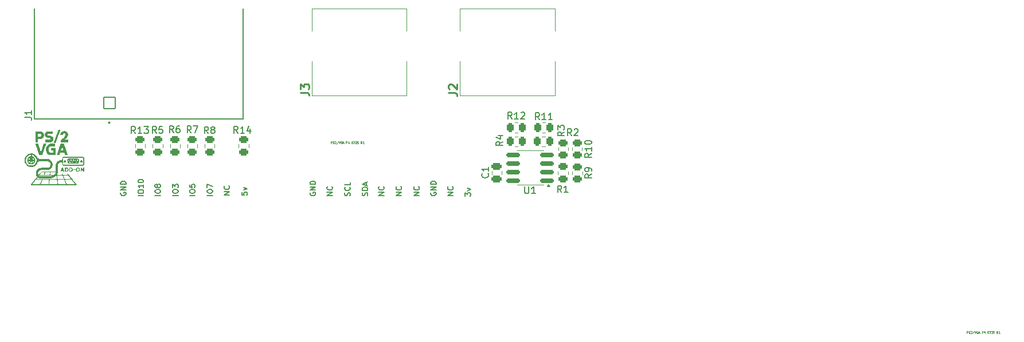
<source format=gbr>
%TF.GenerationSoftware,KiCad,Pcbnew,9.0.2*%
%TF.CreationDate,2025-07-24T16:43:20+02:00*%
%TF.ProjectId,VGA_PS2,5647415f-5053-4322-9e6b-696361645f70,rev?*%
%TF.SameCoordinates,Original*%
%TF.FileFunction,Legend,Top*%
%TF.FilePolarity,Positive*%
%FSLAX46Y46*%
G04 Gerber Fmt 4.6, Leading zero omitted, Abs format (unit mm)*
G04 Created by KiCad (PCBNEW 9.0.2) date 2025-07-24 16:43:20*
%MOMM*%
%LPD*%
G01*
G04 APERTURE LIST*
G04 Aperture macros list*
%AMRoundRect*
0 Rectangle with rounded corners*
0 $1 Rounding radius*
0 $2 $3 $4 $5 $6 $7 $8 $9 X,Y pos of 4 corners*
0 Add a 4 corners polygon primitive as box body*
4,1,4,$2,$3,$4,$5,$6,$7,$8,$9,$2,$3,0*
0 Add four circle primitives for the rounded corners*
1,1,$1+$1,$2,$3*
1,1,$1+$1,$4,$5*
1,1,$1+$1,$6,$7*
1,1,$1+$1,$8,$9*
0 Add four rect primitives between the rounded corners*
20,1,$1+$1,$2,$3,$4,$5,0*
20,1,$1+$1,$4,$5,$6,$7,0*
20,1,$1+$1,$6,$7,$8,$9,0*
20,1,$1+$1,$8,$9,$2,$3,0*%
G04 Aperture macros list end*
%ADD10C,0.160000*%
%ADD11C,0.060000*%
%ADD12C,0.150000*%
%ADD13C,0.254000*%
%ADD14C,0.120000*%
%ADD15C,0.127000*%
%ADD16C,0.200000*%
%ADD17C,0.000000*%
%ADD18C,0.100000*%
%ADD19C,0.010000*%
%ADD20RoundRect,0.250000X0.450000X-0.262500X0.450000X0.262500X-0.450000X0.262500X-0.450000X-0.262500X0*%
%ADD21RoundRect,0.250000X0.262500X0.450000X-0.262500X0.450000X-0.262500X-0.450000X0.262500X-0.450000X0*%
%ADD22RoundRect,0.102000X0.847500X0.847500X-0.847500X0.847500X-0.847500X-0.847500X0.847500X-0.847500X0*%
%ADD23C,1.899000*%
%ADD24C,4.450000*%
%ADD25RoundRect,0.250000X-0.450000X0.262500X-0.450000X-0.262500X0.450000X-0.262500X0.450000X0.262500X0*%
%ADD26RoundRect,0.250000X-0.262500X-0.450000X0.262500X-0.450000X0.262500X0.450000X-0.262500X0.450000X0*%
%ADD27RoundRect,0.250000X-0.475000X0.250000X-0.475000X-0.250000X0.475000X-0.250000X0.475000X0.250000X0*%
%ADD28RoundRect,0.150000X0.825000X0.150000X-0.825000X0.150000X-0.825000X-0.150000X0.825000X-0.150000X0*%
%ADD29R,1.509000X1.509000*%
%ADD30C,1.509000*%
%ADD31C,3.555000*%
%ADD32R,1.700000X1.700000*%
%ADD33C,1.700000*%
G04 APERTURE END LIST*
D10*
X109993775Y-154690451D02*
X109993775Y-154195213D01*
X109993775Y-154195213D02*
X110298537Y-154461879D01*
X110298537Y-154461879D02*
X110298537Y-154347594D01*
X110298537Y-154347594D02*
X110336632Y-154271403D01*
X110336632Y-154271403D02*
X110374727Y-154233308D01*
X110374727Y-154233308D02*
X110450918Y-154195213D01*
X110450918Y-154195213D02*
X110641394Y-154195213D01*
X110641394Y-154195213D02*
X110717584Y-154233308D01*
X110717584Y-154233308D02*
X110755680Y-154271403D01*
X110755680Y-154271403D02*
X110793775Y-154347594D01*
X110793775Y-154347594D02*
X110793775Y-154576165D01*
X110793775Y-154576165D02*
X110755680Y-154652356D01*
X110755680Y-154652356D02*
X110717584Y-154690451D01*
X110260441Y-153928546D02*
X110793775Y-153738070D01*
X110793775Y-153738070D02*
X110260441Y-153547593D01*
X97993775Y-154614260D02*
X97193775Y-154614260D01*
X97193775Y-154614260D02*
X97993775Y-154157117D01*
X97993775Y-154157117D02*
X97193775Y-154157117D01*
X97917584Y-153319022D02*
X97955680Y-153357118D01*
X97955680Y-153357118D02*
X97993775Y-153471403D01*
X97993775Y-153471403D02*
X97993775Y-153547594D01*
X97993775Y-153547594D02*
X97955680Y-153661880D01*
X97955680Y-153661880D02*
X97879489Y-153738070D01*
X97879489Y-153738070D02*
X97803299Y-153776165D01*
X97803299Y-153776165D02*
X97650918Y-153814261D01*
X97650918Y-153814261D02*
X97536632Y-153814261D01*
X97536632Y-153814261D02*
X97384251Y-153776165D01*
X97384251Y-153776165D02*
X97308060Y-153738070D01*
X97308060Y-153738070D02*
X97231870Y-153661880D01*
X97231870Y-153661880D02*
X97193775Y-153547594D01*
X97193775Y-153547594D02*
X97193775Y-153471403D01*
X97193775Y-153471403D02*
X97231870Y-153357118D01*
X97231870Y-153357118D02*
X97269965Y-153319022D01*
X104931870Y-154195213D02*
X104893775Y-154271403D01*
X104893775Y-154271403D02*
X104893775Y-154385689D01*
X104893775Y-154385689D02*
X104931870Y-154499975D01*
X104931870Y-154499975D02*
X105008060Y-154576165D01*
X105008060Y-154576165D02*
X105084251Y-154614260D01*
X105084251Y-154614260D02*
X105236632Y-154652356D01*
X105236632Y-154652356D02*
X105350918Y-154652356D01*
X105350918Y-154652356D02*
X105503299Y-154614260D01*
X105503299Y-154614260D02*
X105579489Y-154576165D01*
X105579489Y-154576165D02*
X105655680Y-154499975D01*
X105655680Y-154499975D02*
X105693775Y-154385689D01*
X105693775Y-154385689D02*
X105693775Y-154309498D01*
X105693775Y-154309498D02*
X105655680Y-154195213D01*
X105655680Y-154195213D02*
X105617584Y-154157117D01*
X105617584Y-154157117D02*
X105350918Y-154157117D01*
X105350918Y-154157117D02*
X105350918Y-154309498D01*
X105693775Y-153814260D02*
X104893775Y-153814260D01*
X104893775Y-153814260D02*
X105693775Y-153357117D01*
X105693775Y-153357117D02*
X104893775Y-153357117D01*
X105693775Y-152976165D02*
X104893775Y-152976165D01*
X104893775Y-152976165D02*
X104893775Y-152785689D01*
X104893775Y-152785689D02*
X104931870Y-152671403D01*
X104931870Y-152671403D02*
X105008060Y-152595213D01*
X105008060Y-152595213D02*
X105084251Y-152557118D01*
X105084251Y-152557118D02*
X105236632Y-152519022D01*
X105236632Y-152519022D02*
X105350918Y-152519022D01*
X105350918Y-152519022D02*
X105503299Y-152557118D01*
X105503299Y-152557118D02*
X105579489Y-152595213D01*
X105579489Y-152595213D02*
X105655680Y-152671403D01*
X105655680Y-152671403D02*
X105693775Y-152785689D01*
X105693775Y-152785689D02*
X105693775Y-152976165D01*
X62473775Y-154644260D02*
X61673775Y-154644260D01*
X61673775Y-154110927D02*
X61673775Y-153958546D01*
X61673775Y-153958546D02*
X61711870Y-153882356D01*
X61711870Y-153882356D02*
X61788060Y-153806165D01*
X61788060Y-153806165D02*
X61940441Y-153768070D01*
X61940441Y-153768070D02*
X62207108Y-153768070D01*
X62207108Y-153768070D02*
X62359489Y-153806165D01*
X62359489Y-153806165D02*
X62435680Y-153882356D01*
X62435680Y-153882356D02*
X62473775Y-153958546D01*
X62473775Y-153958546D02*
X62473775Y-154110927D01*
X62473775Y-154110927D02*
X62435680Y-154187118D01*
X62435680Y-154187118D02*
X62359489Y-154263308D01*
X62359489Y-154263308D02*
X62207108Y-154301404D01*
X62207108Y-154301404D02*
X61940441Y-154301404D01*
X61940441Y-154301404D02*
X61788060Y-154263308D01*
X61788060Y-154263308D02*
X61711870Y-154187118D01*
X61711870Y-154187118D02*
X61673775Y-154110927D01*
X62473775Y-153006166D02*
X62473775Y-153463309D01*
X62473775Y-153234737D02*
X61673775Y-153234737D01*
X61673775Y-153234737D02*
X61788060Y-153310928D01*
X61788060Y-153310928D02*
X61864251Y-153387118D01*
X61864251Y-153387118D02*
X61902346Y-153463309D01*
X61673775Y-152510927D02*
X61673775Y-152434737D01*
X61673775Y-152434737D02*
X61711870Y-152358546D01*
X61711870Y-152358546D02*
X61749965Y-152320451D01*
X61749965Y-152320451D02*
X61826156Y-152282356D01*
X61826156Y-152282356D02*
X61978537Y-152244261D01*
X61978537Y-152244261D02*
X62169013Y-152244261D01*
X62169013Y-152244261D02*
X62321394Y-152282356D01*
X62321394Y-152282356D02*
X62397584Y-152320451D01*
X62397584Y-152320451D02*
X62435680Y-152358546D01*
X62435680Y-152358546D02*
X62473775Y-152434737D01*
X62473775Y-152434737D02*
X62473775Y-152510927D01*
X62473775Y-152510927D02*
X62435680Y-152587118D01*
X62435680Y-152587118D02*
X62397584Y-152625213D01*
X62397584Y-152625213D02*
X62321394Y-152663308D01*
X62321394Y-152663308D02*
X62169013Y-152701404D01*
X62169013Y-152701404D02*
X61978537Y-152701404D01*
X61978537Y-152701404D02*
X61826156Y-152663308D01*
X61826156Y-152663308D02*
X61749965Y-152625213D01*
X61749965Y-152625213D02*
X61711870Y-152587118D01*
X61711870Y-152587118D02*
X61673775Y-152510927D01*
X76993775Y-154133308D02*
X76993775Y-154514260D01*
X76993775Y-154514260D02*
X77374727Y-154552356D01*
X77374727Y-154552356D02*
X77336632Y-154514260D01*
X77336632Y-154514260D02*
X77298537Y-154438070D01*
X77298537Y-154438070D02*
X77298537Y-154247594D01*
X77298537Y-154247594D02*
X77336632Y-154171403D01*
X77336632Y-154171403D02*
X77374727Y-154133308D01*
X77374727Y-154133308D02*
X77450918Y-154095213D01*
X77450918Y-154095213D02*
X77641394Y-154095213D01*
X77641394Y-154095213D02*
X77717584Y-154133308D01*
X77717584Y-154133308D02*
X77755680Y-154171403D01*
X77755680Y-154171403D02*
X77793775Y-154247594D01*
X77793775Y-154247594D02*
X77793775Y-154438070D01*
X77793775Y-154438070D02*
X77755680Y-154514260D01*
X77755680Y-154514260D02*
X77717584Y-154552356D01*
X77260441Y-153828546D02*
X77793775Y-153638070D01*
X77793775Y-153638070D02*
X77260441Y-153447593D01*
X72693775Y-154614260D02*
X71893775Y-154614260D01*
X71893775Y-154080927D02*
X71893775Y-153928546D01*
X71893775Y-153928546D02*
X71931870Y-153852356D01*
X71931870Y-153852356D02*
X72008060Y-153776165D01*
X72008060Y-153776165D02*
X72160441Y-153738070D01*
X72160441Y-153738070D02*
X72427108Y-153738070D01*
X72427108Y-153738070D02*
X72579489Y-153776165D01*
X72579489Y-153776165D02*
X72655680Y-153852356D01*
X72655680Y-153852356D02*
X72693775Y-153928546D01*
X72693775Y-153928546D02*
X72693775Y-154080927D01*
X72693775Y-154080927D02*
X72655680Y-154157118D01*
X72655680Y-154157118D02*
X72579489Y-154233308D01*
X72579489Y-154233308D02*
X72427108Y-154271404D01*
X72427108Y-154271404D02*
X72160441Y-154271404D01*
X72160441Y-154271404D02*
X72008060Y-154233308D01*
X72008060Y-154233308D02*
X71931870Y-154157118D01*
X71931870Y-154157118D02*
X71893775Y-154080927D01*
X71893775Y-153471404D02*
X71893775Y-152938070D01*
X71893775Y-152938070D02*
X72693775Y-153280928D01*
X108193775Y-154614260D02*
X107393775Y-154614260D01*
X107393775Y-154614260D02*
X108193775Y-154157117D01*
X108193775Y-154157117D02*
X107393775Y-154157117D01*
X108117584Y-153319022D02*
X108155680Y-153357118D01*
X108155680Y-153357118D02*
X108193775Y-153471403D01*
X108193775Y-153471403D02*
X108193775Y-153547594D01*
X108193775Y-153547594D02*
X108155680Y-153661880D01*
X108155680Y-153661880D02*
X108079489Y-153738070D01*
X108079489Y-153738070D02*
X108003299Y-153776165D01*
X108003299Y-153776165D02*
X107850918Y-153814261D01*
X107850918Y-153814261D02*
X107736632Y-153814261D01*
X107736632Y-153814261D02*
X107584251Y-153776165D01*
X107584251Y-153776165D02*
X107508060Y-153738070D01*
X107508060Y-153738070D02*
X107431870Y-153661880D01*
X107431870Y-153661880D02*
X107393775Y-153547594D01*
X107393775Y-153547594D02*
X107393775Y-153471403D01*
X107393775Y-153471403D02*
X107431870Y-153357118D01*
X107431870Y-153357118D02*
X107469965Y-153319022D01*
D11*
X184060901Y-175000165D02*
X184060901Y-174700165D01*
X184060901Y-174700165D02*
X184175187Y-174700165D01*
X184175187Y-174700165D02*
X184203758Y-174714451D01*
X184203758Y-174714451D02*
X184218044Y-174728737D01*
X184218044Y-174728737D02*
X184232330Y-174757308D01*
X184232330Y-174757308D02*
X184232330Y-174800165D01*
X184232330Y-174800165D02*
X184218044Y-174828737D01*
X184218044Y-174828737D02*
X184203758Y-174843022D01*
X184203758Y-174843022D02*
X184175187Y-174857308D01*
X184175187Y-174857308D02*
X184060901Y-174857308D01*
X184346615Y-174985880D02*
X184389473Y-175000165D01*
X184389473Y-175000165D02*
X184460901Y-175000165D01*
X184460901Y-175000165D02*
X184489473Y-174985880D01*
X184489473Y-174985880D02*
X184503758Y-174971594D01*
X184503758Y-174971594D02*
X184518044Y-174943022D01*
X184518044Y-174943022D02*
X184518044Y-174914451D01*
X184518044Y-174914451D02*
X184503758Y-174885880D01*
X184503758Y-174885880D02*
X184489473Y-174871594D01*
X184489473Y-174871594D02*
X184460901Y-174857308D01*
X184460901Y-174857308D02*
X184403758Y-174843022D01*
X184403758Y-174843022D02*
X184375187Y-174828737D01*
X184375187Y-174828737D02*
X184360901Y-174814451D01*
X184360901Y-174814451D02*
X184346615Y-174785880D01*
X184346615Y-174785880D02*
X184346615Y-174757308D01*
X184346615Y-174757308D02*
X184360901Y-174728737D01*
X184360901Y-174728737D02*
X184375187Y-174714451D01*
X184375187Y-174714451D02*
X184403758Y-174700165D01*
X184403758Y-174700165D02*
X184475187Y-174700165D01*
X184475187Y-174700165D02*
X184518044Y-174714451D01*
X184632329Y-174728737D02*
X184646615Y-174714451D01*
X184646615Y-174714451D02*
X184675187Y-174700165D01*
X184675187Y-174700165D02*
X184746615Y-174700165D01*
X184746615Y-174700165D02*
X184775187Y-174714451D01*
X184775187Y-174714451D02*
X184789472Y-174728737D01*
X184789472Y-174728737D02*
X184803758Y-174757308D01*
X184803758Y-174757308D02*
X184803758Y-174785880D01*
X184803758Y-174785880D02*
X184789472Y-174828737D01*
X184789472Y-174828737D02*
X184618044Y-175000165D01*
X184618044Y-175000165D02*
X184803758Y-175000165D01*
X185146615Y-174685880D02*
X184889472Y-175071594D01*
X185203758Y-174700165D02*
X185303758Y-175000165D01*
X185303758Y-175000165D02*
X185403758Y-174700165D01*
X185660901Y-174714451D02*
X185632330Y-174700165D01*
X185632330Y-174700165D02*
X185589472Y-174700165D01*
X185589472Y-174700165D02*
X185546615Y-174714451D01*
X185546615Y-174714451D02*
X185518044Y-174743022D01*
X185518044Y-174743022D02*
X185503758Y-174771594D01*
X185503758Y-174771594D02*
X185489472Y-174828737D01*
X185489472Y-174828737D02*
X185489472Y-174871594D01*
X185489472Y-174871594D02*
X185503758Y-174928737D01*
X185503758Y-174928737D02*
X185518044Y-174957308D01*
X185518044Y-174957308D02*
X185546615Y-174985880D01*
X185546615Y-174985880D02*
X185589472Y-175000165D01*
X185589472Y-175000165D02*
X185618044Y-175000165D01*
X185618044Y-175000165D02*
X185660901Y-174985880D01*
X185660901Y-174985880D02*
X185675187Y-174971594D01*
X185675187Y-174971594D02*
X185675187Y-174871594D01*
X185675187Y-174871594D02*
X185618044Y-174871594D01*
X185789472Y-174914451D02*
X185932330Y-174914451D01*
X185760901Y-175000165D02*
X185860901Y-174700165D01*
X185860901Y-174700165D02*
X185960901Y-175000165D01*
X186289472Y-175000165D02*
X186289472Y-174700165D01*
X186289472Y-174700165D02*
X186403758Y-174700165D01*
X186403758Y-174700165D02*
X186432329Y-174714451D01*
X186432329Y-174714451D02*
X186446615Y-174728737D01*
X186446615Y-174728737D02*
X186460901Y-174757308D01*
X186460901Y-174757308D02*
X186460901Y-174800165D01*
X186460901Y-174800165D02*
X186446615Y-174828737D01*
X186446615Y-174828737D02*
X186432329Y-174843022D01*
X186432329Y-174843022D02*
X186403758Y-174857308D01*
X186403758Y-174857308D02*
X186289472Y-174857308D01*
X186718044Y-174800165D02*
X186718044Y-175000165D01*
X186646615Y-174685880D02*
X186575186Y-174900165D01*
X186575186Y-174900165D02*
X186760901Y-174900165D01*
X187160900Y-174700165D02*
X187189471Y-174700165D01*
X187189471Y-174700165D02*
X187218043Y-174714451D01*
X187218043Y-174714451D02*
X187232329Y-174728737D01*
X187232329Y-174728737D02*
X187246614Y-174757308D01*
X187246614Y-174757308D02*
X187260900Y-174814451D01*
X187260900Y-174814451D02*
X187260900Y-174885880D01*
X187260900Y-174885880D02*
X187246614Y-174943022D01*
X187246614Y-174943022D02*
X187232329Y-174971594D01*
X187232329Y-174971594D02*
X187218043Y-174985880D01*
X187218043Y-174985880D02*
X187189471Y-175000165D01*
X187189471Y-175000165D02*
X187160900Y-175000165D01*
X187160900Y-175000165D02*
X187132329Y-174985880D01*
X187132329Y-174985880D02*
X187118043Y-174971594D01*
X187118043Y-174971594D02*
X187103757Y-174943022D01*
X187103757Y-174943022D02*
X187089471Y-174885880D01*
X187089471Y-174885880D02*
X187089471Y-174814451D01*
X187089471Y-174814451D02*
X187103757Y-174757308D01*
X187103757Y-174757308D02*
X187118043Y-174728737D01*
X187118043Y-174728737D02*
X187132329Y-174714451D01*
X187132329Y-174714451D02*
X187160900Y-174700165D01*
X187360900Y-174700165D02*
X187560900Y-174700165D01*
X187560900Y-174700165D02*
X187432328Y-175000165D01*
X187660899Y-174728737D02*
X187675185Y-174714451D01*
X187675185Y-174714451D02*
X187703757Y-174700165D01*
X187703757Y-174700165D02*
X187775185Y-174700165D01*
X187775185Y-174700165D02*
X187803757Y-174714451D01*
X187803757Y-174714451D02*
X187818042Y-174728737D01*
X187818042Y-174728737D02*
X187832328Y-174757308D01*
X187832328Y-174757308D02*
X187832328Y-174785880D01*
X187832328Y-174785880D02*
X187818042Y-174828737D01*
X187818042Y-174828737D02*
X187646614Y-175000165D01*
X187646614Y-175000165D02*
X187832328Y-175000165D01*
X188103756Y-174700165D02*
X187960899Y-174700165D01*
X187960899Y-174700165D02*
X187946613Y-174843022D01*
X187946613Y-174843022D02*
X187960899Y-174828737D01*
X187960899Y-174828737D02*
X187989471Y-174814451D01*
X187989471Y-174814451D02*
X188060899Y-174814451D01*
X188060899Y-174814451D02*
X188089471Y-174828737D01*
X188089471Y-174828737D02*
X188103756Y-174843022D01*
X188103756Y-174843022D02*
X188118042Y-174871594D01*
X188118042Y-174871594D02*
X188118042Y-174943022D01*
X188118042Y-174943022D02*
X188103756Y-174971594D01*
X188103756Y-174971594D02*
X188089471Y-174985880D01*
X188089471Y-174985880D02*
X188060899Y-175000165D01*
X188060899Y-175000165D02*
X187989471Y-175000165D01*
X187989471Y-175000165D02*
X187960899Y-174985880D01*
X187960899Y-174985880D02*
X187946613Y-174971594D01*
X188646613Y-175000165D02*
X188546613Y-174857308D01*
X188475184Y-175000165D02*
X188475184Y-174700165D01*
X188475184Y-174700165D02*
X188589470Y-174700165D01*
X188589470Y-174700165D02*
X188618041Y-174714451D01*
X188618041Y-174714451D02*
X188632327Y-174728737D01*
X188632327Y-174728737D02*
X188646613Y-174757308D01*
X188646613Y-174757308D02*
X188646613Y-174800165D01*
X188646613Y-174800165D02*
X188632327Y-174828737D01*
X188632327Y-174828737D02*
X188618041Y-174843022D01*
X188618041Y-174843022D02*
X188589470Y-174857308D01*
X188589470Y-174857308D02*
X188475184Y-174857308D01*
X188932327Y-175000165D02*
X188760898Y-175000165D01*
X188846613Y-175000165D02*
X188846613Y-174700165D01*
X188846613Y-174700165D02*
X188818041Y-174743022D01*
X188818041Y-174743022D02*
X188789470Y-174771594D01*
X188789470Y-174771594D02*
X188760898Y-174785880D01*
D10*
X92955680Y-154652356D02*
X92993775Y-154538070D01*
X92993775Y-154538070D02*
X92993775Y-154347594D01*
X92993775Y-154347594D02*
X92955680Y-154271403D01*
X92955680Y-154271403D02*
X92917584Y-154233308D01*
X92917584Y-154233308D02*
X92841394Y-154195213D01*
X92841394Y-154195213D02*
X92765203Y-154195213D01*
X92765203Y-154195213D02*
X92689013Y-154233308D01*
X92689013Y-154233308D02*
X92650918Y-154271403D01*
X92650918Y-154271403D02*
X92612822Y-154347594D01*
X92612822Y-154347594D02*
X92574727Y-154499975D01*
X92574727Y-154499975D02*
X92536632Y-154576165D01*
X92536632Y-154576165D02*
X92498537Y-154614260D01*
X92498537Y-154614260D02*
X92422346Y-154652356D01*
X92422346Y-154652356D02*
X92346156Y-154652356D01*
X92346156Y-154652356D02*
X92269965Y-154614260D01*
X92269965Y-154614260D02*
X92231870Y-154576165D01*
X92231870Y-154576165D02*
X92193775Y-154499975D01*
X92193775Y-154499975D02*
X92193775Y-154309498D01*
X92193775Y-154309498D02*
X92231870Y-154195213D01*
X92917584Y-153395212D02*
X92955680Y-153433308D01*
X92955680Y-153433308D02*
X92993775Y-153547593D01*
X92993775Y-153547593D02*
X92993775Y-153623784D01*
X92993775Y-153623784D02*
X92955680Y-153738070D01*
X92955680Y-153738070D02*
X92879489Y-153814260D01*
X92879489Y-153814260D02*
X92803299Y-153852355D01*
X92803299Y-153852355D02*
X92650918Y-153890451D01*
X92650918Y-153890451D02*
X92536632Y-153890451D01*
X92536632Y-153890451D02*
X92384251Y-153852355D01*
X92384251Y-153852355D02*
X92308060Y-153814260D01*
X92308060Y-153814260D02*
X92231870Y-153738070D01*
X92231870Y-153738070D02*
X92193775Y-153623784D01*
X92193775Y-153623784D02*
X92193775Y-153547593D01*
X92193775Y-153547593D02*
X92231870Y-153433308D01*
X92231870Y-153433308D02*
X92269965Y-153395212D01*
X92993775Y-152671403D02*
X92993775Y-153052355D01*
X92993775Y-153052355D02*
X92193775Y-153052355D01*
X95555680Y-154652356D02*
X95593775Y-154538070D01*
X95593775Y-154538070D02*
X95593775Y-154347594D01*
X95593775Y-154347594D02*
X95555680Y-154271403D01*
X95555680Y-154271403D02*
X95517584Y-154233308D01*
X95517584Y-154233308D02*
X95441394Y-154195213D01*
X95441394Y-154195213D02*
X95365203Y-154195213D01*
X95365203Y-154195213D02*
X95289013Y-154233308D01*
X95289013Y-154233308D02*
X95250918Y-154271403D01*
X95250918Y-154271403D02*
X95212822Y-154347594D01*
X95212822Y-154347594D02*
X95174727Y-154499975D01*
X95174727Y-154499975D02*
X95136632Y-154576165D01*
X95136632Y-154576165D02*
X95098537Y-154614260D01*
X95098537Y-154614260D02*
X95022346Y-154652356D01*
X95022346Y-154652356D02*
X94946156Y-154652356D01*
X94946156Y-154652356D02*
X94869965Y-154614260D01*
X94869965Y-154614260D02*
X94831870Y-154576165D01*
X94831870Y-154576165D02*
X94793775Y-154499975D01*
X94793775Y-154499975D02*
X94793775Y-154309498D01*
X94793775Y-154309498D02*
X94831870Y-154195213D01*
X95593775Y-153852355D02*
X94793775Y-153852355D01*
X94793775Y-153852355D02*
X94793775Y-153661879D01*
X94793775Y-153661879D02*
X94831870Y-153547593D01*
X94831870Y-153547593D02*
X94908060Y-153471403D01*
X94908060Y-153471403D02*
X94984251Y-153433308D01*
X94984251Y-153433308D02*
X95136632Y-153395212D01*
X95136632Y-153395212D02*
X95250918Y-153395212D01*
X95250918Y-153395212D02*
X95403299Y-153433308D01*
X95403299Y-153433308D02*
X95479489Y-153471403D01*
X95479489Y-153471403D02*
X95555680Y-153547593D01*
X95555680Y-153547593D02*
X95593775Y-153661879D01*
X95593775Y-153661879D02*
X95593775Y-153852355D01*
X95365203Y-153090451D02*
X95365203Y-152709498D01*
X95593775Y-153166641D02*
X94793775Y-152899974D01*
X94793775Y-152899974D02*
X95593775Y-152633308D01*
X75193775Y-154514260D02*
X74393775Y-154514260D01*
X74393775Y-154514260D02*
X75193775Y-154057117D01*
X75193775Y-154057117D02*
X74393775Y-154057117D01*
X75117584Y-153219022D02*
X75155680Y-153257118D01*
X75155680Y-153257118D02*
X75193775Y-153371403D01*
X75193775Y-153371403D02*
X75193775Y-153447594D01*
X75193775Y-153447594D02*
X75155680Y-153561880D01*
X75155680Y-153561880D02*
X75079489Y-153638070D01*
X75079489Y-153638070D02*
X75003299Y-153676165D01*
X75003299Y-153676165D02*
X74850918Y-153714261D01*
X74850918Y-153714261D02*
X74736632Y-153714261D01*
X74736632Y-153714261D02*
X74584251Y-153676165D01*
X74584251Y-153676165D02*
X74508060Y-153638070D01*
X74508060Y-153638070D02*
X74431870Y-153561880D01*
X74431870Y-153561880D02*
X74393775Y-153447594D01*
X74393775Y-153447594D02*
X74393775Y-153371403D01*
X74393775Y-153371403D02*
X74431870Y-153257118D01*
X74431870Y-153257118D02*
X74469965Y-153219022D01*
D11*
X90160901Y-146920165D02*
X90160901Y-146620165D01*
X90160901Y-146620165D02*
X90275187Y-146620165D01*
X90275187Y-146620165D02*
X90303758Y-146634451D01*
X90303758Y-146634451D02*
X90318044Y-146648737D01*
X90318044Y-146648737D02*
X90332330Y-146677308D01*
X90332330Y-146677308D02*
X90332330Y-146720165D01*
X90332330Y-146720165D02*
X90318044Y-146748737D01*
X90318044Y-146748737D02*
X90303758Y-146763022D01*
X90303758Y-146763022D02*
X90275187Y-146777308D01*
X90275187Y-146777308D02*
X90160901Y-146777308D01*
X90446615Y-146905880D02*
X90489473Y-146920165D01*
X90489473Y-146920165D02*
X90560901Y-146920165D01*
X90560901Y-146920165D02*
X90589473Y-146905880D01*
X90589473Y-146905880D02*
X90603758Y-146891594D01*
X90603758Y-146891594D02*
X90618044Y-146863022D01*
X90618044Y-146863022D02*
X90618044Y-146834451D01*
X90618044Y-146834451D02*
X90603758Y-146805880D01*
X90603758Y-146805880D02*
X90589473Y-146791594D01*
X90589473Y-146791594D02*
X90560901Y-146777308D01*
X90560901Y-146777308D02*
X90503758Y-146763022D01*
X90503758Y-146763022D02*
X90475187Y-146748737D01*
X90475187Y-146748737D02*
X90460901Y-146734451D01*
X90460901Y-146734451D02*
X90446615Y-146705880D01*
X90446615Y-146705880D02*
X90446615Y-146677308D01*
X90446615Y-146677308D02*
X90460901Y-146648737D01*
X90460901Y-146648737D02*
X90475187Y-146634451D01*
X90475187Y-146634451D02*
X90503758Y-146620165D01*
X90503758Y-146620165D02*
X90575187Y-146620165D01*
X90575187Y-146620165D02*
X90618044Y-146634451D01*
X90732329Y-146648737D02*
X90746615Y-146634451D01*
X90746615Y-146634451D02*
X90775187Y-146620165D01*
X90775187Y-146620165D02*
X90846615Y-146620165D01*
X90846615Y-146620165D02*
X90875187Y-146634451D01*
X90875187Y-146634451D02*
X90889472Y-146648737D01*
X90889472Y-146648737D02*
X90903758Y-146677308D01*
X90903758Y-146677308D02*
X90903758Y-146705880D01*
X90903758Y-146705880D02*
X90889472Y-146748737D01*
X90889472Y-146748737D02*
X90718044Y-146920165D01*
X90718044Y-146920165D02*
X90903758Y-146920165D01*
X91246615Y-146605880D02*
X90989472Y-146991594D01*
X91303758Y-146620165D02*
X91403758Y-146920165D01*
X91403758Y-146920165D02*
X91503758Y-146620165D01*
X91760901Y-146634451D02*
X91732330Y-146620165D01*
X91732330Y-146620165D02*
X91689472Y-146620165D01*
X91689472Y-146620165D02*
X91646615Y-146634451D01*
X91646615Y-146634451D02*
X91618044Y-146663022D01*
X91618044Y-146663022D02*
X91603758Y-146691594D01*
X91603758Y-146691594D02*
X91589472Y-146748737D01*
X91589472Y-146748737D02*
X91589472Y-146791594D01*
X91589472Y-146791594D02*
X91603758Y-146848737D01*
X91603758Y-146848737D02*
X91618044Y-146877308D01*
X91618044Y-146877308D02*
X91646615Y-146905880D01*
X91646615Y-146905880D02*
X91689472Y-146920165D01*
X91689472Y-146920165D02*
X91718044Y-146920165D01*
X91718044Y-146920165D02*
X91760901Y-146905880D01*
X91760901Y-146905880D02*
X91775187Y-146891594D01*
X91775187Y-146891594D02*
X91775187Y-146791594D01*
X91775187Y-146791594D02*
X91718044Y-146791594D01*
X91889472Y-146834451D02*
X92032330Y-146834451D01*
X91860901Y-146920165D02*
X91960901Y-146620165D01*
X91960901Y-146620165D02*
X92060901Y-146920165D01*
X92389472Y-146920165D02*
X92389472Y-146620165D01*
X92389472Y-146620165D02*
X92503758Y-146620165D01*
X92503758Y-146620165D02*
X92532329Y-146634451D01*
X92532329Y-146634451D02*
X92546615Y-146648737D01*
X92546615Y-146648737D02*
X92560901Y-146677308D01*
X92560901Y-146677308D02*
X92560901Y-146720165D01*
X92560901Y-146720165D02*
X92546615Y-146748737D01*
X92546615Y-146748737D02*
X92532329Y-146763022D01*
X92532329Y-146763022D02*
X92503758Y-146777308D01*
X92503758Y-146777308D02*
X92389472Y-146777308D01*
X92818044Y-146720165D02*
X92818044Y-146920165D01*
X92746615Y-146605880D02*
X92675186Y-146820165D01*
X92675186Y-146820165D02*
X92860901Y-146820165D01*
X93260900Y-146620165D02*
X93289471Y-146620165D01*
X93289471Y-146620165D02*
X93318043Y-146634451D01*
X93318043Y-146634451D02*
X93332329Y-146648737D01*
X93332329Y-146648737D02*
X93346614Y-146677308D01*
X93346614Y-146677308D02*
X93360900Y-146734451D01*
X93360900Y-146734451D02*
X93360900Y-146805880D01*
X93360900Y-146805880D02*
X93346614Y-146863022D01*
X93346614Y-146863022D02*
X93332329Y-146891594D01*
X93332329Y-146891594D02*
X93318043Y-146905880D01*
X93318043Y-146905880D02*
X93289471Y-146920165D01*
X93289471Y-146920165D02*
X93260900Y-146920165D01*
X93260900Y-146920165D02*
X93232329Y-146905880D01*
X93232329Y-146905880D02*
X93218043Y-146891594D01*
X93218043Y-146891594D02*
X93203757Y-146863022D01*
X93203757Y-146863022D02*
X93189471Y-146805880D01*
X93189471Y-146805880D02*
X93189471Y-146734451D01*
X93189471Y-146734451D02*
X93203757Y-146677308D01*
X93203757Y-146677308D02*
X93218043Y-146648737D01*
X93218043Y-146648737D02*
X93232329Y-146634451D01*
X93232329Y-146634451D02*
X93260900Y-146620165D01*
X93460900Y-146620165D02*
X93660900Y-146620165D01*
X93660900Y-146620165D02*
X93532328Y-146920165D01*
X93760899Y-146648737D02*
X93775185Y-146634451D01*
X93775185Y-146634451D02*
X93803757Y-146620165D01*
X93803757Y-146620165D02*
X93875185Y-146620165D01*
X93875185Y-146620165D02*
X93903757Y-146634451D01*
X93903757Y-146634451D02*
X93918042Y-146648737D01*
X93918042Y-146648737D02*
X93932328Y-146677308D01*
X93932328Y-146677308D02*
X93932328Y-146705880D01*
X93932328Y-146705880D02*
X93918042Y-146748737D01*
X93918042Y-146748737D02*
X93746614Y-146920165D01*
X93746614Y-146920165D02*
X93932328Y-146920165D01*
X94203756Y-146620165D02*
X94060899Y-146620165D01*
X94060899Y-146620165D02*
X94046613Y-146763022D01*
X94046613Y-146763022D02*
X94060899Y-146748737D01*
X94060899Y-146748737D02*
X94089471Y-146734451D01*
X94089471Y-146734451D02*
X94160899Y-146734451D01*
X94160899Y-146734451D02*
X94189471Y-146748737D01*
X94189471Y-146748737D02*
X94203756Y-146763022D01*
X94203756Y-146763022D02*
X94218042Y-146791594D01*
X94218042Y-146791594D02*
X94218042Y-146863022D01*
X94218042Y-146863022D02*
X94203756Y-146891594D01*
X94203756Y-146891594D02*
X94189471Y-146905880D01*
X94189471Y-146905880D02*
X94160899Y-146920165D01*
X94160899Y-146920165D02*
X94089471Y-146920165D01*
X94089471Y-146920165D02*
X94060899Y-146905880D01*
X94060899Y-146905880D02*
X94046613Y-146891594D01*
X94746613Y-146920165D02*
X94646613Y-146777308D01*
X94575184Y-146920165D02*
X94575184Y-146620165D01*
X94575184Y-146620165D02*
X94689470Y-146620165D01*
X94689470Y-146620165D02*
X94718041Y-146634451D01*
X94718041Y-146634451D02*
X94732327Y-146648737D01*
X94732327Y-146648737D02*
X94746613Y-146677308D01*
X94746613Y-146677308D02*
X94746613Y-146720165D01*
X94746613Y-146720165D02*
X94732327Y-146748737D01*
X94732327Y-146748737D02*
X94718041Y-146763022D01*
X94718041Y-146763022D02*
X94689470Y-146777308D01*
X94689470Y-146777308D02*
X94575184Y-146777308D01*
X95032327Y-146920165D02*
X94860898Y-146920165D01*
X94946613Y-146920165D02*
X94946613Y-146620165D01*
X94946613Y-146620165D02*
X94918041Y-146663022D01*
X94918041Y-146663022D02*
X94889470Y-146691594D01*
X94889470Y-146691594D02*
X94860898Y-146705880D01*
D10*
X90393775Y-154614260D02*
X89593775Y-154614260D01*
X89593775Y-154614260D02*
X90393775Y-154157117D01*
X90393775Y-154157117D02*
X89593775Y-154157117D01*
X90317584Y-153319022D02*
X90355680Y-153357118D01*
X90355680Y-153357118D02*
X90393775Y-153471403D01*
X90393775Y-153471403D02*
X90393775Y-153547594D01*
X90393775Y-153547594D02*
X90355680Y-153661880D01*
X90355680Y-153661880D02*
X90279489Y-153738070D01*
X90279489Y-153738070D02*
X90203299Y-153776165D01*
X90203299Y-153776165D02*
X90050918Y-153814261D01*
X90050918Y-153814261D02*
X89936632Y-153814261D01*
X89936632Y-153814261D02*
X89784251Y-153776165D01*
X89784251Y-153776165D02*
X89708060Y-153738070D01*
X89708060Y-153738070D02*
X89631870Y-153661880D01*
X89631870Y-153661880D02*
X89593775Y-153547594D01*
X89593775Y-153547594D02*
X89593775Y-153471403D01*
X89593775Y-153471403D02*
X89631870Y-153357118D01*
X89631870Y-153357118D02*
X89669965Y-153319022D01*
X87131870Y-154195213D02*
X87093775Y-154271403D01*
X87093775Y-154271403D02*
X87093775Y-154385689D01*
X87093775Y-154385689D02*
X87131870Y-154499975D01*
X87131870Y-154499975D02*
X87208060Y-154576165D01*
X87208060Y-154576165D02*
X87284251Y-154614260D01*
X87284251Y-154614260D02*
X87436632Y-154652356D01*
X87436632Y-154652356D02*
X87550918Y-154652356D01*
X87550918Y-154652356D02*
X87703299Y-154614260D01*
X87703299Y-154614260D02*
X87779489Y-154576165D01*
X87779489Y-154576165D02*
X87855680Y-154499975D01*
X87855680Y-154499975D02*
X87893775Y-154385689D01*
X87893775Y-154385689D02*
X87893775Y-154309498D01*
X87893775Y-154309498D02*
X87855680Y-154195213D01*
X87855680Y-154195213D02*
X87817584Y-154157117D01*
X87817584Y-154157117D02*
X87550918Y-154157117D01*
X87550918Y-154157117D02*
X87550918Y-154309498D01*
X87893775Y-153814260D02*
X87093775Y-153814260D01*
X87093775Y-153814260D02*
X87893775Y-153357117D01*
X87893775Y-153357117D02*
X87093775Y-153357117D01*
X87893775Y-152976165D02*
X87093775Y-152976165D01*
X87093775Y-152976165D02*
X87093775Y-152785689D01*
X87093775Y-152785689D02*
X87131870Y-152671403D01*
X87131870Y-152671403D02*
X87208060Y-152595213D01*
X87208060Y-152595213D02*
X87284251Y-152557118D01*
X87284251Y-152557118D02*
X87436632Y-152519022D01*
X87436632Y-152519022D02*
X87550918Y-152519022D01*
X87550918Y-152519022D02*
X87703299Y-152557118D01*
X87703299Y-152557118D02*
X87779489Y-152595213D01*
X87779489Y-152595213D02*
X87855680Y-152671403D01*
X87855680Y-152671403D02*
X87893775Y-152785689D01*
X87893775Y-152785689D02*
X87893775Y-152976165D01*
X100593775Y-154614260D02*
X99793775Y-154614260D01*
X99793775Y-154614260D02*
X100593775Y-154157117D01*
X100593775Y-154157117D02*
X99793775Y-154157117D01*
X100517584Y-153319022D02*
X100555680Y-153357118D01*
X100555680Y-153357118D02*
X100593775Y-153471403D01*
X100593775Y-153471403D02*
X100593775Y-153547594D01*
X100593775Y-153547594D02*
X100555680Y-153661880D01*
X100555680Y-153661880D02*
X100479489Y-153738070D01*
X100479489Y-153738070D02*
X100403299Y-153776165D01*
X100403299Y-153776165D02*
X100250918Y-153814261D01*
X100250918Y-153814261D02*
X100136632Y-153814261D01*
X100136632Y-153814261D02*
X99984251Y-153776165D01*
X99984251Y-153776165D02*
X99908060Y-153738070D01*
X99908060Y-153738070D02*
X99831870Y-153661880D01*
X99831870Y-153661880D02*
X99793775Y-153547594D01*
X99793775Y-153547594D02*
X99793775Y-153471403D01*
X99793775Y-153471403D02*
X99831870Y-153357118D01*
X99831870Y-153357118D02*
X99869965Y-153319022D01*
X70093775Y-154614260D02*
X69293775Y-154614260D01*
X69293775Y-154080927D02*
X69293775Y-153928546D01*
X69293775Y-153928546D02*
X69331870Y-153852356D01*
X69331870Y-153852356D02*
X69408060Y-153776165D01*
X69408060Y-153776165D02*
X69560441Y-153738070D01*
X69560441Y-153738070D02*
X69827108Y-153738070D01*
X69827108Y-153738070D02*
X69979489Y-153776165D01*
X69979489Y-153776165D02*
X70055680Y-153852356D01*
X70055680Y-153852356D02*
X70093775Y-153928546D01*
X70093775Y-153928546D02*
X70093775Y-154080927D01*
X70093775Y-154080927D02*
X70055680Y-154157118D01*
X70055680Y-154157118D02*
X69979489Y-154233308D01*
X69979489Y-154233308D02*
X69827108Y-154271404D01*
X69827108Y-154271404D02*
X69560441Y-154271404D01*
X69560441Y-154271404D02*
X69408060Y-154233308D01*
X69408060Y-154233308D02*
X69331870Y-154157118D01*
X69331870Y-154157118D02*
X69293775Y-154080927D01*
X69293775Y-153014261D02*
X69293775Y-153395213D01*
X69293775Y-153395213D02*
X69674727Y-153433309D01*
X69674727Y-153433309D02*
X69636632Y-153395213D01*
X69636632Y-153395213D02*
X69598537Y-153319023D01*
X69598537Y-153319023D02*
X69598537Y-153128547D01*
X69598537Y-153128547D02*
X69636632Y-153052356D01*
X69636632Y-153052356D02*
X69674727Y-153014261D01*
X69674727Y-153014261D02*
X69750918Y-152976166D01*
X69750918Y-152976166D02*
X69941394Y-152976166D01*
X69941394Y-152976166D02*
X70017584Y-153014261D01*
X70017584Y-153014261D02*
X70055680Y-153052356D01*
X70055680Y-153052356D02*
X70093775Y-153128547D01*
X70093775Y-153128547D02*
X70093775Y-153319023D01*
X70093775Y-153319023D02*
X70055680Y-153395213D01*
X70055680Y-153395213D02*
X70017584Y-153433309D01*
X64993775Y-154614260D02*
X64193775Y-154614260D01*
X64193775Y-154080927D02*
X64193775Y-153928546D01*
X64193775Y-153928546D02*
X64231870Y-153852356D01*
X64231870Y-153852356D02*
X64308060Y-153776165D01*
X64308060Y-153776165D02*
X64460441Y-153738070D01*
X64460441Y-153738070D02*
X64727108Y-153738070D01*
X64727108Y-153738070D02*
X64879489Y-153776165D01*
X64879489Y-153776165D02*
X64955680Y-153852356D01*
X64955680Y-153852356D02*
X64993775Y-153928546D01*
X64993775Y-153928546D02*
X64993775Y-154080927D01*
X64993775Y-154080927D02*
X64955680Y-154157118D01*
X64955680Y-154157118D02*
X64879489Y-154233308D01*
X64879489Y-154233308D02*
X64727108Y-154271404D01*
X64727108Y-154271404D02*
X64460441Y-154271404D01*
X64460441Y-154271404D02*
X64308060Y-154233308D01*
X64308060Y-154233308D02*
X64231870Y-154157118D01*
X64231870Y-154157118D02*
X64193775Y-154080927D01*
X64536632Y-153280928D02*
X64498537Y-153357118D01*
X64498537Y-153357118D02*
X64460441Y-153395213D01*
X64460441Y-153395213D02*
X64384251Y-153433309D01*
X64384251Y-153433309D02*
X64346156Y-153433309D01*
X64346156Y-153433309D02*
X64269965Y-153395213D01*
X64269965Y-153395213D02*
X64231870Y-153357118D01*
X64231870Y-153357118D02*
X64193775Y-153280928D01*
X64193775Y-153280928D02*
X64193775Y-153128547D01*
X64193775Y-153128547D02*
X64231870Y-153052356D01*
X64231870Y-153052356D02*
X64269965Y-153014261D01*
X64269965Y-153014261D02*
X64346156Y-152976166D01*
X64346156Y-152976166D02*
X64384251Y-152976166D01*
X64384251Y-152976166D02*
X64460441Y-153014261D01*
X64460441Y-153014261D02*
X64498537Y-153052356D01*
X64498537Y-153052356D02*
X64536632Y-153128547D01*
X64536632Y-153128547D02*
X64536632Y-153280928D01*
X64536632Y-153280928D02*
X64574727Y-153357118D01*
X64574727Y-153357118D02*
X64612822Y-153395213D01*
X64612822Y-153395213D02*
X64689013Y-153433309D01*
X64689013Y-153433309D02*
X64841394Y-153433309D01*
X64841394Y-153433309D02*
X64917584Y-153395213D01*
X64917584Y-153395213D02*
X64955680Y-153357118D01*
X64955680Y-153357118D02*
X64993775Y-153280928D01*
X64993775Y-153280928D02*
X64993775Y-153128547D01*
X64993775Y-153128547D02*
X64955680Y-153052356D01*
X64955680Y-153052356D02*
X64917584Y-153014261D01*
X64917584Y-153014261D02*
X64841394Y-152976166D01*
X64841394Y-152976166D02*
X64689013Y-152976166D01*
X64689013Y-152976166D02*
X64612822Y-153014261D01*
X64612822Y-153014261D02*
X64574727Y-153052356D01*
X64574727Y-153052356D02*
X64536632Y-153128547D01*
X67593775Y-154614260D02*
X66793775Y-154614260D01*
X66793775Y-154080927D02*
X66793775Y-153928546D01*
X66793775Y-153928546D02*
X66831870Y-153852356D01*
X66831870Y-153852356D02*
X66908060Y-153776165D01*
X66908060Y-153776165D02*
X67060441Y-153738070D01*
X67060441Y-153738070D02*
X67327108Y-153738070D01*
X67327108Y-153738070D02*
X67479489Y-153776165D01*
X67479489Y-153776165D02*
X67555680Y-153852356D01*
X67555680Y-153852356D02*
X67593775Y-153928546D01*
X67593775Y-153928546D02*
X67593775Y-154080927D01*
X67593775Y-154080927D02*
X67555680Y-154157118D01*
X67555680Y-154157118D02*
X67479489Y-154233308D01*
X67479489Y-154233308D02*
X67327108Y-154271404D01*
X67327108Y-154271404D02*
X67060441Y-154271404D01*
X67060441Y-154271404D02*
X66908060Y-154233308D01*
X66908060Y-154233308D02*
X66831870Y-154157118D01*
X66831870Y-154157118D02*
X66793775Y-154080927D01*
X66793775Y-153471404D02*
X66793775Y-152976166D01*
X66793775Y-152976166D02*
X67098537Y-153242832D01*
X67098537Y-153242832D02*
X67098537Y-153128547D01*
X67098537Y-153128547D02*
X67136632Y-153052356D01*
X67136632Y-153052356D02*
X67174727Y-153014261D01*
X67174727Y-153014261D02*
X67250918Y-152976166D01*
X67250918Y-152976166D02*
X67441394Y-152976166D01*
X67441394Y-152976166D02*
X67517584Y-153014261D01*
X67517584Y-153014261D02*
X67555680Y-153052356D01*
X67555680Y-153052356D02*
X67593775Y-153128547D01*
X67593775Y-153128547D02*
X67593775Y-153357118D01*
X67593775Y-153357118D02*
X67555680Y-153433309D01*
X67555680Y-153433309D02*
X67517584Y-153471404D01*
X103193775Y-154614260D02*
X102393775Y-154614260D01*
X102393775Y-154614260D02*
X103193775Y-154157117D01*
X103193775Y-154157117D02*
X102393775Y-154157117D01*
X103117584Y-153319022D02*
X103155680Y-153357118D01*
X103155680Y-153357118D02*
X103193775Y-153471403D01*
X103193775Y-153471403D02*
X103193775Y-153547594D01*
X103193775Y-153547594D02*
X103155680Y-153661880D01*
X103155680Y-153661880D02*
X103079489Y-153738070D01*
X103079489Y-153738070D02*
X103003299Y-153776165D01*
X103003299Y-153776165D02*
X102850918Y-153814261D01*
X102850918Y-153814261D02*
X102736632Y-153814261D01*
X102736632Y-153814261D02*
X102584251Y-153776165D01*
X102584251Y-153776165D02*
X102508060Y-153738070D01*
X102508060Y-153738070D02*
X102431870Y-153661880D01*
X102431870Y-153661880D02*
X102393775Y-153547594D01*
X102393775Y-153547594D02*
X102393775Y-153471403D01*
X102393775Y-153471403D02*
X102431870Y-153357118D01*
X102431870Y-153357118D02*
X102469965Y-153319022D01*
X59131870Y-154195213D02*
X59093775Y-154271403D01*
X59093775Y-154271403D02*
X59093775Y-154385689D01*
X59093775Y-154385689D02*
X59131870Y-154499975D01*
X59131870Y-154499975D02*
X59208060Y-154576165D01*
X59208060Y-154576165D02*
X59284251Y-154614260D01*
X59284251Y-154614260D02*
X59436632Y-154652356D01*
X59436632Y-154652356D02*
X59550918Y-154652356D01*
X59550918Y-154652356D02*
X59703299Y-154614260D01*
X59703299Y-154614260D02*
X59779489Y-154576165D01*
X59779489Y-154576165D02*
X59855680Y-154499975D01*
X59855680Y-154499975D02*
X59893775Y-154385689D01*
X59893775Y-154385689D02*
X59893775Y-154309498D01*
X59893775Y-154309498D02*
X59855680Y-154195213D01*
X59855680Y-154195213D02*
X59817584Y-154157117D01*
X59817584Y-154157117D02*
X59550918Y-154157117D01*
X59550918Y-154157117D02*
X59550918Y-154309498D01*
X59893775Y-153814260D02*
X59093775Y-153814260D01*
X59093775Y-153814260D02*
X59893775Y-153357117D01*
X59893775Y-153357117D02*
X59093775Y-153357117D01*
X59893775Y-152976165D02*
X59093775Y-152976165D01*
X59093775Y-152976165D02*
X59093775Y-152785689D01*
X59093775Y-152785689D02*
X59131870Y-152671403D01*
X59131870Y-152671403D02*
X59208060Y-152595213D01*
X59208060Y-152595213D02*
X59284251Y-152557118D01*
X59284251Y-152557118D02*
X59436632Y-152519022D01*
X59436632Y-152519022D02*
X59550918Y-152519022D01*
X59550918Y-152519022D02*
X59703299Y-152557118D01*
X59703299Y-152557118D02*
X59779489Y-152595213D01*
X59779489Y-152595213D02*
X59855680Y-152671403D01*
X59855680Y-152671403D02*
X59893775Y-152785689D01*
X59893775Y-152785689D02*
X59893775Y-152976165D01*
D12*
X124223333Y-154159819D02*
X123890000Y-153683628D01*
X123651905Y-154159819D02*
X123651905Y-153159819D01*
X123651905Y-153159819D02*
X124032857Y-153159819D01*
X124032857Y-153159819D02*
X124128095Y-153207438D01*
X124128095Y-153207438D02*
X124175714Y-153255057D01*
X124175714Y-153255057D02*
X124223333Y-153350295D01*
X124223333Y-153350295D02*
X124223333Y-153493152D01*
X124223333Y-153493152D02*
X124175714Y-153588390D01*
X124175714Y-153588390D02*
X124128095Y-153636009D01*
X124128095Y-153636009D02*
X124032857Y-153683628D01*
X124032857Y-153683628D02*
X123651905Y-153683628D01*
X125175714Y-154159819D02*
X124604286Y-154159819D01*
X124890000Y-154159819D02*
X124890000Y-153159819D01*
X124890000Y-153159819D02*
X124794762Y-153302676D01*
X124794762Y-153302676D02*
X124699524Y-153397914D01*
X124699524Y-153397914D02*
X124604286Y-153445533D01*
X125713333Y-145764819D02*
X125380000Y-145288628D01*
X125141905Y-145764819D02*
X125141905Y-144764819D01*
X125141905Y-144764819D02*
X125522857Y-144764819D01*
X125522857Y-144764819D02*
X125618095Y-144812438D01*
X125618095Y-144812438D02*
X125665714Y-144860057D01*
X125665714Y-144860057D02*
X125713333Y-144955295D01*
X125713333Y-144955295D02*
X125713333Y-145098152D01*
X125713333Y-145098152D02*
X125665714Y-145193390D01*
X125665714Y-145193390D02*
X125618095Y-145241009D01*
X125618095Y-145241009D02*
X125522857Y-145288628D01*
X125522857Y-145288628D02*
X125141905Y-145288628D01*
X126094286Y-144860057D02*
X126141905Y-144812438D01*
X126141905Y-144812438D02*
X126237143Y-144764819D01*
X126237143Y-144764819D02*
X126475238Y-144764819D01*
X126475238Y-144764819D02*
X126570476Y-144812438D01*
X126570476Y-144812438D02*
X126618095Y-144860057D01*
X126618095Y-144860057D02*
X126665714Y-144955295D01*
X126665714Y-144955295D02*
X126665714Y-145050533D01*
X126665714Y-145050533D02*
X126618095Y-145193390D01*
X126618095Y-145193390D02*
X126046667Y-145764819D01*
X126046667Y-145764819D02*
X126665714Y-145764819D01*
X116887142Y-143294819D02*
X116553809Y-142818628D01*
X116315714Y-143294819D02*
X116315714Y-142294819D01*
X116315714Y-142294819D02*
X116696666Y-142294819D01*
X116696666Y-142294819D02*
X116791904Y-142342438D01*
X116791904Y-142342438D02*
X116839523Y-142390057D01*
X116839523Y-142390057D02*
X116887142Y-142485295D01*
X116887142Y-142485295D02*
X116887142Y-142628152D01*
X116887142Y-142628152D02*
X116839523Y-142723390D01*
X116839523Y-142723390D02*
X116791904Y-142771009D01*
X116791904Y-142771009D02*
X116696666Y-142818628D01*
X116696666Y-142818628D02*
X116315714Y-142818628D01*
X117839523Y-143294819D02*
X117268095Y-143294819D01*
X117553809Y-143294819D02*
X117553809Y-142294819D01*
X117553809Y-142294819D02*
X117458571Y-142437676D01*
X117458571Y-142437676D02*
X117363333Y-142532914D01*
X117363333Y-142532914D02*
X117268095Y-142580533D01*
X118220476Y-142390057D02*
X118268095Y-142342438D01*
X118268095Y-142342438D02*
X118363333Y-142294819D01*
X118363333Y-142294819D02*
X118601428Y-142294819D01*
X118601428Y-142294819D02*
X118696666Y-142342438D01*
X118696666Y-142342438D02*
X118744285Y-142390057D01*
X118744285Y-142390057D02*
X118791904Y-142485295D01*
X118791904Y-142485295D02*
X118791904Y-142580533D01*
X118791904Y-142580533D02*
X118744285Y-142723390D01*
X118744285Y-142723390D02*
X118172857Y-143294819D01*
X118172857Y-143294819D02*
X118791904Y-143294819D01*
X64393333Y-145404819D02*
X64060000Y-144928628D01*
X63821905Y-145404819D02*
X63821905Y-144404819D01*
X63821905Y-144404819D02*
X64202857Y-144404819D01*
X64202857Y-144404819D02*
X64298095Y-144452438D01*
X64298095Y-144452438D02*
X64345714Y-144500057D01*
X64345714Y-144500057D02*
X64393333Y-144595295D01*
X64393333Y-144595295D02*
X64393333Y-144738152D01*
X64393333Y-144738152D02*
X64345714Y-144833390D01*
X64345714Y-144833390D02*
X64298095Y-144881009D01*
X64298095Y-144881009D02*
X64202857Y-144928628D01*
X64202857Y-144928628D02*
X63821905Y-144928628D01*
X65298095Y-144404819D02*
X64821905Y-144404819D01*
X64821905Y-144404819D02*
X64774286Y-144881009D01*
X64774286Y-144881009D02*
X64821905Y-144833390D01*
X64821905Y-144833390D02*
X64917143Y-144785771D01*
X64917143Y-144785771D02*
X65155238Y-144785771D01*
X65155238Y-144785771D02*
X65250476Y-144833390D01*
X65250476Y-144833390D02*
X65298095Y-144881009D01*
X65298095Y-144881009D02*
X65345714Y-144976247D01*
X65345714Y-144976247D02*
X65345714Y-145214342D01*
X65345714Y-145214342D02*
X65298095Y-145309580D01*
X65298095Y-145309580D02*
X65250476Y-145357200D01*
X65250476Y-145357200D02*
X65155238Y-145404819D01*
X65155238Y-145404819D02*
X64917143Y-145404819D01*
X64917143Y-145404819D02*
X64821905Y-145357200D01*
X64821905Y-145357200D02*
X64774286Y-145309580D01*
X44974819Y-143043333D02*
X45689104Y-143043333D01*
X45689104Y-143043333D02*
X45831961Y-143090952D01*
X45831961Y-143090952D02*
X45927200Y-143186190D01*
X45927200Y-143186190D02*
X45974819Y-143329047D01*
X45974819Y-143329047D02*
X45974819Y-143424285D01*
X45974819Y-142043333D02*
X45974819Y-142614761D01*
X45974819Y-142329047D02*
X44974819Y-142329047D01*
X44974819Y-142329047D02*
X45117676Y-142424285D01*
X45117676Y-142424285D02*
X45212914Y-142519523D01*
X45212914Y-142519523D02*
X45260533Y-142614761D01*
X61297142Y-145424819D02*
X60963809Y-144948628D01*
X60725714Y-145424819D02*
X60725714Y-144424819D01*
X60725714Y-144424819D02*
X61106666Y-144424819D01*
X61106666Y-144424819D02*
X61201904Y-144472438D01*
X61201904Y-144472438D02*
X61249523Y-144520057D01*
X61249523Y-144520057D02*
X61297142Y-144615295D01*
X61297142Y-144615295D02*
X61297142Y-144758152D01*
X61297142Y-144758152D02*
X61249523Y-144853390D01*
X61249523Y-144853390D02*
X61201904Y-144901009D01*
X61201904Y-144901009D02*
X61106666Y-144948628D01*
X61106666Y-144948628D02*
X60725714Y-144948628D01*
X62249523Y-145424819D02*
X61678095Y-145424819D01*
X61963809Y-145424819D02*
X61963809Y-144424819D01*
X61963809Y-144424819D02*
X61868571Y-144567676D01*
X61868571Y-144567676D02*
X61773333Y-144662914D01*
X61773333Y-144662914D02*
X61678095Y-144710533D01*
X62582857Y-144424819D02*
X63201904Y-144424819D01*
X63201904Y-144424819D02*
X62868571Y-144805771D01*
X62868571Y-144805771D02*
X63011428Y-144805771D01*
X63011428Y-144805771D02*
X63106666Y-144853390D01*
X63106666Y-144853390D02*
X63154285Y-144901009D01*
X63154285Y-144901009D02*
X63201904Y-144996247D01*
X63201904Y-144996247D02*
X63201904Y-145234342D01*
X63201904Y-145234342D02*
X63154285Y-145329580D01*
X63154285Y-145329580D02*
X63106666Y-145377200D01*
X63106666Y-145377200D02*
X63011428Y-145424819D01*
X63011428Y-145424819D02*
X62725714Y-145424819D01*
X62725714Y-145424819D02*
X62630476Y-145377200D01*
X62630476Y-145377200D02*
X62582857Y-145329580D01*
X128644819Y-148375357D02*
X128168628Y-148708690D01*
X128644819Y-148946785D02*
X127644819Y-148946785D01*
X127644819Y-148946785D02*
X127644819Y-148565833D01*
X127644819Y-148565833D02*
X127692438Y-148470595D01*
X127692438Y-148470595D02*
X127740057Y-148422976D01*
X127740057Y-148422976D02*
X127835295Y-148375357D01*
X127835295Y-148375357D02*
X127978152Y-148375357D01*
X127978152Y-148375357D02*
X128073390Y-148422976D01*
X128073390Y-148422976D02*
X128121009Y-148470595D01*
X128121009Y-148470595D02*
X128168628Y-148565833D01*
X128168628Y-148565833D02*
X128168628Y-148946785D01*
X128644819Y-147422976D02*
X128644819Y-147994404D01*
X128644819Y-147708690D02*
X127644819Y-147708690D01*
X127644819Y-147708690D02*
X127787676Y-147803928D01*
X127787676Y-147803928D02*
X127882914Y-147899166D01*
X127882914Y-147899166D02*
X127930533Y-147994404D01*
X127644819Y-146803928D02*
X127644819Y-146708690D01*
X127644819Y-146708690D02*
X127692438Y-146613452D01*
X127692438Y-146613452D02*
X127740057Y-146565833D01*
X127740057Y-146565833D02*
X127835295Y-146518214D01*
X127835295Y-146518214D02*
X128025771Y-146470595D01*
X128025771Y-146470595D02*
X128263866Y-146470595D01*
X128263866Y-146470595D02*
X128454342Y-146518214D01*
X128454342Y-146518214D02*
X128549580Y-146565833D01*
X128549580Y-146565833D02*
X128597200Y-146613452D01*
X128597200Y-146613452D02*
X128644819Y-146708690D01*
X128644819Y-146708690D02*
X128644819Y-146803928D01*
X128644819Y-146803928D02*
X128597200Y-146899166D01*
X128597200Y-146899166D02*
X128549580Y-146946785D01*
X128549580Y-146946785D02*
X128454342Y-146994404D01*
X128454342Y-146994404D02*
X128263866Y-147042023D01*
X128263866Y-147042023D02*
X128025771Y-147042023D01*
X128025771Y-147042023D02*
X127835295Y-146994404D01*
X127835295Y-146994404D02*
X127740057Y-146946785D01*
X127740057Y-146946785D02*
X127692438Y-146899166D01*
X127692438Y-146899166D02*
X127644819Y-146803928D01*
X120957142Y-143384819D02*
X120623809Y-142908628D01*
X120385714Y-143384819D02*
X120385714Y-142384819D01*
X120385714Y-142384819D02*
X120766666Y-142384819D01*
X120766666Y-142384819D02*
X120861904Y-142432438D01*
X120861904Y-142432438D02*
X120909523Y-142480057D01*
X120909523Y-142480057D02*
X120957142Y-142575295D01*
X120957142Y-142575295D02*
X120957142Y-142718152D01*
X120957142Y-142718152D02*
X120909523Y-142813390D01*
X120909523Y-142813390D02*
X120861904Y-142861009D01*
X120861904Y-142861009D02*
X120766666Y-142908628D01*
X120766666Y-142908628D02*
X120385714Y-142908628D01*
X121909523Y-143384819D02*
X121338095Y-143384819D01*
X121623809Y-143384819D02*
X121623809Y-142384819D01*
X121623809Y-142384819D02*
X121528571Y-142527676D01*
X121528571Y-142527676D02*
X121433333Y-142622914D01*
X121433333Y-142622914D02*
X121338095Y-142670533D01*
X122861904Y-143384819D02*
X122290476Y-143384819D01*
X122576190Y-143384819D02*
X122576190Y-142384819D01*
X122576190Y-142384819D02*
X122480952Y-142527676D01*
X122480952Y-142527676D02*
X122385714Y-142622914D01*
X122385714Y-142622914D02*
X122290476Y-142670533D01*
X69513333Y-145344819D02*
X69180000Y-144868628D01*
X68941905Y-145344819D02*
X68941905Y-144344819D01*
X68941905Y-144344819D02*
X69322857Y-144344819D01*
X69322857Y-144344819D02*
X69418095Y-144392438D01*
X69418095Y-144392438D02*
X69465714Y-144440057D01*
X69465714Y-144440057D02*
X69513333Y-144535295D01*
X69513333Y-144535295D02*
X69513333Y-144678152D01*
X69513333Y-144678152D02*
X69465714Y-144773390D01*
X69465714Y-144773390D02*
X69418095Y-144821009D01*
X69418095Y-144821009D02*
X69322857Y-144868628D01*
X69322857Y-144868628D02*
X68941905Y-144868628D01*
X69846667Y-144344819D02*
X70513333Y-144344819D01*
X70513333Y-144344819D02*
X70084762Y-145344819D01*
X66913333Y-145324819D02*
X66580000Y-144848628D01*
X66341905Y-145324819D02*
X66341905Y-144324819D01*
X66341905Y-144324819D02*
X66722857Y-144324819D01*
X66722857Y-144324819D02*
X66818095Y-144372438D01*
X66818095Y-144372438D02*
X66865714Y-144420057D01*
X66865714Y-144420057D02*
X66913333Y-144515295D01*
X66913333Y-144515295D02*
X66913333Y-144658152D01*
X66913333Y-144658152D02*
X66865714Y-144753390D01*
X66865714Y-144753390D02*
X66818095Y-144801009D01*
X66818095Y-144801009D02*
X66722857Y-144848628D01*
X66722857Y-144848628D02*
X66341905Y-144848628D01*
X67770476Y-144324819D02*
X67580000Y-144324819D01*
X67580000Y-144324819D02*
X67484762Y-144372438D01*
X67484762Y-144372438D02*
X67437143Y-144420057D01*
X67437143Y-144420057D02*
X67341905Y-144562914D01*
X67341905Y-144562914D02*
X67294286Y-144753390D01*
X67294286Y-144753390D02*
X67294286Y-145134342D01*
X67294286Y-145134342D02*
X67341905Y-145229580D01*
X67341905Y-145229580D02*
X67389524Y-145277200D01*
X67389524Y-145277200D02*
X67484762Y-145324819D01*
X67484762Y-145324819D02*
X67675238Y-145324819D01*
X67675238Y-145324819D02*
X67770476Y-145277200D01*
X67770476Y-145277200D02*
X67818095Y-145229580D01*
X67818095Y-145229580D02*
X67865714Y-145134342D01*
X67865714Y-145134342D02*
X67865714Y-144896247D01*
X67865714Y-144896247D02*
X67818095Y-144801009D01*
X67818095Y-144801009D02*
X67770476Y-144753390D01*
X67770476Y-144753390D02*
X67675238Y-144705771D01*
X67675238Y-144705771D02*
X67484762Y-144705771D01*
X67484762Y-144705771D02*
X67389524Y-144753390D01*
X67389524Y-144753390D02*
X67341905Y-144801009D01*
X67341905Y-144801009D02*
X67294286Y-144896247D01*
X76437142Y-145374819D02*
X76103809Y-144898628D01*
X75865714Y-145374819D02*
X75865714Y-144374819D01*
X75865714Y-144374819D02*
X76246666Y-144374819D01*
X76246666Y-144374819D02*
X76341904Y-144422438D01*
X76341904Y-144422438D02*
X76389523Y-144470057D01*
X76389523Y-144470057D02*
X76437142Y-144565295D01*
X76437142Y-144565295D02*
X76437142Y-144708152D01*
X76437142Y-144708152D02*
X76389523Y-144803390D01*
X76389523Y-144803390D02*
X76341904Y-144851009D01*
X76341904Y-144851009D02*
X76246666Y-144898628D01*
X76246666Y-144898628D02*
X75865714Y-144898628D01*
X77389523Y-145374819D02*
X76818095Y-145374819D01*
X77103809Y-145374819D02*
X77103809Y-144374819D01*
X77103809Y-144374819D02*
X77008571Y-144517676D01*
X77008571Y-144517676D02*
X76913333Y-144612914D01*
X76913333Y-144612914D02*
X76818095Y-144660533D01*
X78246666Y-144708152D02*
X78246666Y-145374819D01*
X78008571Y-144327200D02*
X77770476Y-145041485D01*
X77770476Y-145041485D02*
X78389523Y-145041485D01*
X72053333Y-145434819D02*
X71720000Y-144958628D01*
X71481905Y-145434819D02*
X71481905Y-144434819D01*
X71481905Y-144434819D02*
X71862857Y-144434819D01*
X71862857Y-144434819D02*
X71958095Y-144482438D01*
X71958095Y-144482438D02*
X72005714Y-144530057D01*
X72005714Y-144530057D02*
X72053333Y-144625295D01*
X72053333Y-144625295D02*
X72053333Y-144768152D01*
X72053333Y-144768152D02*
X72005714Y-144863390D01*
X72005714Y-144863390D02*
X71958095Y-144911009D01*
X71958095Y-144911009D02*
X71862857Y-144958628D01*
X71862857Y-144958628D02*
X71481905Y-144958628D01*
X72624762Y-144863390D02*
X72529524Y-144815771D01*
X72529524Y-144815771D02*
X72481905Y-144768152D01*
X72481905Y-144768152D02*
X72434286Y-144672914D01*
X72434286Y-144672914D02*
X72434286Y-144625295D01*
X72434286Y-144625295D02*
X72481905Y-144530057D01*
X72481905Y-144530057D02*
X72529524Y-144482438D01*
X72529524Y-144482438D02*
X72624762Y-144434819D01*
X72624762Y-144434819D02*
X72815238Y-144434819D01*
X72815238Y-144434819D02*
X72910476Y-144482438D01*
X72910476Y-144482438D02*
X72958095Y-144530057D01*
X72958095Y-144530057D02*
X73005714Y-144625295D01*
X73005714Y-144625295D02*
X73005714Y-144672914D01*
X73005714Y-144672914D02*
X72958095Y-144768152D01*
X72958095Y-144768152D02*
X72910476Y-144815771D01*
X72910476Y-144815771D02*
X72815238Y-144863390D01*
X72815238Y-144863390D02*
X72624762Y-144863390D01*
X72624762Y-144863390D02*
X72529524Y-144911009D01*
X72529524Y-144911009D02*
X72481905Y-144958628D01*
X72481905Y-144958628D02*
X72434286Y-145053866D01*
X72434286Y-145053866D02*
X72434286Y-145244342D01*
X72434286Y-145244342D02*
X72481905Y-145339580D01*
X72481905Y-145339580D02*
X72529524Y-145387200D01*
X72529524Y-145387200D02*
X72624762Y-145434819D01*
X72624762Y-145434819D02*
X72815238Y-145434819D01*
X72815238Y-145434819D02*
X72910476Y-145387200D01*
X72910476Y-145387200D02*
X72958095Y-145339580D01*
X72958095Y-145339580D02*
X73005714Y-145244342D01*
X73005714Y-145244342D02*
X73005714Y-145053866D01*
X73005714Y-145053866D02*
X72958095Y-144958628D01*
X72958095Y-144958628D02*
X72910476Y-144911009D01*
X72910476Y-144911009D02*
X72815238Y-144863390D01*
X115554819Y-146636666D02*
X115078628Y-146969999D01*
X115554819Y-147208094D02*
X114554819Y-147208094D01*
X114554819Y-147208094D02*
X114554819Y-146827142D01*
X114554819Y-146827142D02*
X114602438Y-146731904D01*
X114602438Y-146731904D02*
X114650057Y-146684285D01*
X114650057Y-146684285D02*
X114745295Y-146636666D01*
X114745295Y-146636666D02*
X114888152Y-146636666D01*
X114888152Y-146636666D02*
X114983390Y-146684285D01*
X114983390Y-146684285D02*
X115031009Y-146731904D01*
X115031009Y-146731904D02*
X115078628Y-146827142D01*
X115078628Y-146827142D02*
X115078628Y-147208094D01*
X114888152Y-145779523D02*
X115554819Y-145779523D01*
X114507200Y-146017618D02*
X115221485Y-146255713D01*
X115221485Y-146255713D02*
X115221485Y-145636666D01*
X128654819Y-151444166D02*
X128178628Y-151777499D01*
X128654819Y-152015594D02*
X127654819Y-152015594D01*
X127654819Y-152015594D02*
X127654819Y-151634642D01*
X127654819Y-151634642D02*
X127702438Y-151539404D01*
X127702438Y-151539404D02*
X127750057Y-151491785D01*
X127750057Y-151491785D02*
X127845295Y-151444166D01*
X127845295Y-151444166D02*
X127988152Y-151444166D01*
X127988152Y-151444166D02*
X128083390Y-151491785D01*
X128083390Y-151491785D02*
X128131009Y-151539404D01*
X128131009Y-151539404D02*
X128178628Y-151634642D01*
X128178628Y-151634642D02*
X128178628Y-152015594D01*
X128654819Y-150967975D02*
X128654819Y-150777499D01*
X128654819Y-150777499D02*
X128607200Y-150682261D01*
X128607200Y-150682261D02*
X128559580Y-150634642D01*
X128559580Y-150634642D02*
X128416723Y-150539404D01*
X128416723Y-150539404D02*
X128226247Y-150491785D01*
X128226247Y-150491785D02*
X127845295Y-150491785D01*
X127845295Y-150491785D02*
X127750057Y-150539404D01*
X127750057Y-150539404D02*
X127702438Y-150587023D01*
X127702438Y-150587023D02*
X127654819Y-150682261D01*
X127654819Y-150682261D02*
X127654819Y-150872737D01*
X127654819Y-150872737D02*
X127702438Y-150967975D01*
X127702438Y-150967975D02*
X127750057Y-151015594D01*
X127750057Y-151015594D02*
X127845295Y-151063213D01*
X127845295Y-151063213D02*
X128083390Y-151063213D01*
X128083390Y-151063213D02*
X128178628Y-151015594D01*
X128178628Y-151015594D02*
X128226247Y-150967975D01*
X128226247Y-150967975D02*
X128273866Y-150872737D01*
X128273866Y-150872737D02*
X128273866Y-150682261D01*
X128273866Y-150682261D02*
X128226247Y-150587023D01*
X128226247Y-150587023D02*
X128178628Y-150539404D01*
X128178628Y-150539404D02*
X128083390Y-150491785D01*
X113349580Y-151366666D02*
X113397200Y-151414285D01*
X113397200Y-151414285D02*
X113444819Y-151557142D01*
X113444819Y-151557142D02*
X113444819Y-151652380D01*
X113444819Y-151652380D02*
X113397200Y-151795237D01*
X113397200Y-151795237D02*
X113301961Y-151890475D01*
X113301961Y-151890475D02*
X113206723Y-151938094D01*
X113206723Y-151938094D02*
X113016247Y-151985713D01*
X113016247Y-151985713D02*
X112873390Y-151985713D01*
X112873390Y-151985713D02*
X112682914Y-151938094D01*
X112682914Y-151938094D02*
X112587676Y-151890475D01*
X112587676Y-151890475D02*
X112492438Y-151795237D01*
X112492438Y-151795237D02*
X112444819Y-151652380D01*
X112444819Y-151652380D02*
X112444819Y-151557142D01*
X112444819Y-151557142D02*
X112492438Y-151414285D01*
X112492438Y-151414285D02*
X112540057Y-151366666D01*
X113444819Y-150414285D02*
X113444819Y-150985713D01*
X113444819Y-150699999D02*
X112444819Y-150699999D01*
X112444819Y-150699999D02*
X112587676Y-150795237D01*
X112587676Y-150795237D02*
X112682914Y-150890475D01*
X112682914Y-150890475D02*
X112730533Y-150985713D01*
X118798095Y-153304819D02*
X118798095Y-154114342D01*
X118798095Y-154114342D02*
X118845714Y-154209580D01*
X118845714Y-154209580D02*
X118893333Y-154257200D01*
X118893333Y-154257200D02*
X118988571Y-154304819D01*
X118988571Y-154304819D02*
X119179047Y-154304819D01*
X119179047Y-154304819D02*
X119274285Y-154257200D01*
X119274285Y-154257200D02*
X119321904Y-154209580D01*
X119321904Y-154209580D02*
X119369523Y-154114342D01*
X119369523Y-154114342D02*
X119369523Y-153304819D01*
X120369523Y-154304819D02*
X119798095Y-154304819D01*
X120083809Y-154304819D02*
X120083809Y-153304819D01*
X120083809Y-153304819D02*
X119988571Y-153447676D01*
X119988571Y-153447676D02*
X119893333Y-153542914D01*
X119893333Y-153542914D02*
X119798095Y-153590533D01*
D13*
X107534318Y-139393332D02*
X108441461Y-139393332D01*
X108441461Y-139393332D02*
X108622889Y-139453809D01*
X108622889Y-139453809D02*
X108743842Y-139574761D01*
X108743842Y-139574761D02*
X108804318Y-139756190D01*
X108804318Y-139756190D02*
X108804318Y-139877142D01*
X107655270Y-138849047D02*
X107594794Y-138788571D01*
X107594794Y-138788571D02*
X107534318Y-138667618D01*
X107534318Y-138667618D02*
X107534318Y-138365237D01*
X107534318Y-138365237D02*
X107594794Y-138244285D01*
X107594794Y-138244285D02*
X107655270Y-138183809D01*
X107655270Y-138183809D02*
X107776222Y-138123332D01*
X107776222Y-138123332D02*
X107897175Y-138123332D01*
X107897175Y-138123332D02*
X108078603Y-138183809D01*
X108078603Y-138183809D02*
X108804318Y-138909523D01*
X108804318Y-138909523D02*
X108804318Y-138123332D01*
X85664318Y-139373332D02*
X86571461Y-139373332D01*
X86571461Y-139373332D02*
X86752889Y-139433809D01*
X86752889Y-139433809D02*
X86873842Y-139554761D01*
X86873842Y-139554761D02*
X86934318Y-139736190D01*
X86934318Y-139736190D02*
X86934318Y-139857142D01*
X85664318Y-138889523D02*
X85664318Y-138103332D01*
X85664318Y-138103332D02*
X86148127Y-138526666D01*
X86148127Y-138526666D02*
X86148127Y-138345237D01*
X86148127Y-138345237D02*
X86208603Y-138224285D01*
X86208603Y-138224285D02*
X86269080Y-138163809D01*
X86269080Y-138163809D02*
X86390032Y-138103332D01*
X86390032Y-138103332D02*
X86692413Y-138103332D01*
X86692413Y-138103332D02*
X86813365Y-138163809D01*
X86813365Y-138163809D02*
X86873842Y-138224285D01*
X86873842Y-138224285D02*
X86934318Y-138345237D01*
X86934318Y-138345237D02*
X86934318Y-138708094D01*
X86934318Y-138708094D02*
X86873842Y-138829047D01*
X86873842Y-138829047D02*
X86813365Y-138889523D01*
D12*
X124644819Y-145196666D02*
X124168628Y-145529999D01*
X124644819Y-145768094D02*
X123644819Y-145768094D01*
X123644819Y-145768094D02*
X123644819Y-145387142D01*
X123644819Y-145387142D02*
X123692438Y-145291904D01*
X123692438Y-145291904D02*
X123740057Y-145244285D01*
X123740057Y-145244285D02*
X123835295Y-145196666D01*
X123835295Y-145196666D02*
X123978152Y-145196666D01*
X123978152Y-145196666D02*
X124073390Y-145244285D01*
X124073390Y-145244285D02*
X124121009Y-145291904D01*
X124121009Y-145291904D02*
X124168628Y-145387142D01*
X124168628Y-145387142D02*
X124168628Y-145768094D01*
X123644819Y-144863332D02*
X123644819Y-144244285D01*
X123644819Y-144244285D02*
X124025771Y-144577618D01*
X124025771Y-144577618D02*
X124025771Y-144434761D01*
X124025771Y-144434761D02*
X124073390Y-144339523D01*
X124073390Y-144339523D02*
X124121009Y-144291904D01*
X124121009Y-144291904D02*
X124216247Y-144244285D01*
X124216247Y-144244285D02*
X124454342Y-144244285D01*
X124454342Y-144244285D02*
X124549580Y-144291904D01*
X124549580Y-144291904D02*
X124597200Y-144339523D01*
X124597200Y-144339523D02*
X124644819Y-144434761D01*
X124644819Y-144434761D02*
X124644819Y-144720475D01*
X124644819Y-144720475D02*
X124597200Y-144815713D01*
X124597200Y-144815713D02*
X124549580Y-144863332D01*
D14*
%TO.C,R1*%
X123715000Y-151494564D02*
X123715000Y-151040436D01*
X125185000Y-151494564D02*
X125185000Y-151040436D01*
%TO.C,R2*%
X123725000Y-147952064D02*
X123725000Y-147497936D01*
X125195000Y-147952064D02*
X125195000Y-147497936D01*
%TO.C,R12*%
X117784564Y-143825000D02*
X117330436Y-143825000D01*
X117784564Y-145295000D02*
X117330436Y-145295000D01*
%TO.C,R5*%
X63845000Y-147494564D02*
X63845000Y-147040436D01*
X65315000Y-147494564D02*
X65315000Y-147040436D01*
D15*
%TO.C,J1*%
X46350000Y-143330000D02*
X46350000Y-126910000D01*
X77190000Y-126910000D02*
X77190000Y-143330000D01*
X77190000Y-143330000D02*
X46350000Y-143330000D01*
D16*
X57540000Y-143840000D02*
G75*
G02*
X57340000Y-143840000I-100000J0D01*
G01*
X57340000Y-143840000D02*
G75*
G02*
X57540000Y-143840000I100000J0D01*
G01*
D14*
%TO.C,R13*%
X61255000Y-147040436D02*
X61255000Y-147494564D01*
X62725000Y-147040436D02*
X62725000Y-147494564D01*
%TO.C,R10*%
X125805000Y-147505436D02*
X125805000Y-147959564D01*
X127275000Y-147505436D02*
X127275000Y-147959564D01*
%TO.C,R11*%
X121824564Y-143835000D02*
X121370436Y-143835000D01*
X121824564Y-145305000D02*
X121370436Y-145305000D01*
%TO.C,R7*%
X68965000Y-147494564D02*
X68965000Y-147040436D01*
X70435000Y-147494564D02*
X70435000Y-147040436D01*
%TO.C,R6*%
X66415000Y-147494564D02*
X66415000Y-147040436D01*
X67885000Y-147494564D02*
X67885000Y-147040436D01*
%TO.C,R14*%
X76555000Y-147040436D02*
X76555000Y-147494564D01*
X78025000Y-147040436D02*
X78025000Y-147494564D01*
%TO.C,R8*%
X71525000Y-147040436D02*
X71525000Y-147494564D01*
X72995000Y-147040436D02*
X72995000Y-147494564D01*
%TO.C,R4*%
X117330436Y-145875000D02*
X117784564Y-145875000D01*
X117330436Y-147345000D02*
X117784564Y-147345000D01*
D17*
%TO.C,G\u002A\u002A\u002A*%
G36*
X52398320Y-150798211D02*
G01*
X52398320Y-150851941D01*
X52271320Y-150851941D01*
X52144320Y-150851941D01*
X52144320Y-150798211D01*
X52144320Y-150744480D01*
X52271320Y-150744480D01*
X52398320Y-150744480D01*
X52398320Y-150798211D01*
G37*
G36*
X53264410Y-150463168D02*
G01*
X53329423Y-150466057D01*
X53457352Y-150668515D01*
X53585281Y-150870973D01*
X53587918Y-150666073D01*
X53590554Y-150461172D01*
X53653860Y-150461172D01*
X53717166Y-150461172D01*
X53717166Y-150783557D01*
X53717166Y-151105941D01*
X53654510Y-151105941D01*
X53591855Y-151105941D01*
X53461568Y-150901898D01*
X53331281Y-150697854D01*
X53328645Y-150901898D01*
X53326008Y-151105941D01*
X53262702Y-151105941D01*
X53199397Y-151105941D01*
X53199397Y-150783110D01*
X53199397Y-150460279D01*
X53264410Y-150463168D01*
G37*
G36*
X50925324Y-149402339D02*
G01*
X50975355Y-149418403D01*
X51018898Y-149448448D01*
X51052566Y-149491490D01*
X51070243Y-149535095D01*
X51075997Y-149589441D01*
X51065355Y-149640466D01*
X51041063Y-149685810D01*
X51005868Y-149723111D01*
X50962520Y-149750009D01*
X50913764Y-149764142D01*
X50862348Y-149763151D01*
X50820589Y-149749615D01*
X50769795Y-149716225D01*
X50733617Y-149673533D01*
X50712586Y-149624723D01*
X50707236Y-149572977D01*
X50718097Y-149521481D01*
X50745703Y-149473418D01*
X50770159Y-149447873D01*
X50819339Y-149416089D01*
X50872190Y-149401239D01*
X50925324Y-149402339D01*
G37*
G36*
X53389984Y-149407373D02*
G01*
X53435056Y-149429529D01*
X53473442Y-149464593D01*
X53502069Y-149512594D01*
X53511488Y-149540422D01*
X53516006Y-149592985D01*
X53503353Y-149644107D01*
X53475768Y-149690111D01*
X53435488Y-149727319D01*
X53384754Y-149752054D01*
X53382153Y-149752847D01*
X53354426Y-149760855D01*
X53336151Y-149765701D01*
X53331950Y-149766433D01*
X53323018Y-149763996D01*
X53301882Y-149759441D01*
X53297089Y-149758473D01*
X53256156Y-149746519D01*
X53223209Y-149726430D01*
X53191500Y-149694928D01*
X53159704Y-149646472D01*
X53146959Y-149594557D01*
X53151421Y-149543863D01*
X53172009Y-149489187D01*
X53204367Y-149447243D01*
X53245419Y-149418060D01*
X53292090Y-149401668D01*
X53341304Y-149398096D01*
X53389984Y-149407373D01*
G37*
G36*
X51054646Y-150463035D02*
G01*
X51114732Y-150464831D01*
X51159100Y-150466818D01*
X51191569Y-150469580D01*
X51215957Y-150473697D01*
X51236080Y-150479754D01*
X51255757Y-150488330D01*
X51271129Y-150496053D01*
X51327973Y-150535830D01*
X51371803Y-150589348D01*
X51401951Y-150655208D01*
X51417751Y-150732007D01*
X51419280Y-150807087D01*
X51408753Y-150885225D01*
X51385883Y-150950360D01*
X51349420Y-151005572D01*
X51330464Y-151025848D01*
X51303074Y-151050855D01*
X51276699Y-151069605D01*
X51247794Y-151083093D01*
X51212815Y-151092316D01*
X51168217Y-151098270D01*
X51110457Y-151101951D01*
X51052608Y-151103921D01*
X50893858Y-151108235D01*
X50893858Y-150969172D01*
X51030627Y-150969172D01*
X51108441Y-150969172D01*
X51148339Y-150968618D01*
X51174675Y-150965898D01*
X51193420Y-150959428D01*
X51210542Y-150947624D01*
X51219969Y-150939571D01*
X51254649Y-150896868D01*
X51275958Y-150844380D01*
X51283669Y-150786779D01*
X51277555Y-150728735D01*
X51257389Y-150674920D01*
X51234445Y-150641873D01*
X51200105Y-150613009D01*
X51156248Y-150595646D01*
X51099343Y-150588545D01*
X51081916Y-150588227D01*
X51030627Y-150588172D01*
X51030627Y-150778672D01*
X51030627Y-150969172D01*
X50893858Y-150969172D01*
X50893858Y-150783435D01*
X50893858Y-150778672D01*
X50893858Y-150458635D01*
X51054646Y-150463035D01*
G37*
G36*
X51677839Y-150464016D02*
G01*
X51734868Y-150466715D01*
X51787994Y-150470498D01*
X51832819Y-150474959D01*
X51864944Y-150479691D01*
X51875666Y-150482282D01*
X51917995Y-150504272D01*
X51959891Y-150540314D01*
X51996605Y-150585401D01*
X52023389Y-150634530D01*
X52025689Y-150640405D01*
X52040032Y-150695846D01*
X52046837Y-150760501D01*
X52046039Y-150826910D01*
X52037574Y-150887614D01*
X52028136Y-150919936D01*
X51993591Y-150986758D01*
X51946215Y-151038914D01*
X51892656Y-151073424D01*
X51870743Y-151083627D01*
X51850651Y-151091012D01*
X51828504Y-151096139D01*
X51800425Y-151099567D01*
X51762539Y-151101856D01*
X51710969Y-151103566D01*
X51678144Y-151104396D01*
X51519089Y-151108235D01*
X51519089Y-150969172D01*
X51655858Y-150969172D01*
X51733672Y-150969172D01*
X51773553Y-150968621D01*
X51799881Y-150965906D01*
X51818631Y-150959434D01*
X51835780Y-150947614D01*
X51845384Y-150939409D01*
X51879415Y-150897246D01*
X51900921Y-150844240D01*
X51909179Y-150785121D01*
X51903467Y-150724620D01*
X51886056Y-150673460D01*
X51863397Y-150637241D01*
X51833922Y-150612746D01*
X51793755Y-150597870D01*
X51739019Y-150590508D01*
X51732559Y-150590102D01*
X51655858Y-150585662D01*
X51655858Y-150777417D01*
X51655858Y-150969172D01*
X51519089Y-150969172D01*
X51519089Y-150783335D01*
X51519089Y-150777417D01*
X51519089Y-150458435D01*
X51677839Y-150464016D01*
G37*
G36*
X50106689Y-144912534D02*
G01*
X50149484Y-144913198D01*
X50181126Y-144914209D01*
X50198210Y-144915477D01*
X50200243Y-144916125D01*
X50196970Y-144925878D01*
X50187519Y-144952460D01*
X50172444Y-144994360D01*
X50152298Y-145050064D01*
X50127632Y-145118059D01*
X50099001Y-145196833D01*
X50066957Y-145284872D01*
X50032053Y-145380665D01*
X49994842Y-145482698D01*
X49955877Y-145589458D01*
X49915711Y-145699432D01*
X49874897Y-145811108D01*
X49833987Y-145922973D01*
X49793534Y-146033514D01*
X49754092Y-146141219D01*
X49716214Y-146244573D01*
X49680452Y-146342066D01*
X49647359Y-146432183D01*
X49617488Y-146513412D01*
X49591392Y-146584240D01*
X49569624Y-146643154D01*
X49552737Y-146688642D01*
X49541284Y-146719191D01*
X49540218Y-146721999D01*
X49503984Y-146817249D01*
X49363652Y-146817249D01*
X49313818Y-146816993D01*
X49271776Y-146816290D01*
X49240978Y-146815235D01*
X49224874Y-146813924D01*
X49223320Y-146813344D01*
X49226583Y-146803760D01*
X49236074Y-146777047D01*
X49251346Y-146734438D01*
X49271954Y-146677168D01*
X49297449Y-146606470D01*
X49327385Y-146523578D01*
X49361317Y-146429726D01*
X49398795Y-146326147D01*
X49439375Y-146214076D01*
X49482609Y-146094746D01*
X49528051Y-145969391D01*
X49575254Y-145839245D01*
X49623771Y-145705541D01*
X49673155Y-145569513D01*
X49722960Y-145432396D01*
X49772739Y-145295423D01*
X49817023Y-145173633D01*
X49912051Y-144912363D01*
X50056147Y-144912306D01*
X50106689Y-144912534D01*
G37*
G36*
X46733206Y-146946485D02*
G01*
X46733215Y-146946485D01*
X46931897Y-146949134D01*
X47060172Y-147359441D01*
X47107710Y-147511458D01*
X47149738Y-147645757D01*
X47186552Y-147763279D01*
X47218449Y-147864961D01*
X47245727Y-147951744D01*
X47268682Y-148024564D01*
X47287610Y-148084362D01*
X47302810Y-148132076D01*
X47314577Y-148168645D01*
X47323208Y-148195008D01*
X47329001Y-148212102D01*
X47332253Y-148220869D01*
X47333083Y-148222500D01*
X47333999Y-148222669D01*
X47335418Y-148220792D01*
X47337716Y-148215661D01*
X47341273Y-148206072D01*
X47346468Y-148190818D01*
X47353678Y-148168693D01*
X47363283Y-148138491D01*
X47375660Y-148099007D01*
X47391188Y-148049035D01*
X47410245Y-147987369D01*
X47433211Y-147912802D01*
X47460463Y-147824130D01*
X47492380Y-147720145D01*
X47529340Y-147599643D01*
X47562553Y-147491326D01*
X47725792Y-146958903D01*
X47926985Y-146956264D01*
X48128177Y-146953625D01*
X47848788Y-147789091D01*
X47569398Y-148624557D01*
X47332327Y-148624557D01*
X47095255Y-148624557D01*
X46819464Y-147796614D01*
X46778667Y-147674154D01*
X46739591Y-147556887D01*
X46702683Y-147446154D01*
X46668390Y-147343293D01*
X46637158Y-147249643D01*
X46609434Y-147166545D01*
X46585666Y-147095337D01*
X46566300Y-147037359D01*
X46551782Y-146993951D01*
X46542561Y-146966450D01*
X46539103Y-146956255D01*
X46541290Y-146951969D01*
X46552829Y-146948882D01*
X46575756Y-146946893D01*
X46612104Y-146945899D01*
X46663910Y-146945797D01*
X46733206Y-146946485D01*
G37*
G36*
X46937189Y-145123724D02*
G01*
X47053392Y-145124384D01*
X47151006Y-145125481D01*
X47230975Y-145127043D01*
X47294244Y-145129098D01*
X47341756Y-145131675D01*
X47374458Y-145134803D01*
X47389016Y-145137328D01*
X47486579Y-145169836D01*
X47573010Y-145218322D01*
X47647696Y-145282300D01*
X47710021Y-145361282D01*
X47742210Y-145417620D01*
X47773272Y-145498840D01*
X47791627Y-145590166D01*
X47797274Y-145686861D01*
X47790211Y-145784186D01*
X47770438Y-145877406D01*
X47742325Y-145952705D01*
X47708597Y-146008390D01*
X47660884Y-146064804D01*
X47603965Y-146117222D01*
X47542617Y-146160917D01*
X47517582Y-146175063D01*
X47476291Y-146195243D01*
X47437275Y-146210900D01*
X47397168Y-146222582D01*
X47352601Y-146230841D01*
X47300208Y-146236225D01*
X47236622Y-146239286D01*
X47158477Y-146240572D01*
X47115608Y-146240720D01*
X46908012Y-146240864D01*
X46908012Y-146489980D01*
X46908012Y-146739095D01*
X46722397Y-146739095D01*
X46536781Y-146739095D01*
X46536780Y-145930691D01*
X46536780Y-145910927D01*
X46908012Y-145910927D01*
X47077508Y-145907230D01*
X47139126Y-145905773D01*
X47184872Y-145904131D01*
X47218411Y-145901773D01*
X47243405Y-145898165D01*
X47263519Y-145892773D01*
X47282416Y-145885065D01*
X47303760Y-145874507D01*
X47304317Y-145874223D01*
X47346173Y-145848727D01*
X47375865Y-145819541D01*
X47389387Y-145800016D01*
X47414212Y-145744337D01*
X47423972Y-145685266D01*
X47418999Y-145627208D01*
X47399624Y-145574566D01*
X47369435Y-145534775D01*
X47346901Y-145515259D01*
X47323298Y-145500376D01*
X47295511Y-145489425D01*
X47260427Y-145481706D01*
X47214930Y-145476518D01*
X47155905Y-145473160D01*
X47086301Y-145471069D01*
X46908012Y-145466953D01*
X46908012Y-145688940D01*
X46908012Y-145910927D01*
X46536780Y-145910927D01*
X46536780Y-145688940D01*
X46536780Y-145122288D01*
X46937189Y-145123724D01*
G37*
G36*
X50479500Y-150469606D02*
G01*
X50503027Y-150470941D01*
X50583498Y-150475826D01*
X50694386Y-150788441D01*
X50720593Y-150862378D01*
X50744611Y-150930243D01*
X50765684Y-150989895D01*
X50783058Y-151039193D01*
X50795979Y-151075996D01*
X50803691Y-151098164D01*
X50805605Y-151103910D01*
X50796795Y-151104917D01*
X50773149Y-151105019D01*
X50739346Y-151104216D01*
X50730793Y-151103910D01*
X50655651Y-151101057D01*
X50631018Y-151025045D01*
X50606385Y-150949033D01*
X50498564Y-150951775D01*
X50390743Y-150954518D01*
X50365210Y-151027788D01*
X50339677Y-151101057D01*
X50269161Y-151103943D01*
X50232879Y-151105166D01*
X50212338Y-151104343D01*
X50203756Y-151100317D01*
X50203356Y-151091927D01*
X50205444Y-151084405D01*
X50209979Y-151070870D01*
X50220030Y-151041693D01*
X50234622Y-150999658D01*
X50252778Y-150947549D01*
X50273524Y-150888154D01*
X50295598Y-150825067D01*
X50428436Y-150825067D01*
X50437482Y-150829613D01*
X50459128Y-150831814D01*
X50496784Y-150832402D01*
X50498204Y-150832403D01*
X50536396Y-150831852D01*
X50558475Y-150829710D01*
X50567851Y-150825246D01*
X50567930Y-150817727D01*
X50567824Y-150817445D01*
X50562631Y-150802200D01*
X50553191Y-150772987D01*
X50541013Y-150734507D01*
X50531828Y-150705099D01*
X50519060Y-150664971D01*
X50508276Y-150632878D01*
X50500815Y-150612696D01*
X50498204Y-150607711D01*
X50494113Y-150616414D01*
X50485695Y-150639937D01*
X50474289Y-150674403D01*
X50464581Y-150705099D01*
X50451393Y-150747222D01*
X50439908Y-150783316D01*
X50431631Y-150808676D01*
X50428585Y-150817445D01*
X50428436Y-150825067D01*
X50295598Y-150825067D01*
X50295882Y-150824255D01*
X50318877Y-150758640D01*
X50341532Y-150694092D01*
X50362873Y-150633396D01*
X50381922Y-150579339D01*
X50397704Y-150534705D01*
X50409243Y-150502279D01*
X50415283Y-150485595D01*
X50420479Y-150476050D01*
X50430073Y-150470678D01*
X50448326Y-150468767D01*
X50479500Y-150469606D01*
G37*
G36*
X52872352Y-150457690D02*
G01*
X52927851Y-150471687D01*
X52948744Y-150480616D01*
X53007015Y-150520774D01*
X53053190Y-150574973D01*
X53086322Y-150641206D01*
X53105462Y-150717469D01*
X53109663Y-150801756D01*
X53108655Y-150819033D01*
X53094386Y-150902037D01*
X53065177Y-150972807D01*
X53021229Y-151030999D01*
X52962745Y-151076274D01*
X52953532Y-151081495D01*
X52922978Y-151096459D01*
X52894242Y-151105518D01*
X52859962Y-151110363D01*
X52818397Y-151112512D01*
X52776911Y-151112810D01*
X52740334Y-151111268D01*
X52715076Y-151108207D01*
X52710935Y-151107131D01*
X52638837Y-151073968D01*
X52579592Y-151026258D01*
X52533900Y-150964620D01*
X52521467Y-150940361D01*
X52512053Y-150916716D01*
X52505950Y-150891257D01*
X52502506Y-150859007D01*
X52501069Y-150814989D01*
X52501046Y-150810870D01*
X52635913Y-150810870D01*
X52642424Y-150851413D01*
X52663004Y-150906860D01*
X52696066Y-150949131D01*
X52724722Y-150970813D01*
X52761492Y-150984252D01*
X52806672Y-150987158D01*
X52852506Y-150979967D01*
X52891237Y-150963117D01*
X52893909Y-150961284D01*
X52928224Y-150925599D01*
X52951788Y-150878005D01*
X52964596Y-150822911D01*
X52966643Y-150764725D01*
X52957927Y-150707857D01*
X52938442Y-150656713D01*
X52908185Y-150615703D01*
X52894239Y-150603967D01*
X52861464Y-150589122D01*
X52815559Y-150580951D01*
X52811201Y-150580613D01*
X52774952Y-150579714D01*
X52749292Y-150584444D01*
X52725643Y-150596625D01*
X52720853Y-150599808D01*
X52681592Y-150637721D01*
X52653479Y-150688326D01*
X52637818Y-150747438D01*
X52635913Y-150810870D01*
X52501046Y-150810870D01*
X52500897Y-150783557D01*
X52501279Y-150733431D01*
X52503002Y-150697553D01*
X52506926Y-150670637D01*
X52513914Y-150647400D01*
X52524825Y-150622555D01*
X52528311Y-150615385D01*
X52565140Y-150558409D01*
X52613554Y-150510234D01*
X52668685Y-150475295D01*
X52692756Y-150465605D01*
X52747311Y-150454210D01*
X52809674Y-150451717D01*
X52872352Y-150457690D01*
G37*
G36*
X50900993Y-145105117D02*
G01*
X51003690Y-145126383D01*
X51095052Y-145161155D01*
X51174063Y-145208750D01*
X51239708Y-145268491D01*
X51290970Y-145339696D01*
X51326832Y-145421687D01*
X51338637Y-145466356D01*
X51349015Y-145525758D01*
X51351810Y-145576648D01*
X51346814Y-145627687D01*
X51333822Y-145687535D01*
X51333305Y-145689561D01*
X51315772Y-145745403D01*
X51291003Y-145802138D01*
X51257815Y-145861412D01*
X51215027Y-145924872D01*
X51161459Y-145994164D01*
X51095928Y-146070935D01*
X51017253Y-146156832D01*
X50940957Y-146236407D01*
X50803346Y-146377634D01*
X51087948Y-146377634D01*
X51372551Y-146377634D01*
X51372551Y-146548595D01*
X51372551Y-146719557D01*
X50815704Y-146719557D01*
X50258858Y-146719557D01*
X50258858Y-146596256D01*
X50258858Y-146472956D01*
X50482228Y-146245418D01*
X50583110Y-146141740D01*
X50670307Y-146050029D01*
X50744672Y-145969197D01*
X50807059Y-145898156D01*
X50858319Y-145835819D01*
X50899306Y-145781098D01*
X50930872Y-145732905D01*
X50953870Y-145690152D01*
X50969152Y-145651751D01*
X50977572Y-145616616D01*
X50978122Y-145612860D01*
X50977662Y-145555358D01*
X50961182Y-145505718D01*
X50931104Y-145465343D01*
X50889848Y-145435636D01*
X50839835Y-145417998D01*
X50783485Y-145413833D01*
X50723218Y-145424544D01*
X50681432Y-145440943D01*
X50647196Y-145463354D01*
X50619512Y-145496474D01*
X50610227Y-145511687D01*
X50594449Y-145542649D01*
X50583949Y-145569861D01*
X50581334Y-145583085D01*
X50580898Y-145601124D01*
X50578044Y-145614428D01*
X50570189Y-145623718D01*
X50554748Y-145629714D01*
X50529136Y-145633138D01*
X50490770Y-145634710D01*
X50437063Y-145635151D01*
X50394582Y-145635172D01*
X50219781Y-145635172D01*
X50219926Y-145598538D01*
X50228859Y-145520238D01*
X50253603Y-145439154D01*
X50291966Y-145360092D01*
X50341756Y-145287858D01*
X50381167Y-145244954D01*
X50456567Y-145185005D01*
X50541741Y-145140934D01*
X50637571Y-145112421D01*
X50744944Y-145099147D01*
X50787980Y-145098034D01*
X50900993Y-145105117D01*
G37*
G36*
X49467551Y-147138395D02*
G01*
X49467551Y-147323953D01*
X49108531Y-147327257D01*
X49015144Y-147328150D01*
X48939122Y-147329031D01*
X48878294Y-147330035D01*
X48830488Y-147331302D01*
X48793531Y-147332970D01*
X48765253Y-147335176D01*
X48743480Y-147338057D01*
X48726042Y-147341753D01*
X48710765Y-147346400D01*
X48695478Y-147352137D01*
X48691474Y-147353728D01*
X48625573Y-147390368D01*
X48569357Y-147443213D01*
X48523824Y-147510965D01*
X48489976Y-147592328D01*
X48480005Y-147628095D01*
X48473031Y-147670599D01*
X48468700Y-147725976D01*
X48467019Y-147788048D01*
X48467994Y-147850637D01*
X48471631Y-147907565D01*
X48477938Y-147952654D01*
X48479654Y-147960249D01*
X48499368Y-148019729D01*
X48527811Y-148079856D01*
X48561516Y-148134423D01*
X48597016Y-148177220D01*
X48604955Y-148184645D01*
X48630884Y-148206094D01*
X48656069Y-148222860D01*
X48683417Y-148235580D01*
X48715836Y-148244889D01*
X48756233Y-148251426D01*
X48807513Y-148255827D01*
X48872585Y-148258729D01*
X48952224Y-148260726D01*
X49164704Y-148265009D01*
X49164704Y-148122398D01*
X49164704Y-147979788D01*
X49003512Y-147979788D01*
X48842320Y-147979788D01*
X48842320Y-147808826D01*
X48842320Y-147637864D01*
X49184243Y-147637864D01*
X49526166Y-147637864D01*
X49526166Y-148135142D01*
X49526166Y-148632421D01*
X49167147Y-148630931D01*
X49081452Y-148630403D01*
X48998680Y-148629569D01*
X48921661Y-148628481D01*
X48853226Y-148627192D01*
X48796204Y-148625755D01*
X48753424Y-148624220D01*
X48729974Y-148622846D01*
X48616816Y-148604311D01*
X48512949Y-148569136D01*
X48418998Y-148518193D01*
X48335590Y-148452354D01*
X48263351Y-148372490D01*
X48202905Y-148279473D01*
X48154881Y-148174177D01*
X48119903Y-148057471D01*
X48098597Y-147930230D01*
X48091590Y-147793324D01*
X48092953Y-147735557D01*
X48107744Y-147596152D01*
X48139454Y-147466217D01*
X48188285Y-147345109D01*
X48248040Y-147241629D01*
X48315405Y-147155335D01*
X48392021Y-147085201D01*
X48480224Y-147029447D01*
X48582351Y-146986291D01*
X48583435Y-146985922D01*
X48661589Y-146959396D01*
X49064570Y-146956117D01*
X49467551Y-146952838D01*
X49467551Y-147138395D01*
G37*
G36*
X51002266Y-147796614D02*
G01*
X51283918Y-148634326D01*
X51088646Y-148634326D01*
X51022310Y-148634269D01*
X50972883Y-148633908D01*
X50937735Y-148632960D01*
X50914237Y-148631140D01*
X50899759Y-148628163D01*
X50891672Y-148623747D01*
X50887345Y-148617607D01*
X50885226Y-148612345D01*
X50879675Y-148596059D01*
X50869386Y-148564671D01*
X50855502Y-148521711D01*
X50839166Y-148470712D01*
X50825127Y-148426589D01*
X50773176Y-148262814D01*
X50479464Y-148265397D01*
X50185752Y-148267980D01*
X50131940Y-148446123D01*
X50078127Y-148624267D01*
X49885185Y-148624412D01*
X49826193Y-148624180D01*
X49774486Y-148623449D01*
X49733007Y-148622304D01*
X49704698Y-148620831D01*
X49692502Y-148619114D01*
X49692243Y-148618816D01*
X49695230Y-148608875D01*
X49703894Y-148581753D01*
X49717783Y-148538826D01*
X49736449Y-148481467D01*
X49759443Y-148411049D01*
X49786314Y-148328946D01*
X49816614Y-148236532D01*
X49849893Y-148135181D01*
X49885701Y-148026266D01*
X49923590Y-147911162D01*
X49927117Y-147900458D01*
X50311049Y-147900458D01*
X50315297Y-147904933D01*
X50326972Y-147907994D01*
X50348646Y-147909907D01*
X50382890Y-147910936D01*
X50432273Y-147911345D01*
X50478008Y-147911403D01*
X50533479Y-147911008D01*
X50581504Y-147909912D01*
X50618958Y-147908248D01*
X50642716Y-147906150D01*
X50649813Y-147904076D01*
X50647002Y-147893229D01*
X50638969Y-147866185D01*
X50626458Y-147825353D01*
X50610216Y-147773142D01*
X50590987Y-147711959D01*
X50569516Y-147644214D01*
X50564774Y-147629320D01*
X50537415Y-147544547D01*
X50515139Y-147477945D01*
X50497711Y-147428884D01*
X50484898Y-147396733D01*
X50476465Y-147380863D01*
X50472333Y-147380205D01*
X50467464Y-147394572D01*
X50457364Y-147426021D01*
X50442531Y-147472953D01*
X50423464Y-147533772D01*
X50400664Y-147606879D01*
X50374629Y-147690678D01*
X50345859Y-147783569D01*
X50314852Y-147883957D01*
X50311660Y-147894307D01*
X50311049Y-147900458D01*
X49927117Y-147900458D01*
X49947128Y-147839720D01*
X49986519Y-147720178D01*
X50024455Y-147605005D01*
X50060447Y-147495689D01*
X50094005Y-147393720D01*
X50124639Y-147300587D01*
X50151860Y-147217779D01*
X50175178Y-147146787D01*
X50194103Y-147089098D01*
X50208146Y-147046203D01*
X50216816Y-147019592D01*
X50219055Y-147012634D01*
X50236097Y-146958903D01*
X50478356Y-146958903D01*
X50720614Y-146958903D01*
X51002266Y-147796614D01*
G37*
G36*
X49076781Y-145289482D02*
G01*
X49076781Y-145469095D01*
X48766608Y-145469150D01*
X48676389Y-145469503D01*
X48596597Y-145470494D01*
X48529077Y-145472066D01*
X48475674Y-145474165D01*
X48438233Y-145476735D01*
X48419280Y-145479522D01*
X48386444Y-145493476D01*
X48355249Y-145513966D01*
X48352082Y-145516682D01*
X48332262Y-145538619D01*
X48321695Y-145564190D01*
X48317183Y-145594074D01*
X48316045Y-145627166D01*
X48320801Y-145654541D01*
X48333248Y-145677178D01*
X48355184Y-145696058D01*
X48388408Y-145712161D01*
X48434716Y-145726467D01*
X48495907Y-145739956D01*
X48573778Y-145753609D01*
X48624320Y-145761536D01*
X48688517Y-145771789D01*
X48750080Y-145782455D01*
X48804906Y-145792760D01*
X48848889Y-145801931D01*
X48877928Y-145809194D01*
X48879338Y-145809624D01*
X48953693Y-145841297D01*
X49022319Y-145886788D01*
X49080859Y-145942547D01*
X49124959Y-146005028D01*
X49129296Y-146013245D01*
X49150611Y-146069583D01*
X49165357Y-146138359D01*
X49172924Y-146213401D01*
X49172701Y-146288540D01*
X49164079Y-146357606D01*
X49163572Y-146360057D01*
X49136047Y-146444778D01*
X49091727Y-146521567D01*
X49032311Y-146588805D01*
X48959494Y-146644870D01*
X48874974Y-146688143D01*
X48792612Y-146714272D01*
X48772376Y-146718190D01*
X48746827Y-146721390D01*
X48714011Y-146723939D01*
X48671974Y-146725900D01*
X48618764Y-146727338D01*
X48552424Y-146728317D01*
X48471003Y-146728903D01*
X48372546Y-146729160D01*
X48341647Y-146729182D01*
X47953320Y-146729326D01*
X47953320Y-146553480D01*
X47953320Y-146377634D01*
X48319980Y-146377634D01*
X48421227Y-146377553D01*
X48504821Y-146377142D01*
X48572645Y-146376151D01*
X48626584Y-146374329D01*
X48668523Y-146371423D01*
X48700346Y-146367184D01*
X48723937Y-146361359D01*
X48741180Y-146353698D01*
X48753961Y-146343949D01*
X48764163Y-146331862D01*
X48773672Y-146317185D01*
X48773685Y-146317164D01*
X48789945Y-146273775D01*
X48791748Y-146225937D01*
X48779086Y-146182764D01*
X48766655Y-146164764D01*
X48748099Y-146149337D01*
X48721235Y-146135771D01*
X48683876Y-146123355D01*
X48633841Y-146111376D01*
X48568944Y-146099122D01*
X48487001Y-146085882D01*
X48477375Y-146084414D01*
X48390735Y-146070685D01*
X48320588Y-146058069D01*
X48263984Y-146045757D01*
X48217971Y-146032940D01*
X48179599Y-146018809D01*
X48145918Y-146002553D01*
X48117719Y-145985788D01*
X48046774Y-145929504D01*
X47991788Y-145862295D01*
X47953000Y-145784837D01*
X47930649Y-145697807D01*
X47924974Y-145601883D01*
X47936214Y-145497742D01*
X47939489Y-145480895D01*
X47967231Y-145389637D01*
X48010418Y-145310308D01*
X48068913Y-145243053D01*
X48142576Y-145188014D01*
X48231271Y-145145336D01*
X48276984Y-145129922D01*
X48293844Y-145125757D01*
X48315164Y-145122325D01*
X48342950Y-145119543D01*
X48379205Y-145117325D01*
X48425936Y-145115589D01*
X48485147Y-145114251D01*
X48558844Y-145113225D01*
X48649031Y-145112430D01*
X48703108Y-145112079D01*
X49076781Y-145109868D01*
X49076781Y-145289482D01*
G37*
G36*
X52876139Y-149191172D02*
G01*
X52909432Y-149214455D01*
X52940831Y-149243298D01*
X52949120Y-149252780D01*
X52966292Y-149278950D01*
X52977629Y-149309144D01*
X52983144Y-149345877D01*
X52982847Y-149391663D01*
X52976751Y-149449016D01*
X52964868Y-149520450D01*
X52950728Y-149591711D01*
X52935581Y-149663863D01*
X52923347Y-149719650D01*
X52913106Y-149761863D01*
X52903936Y-149793296D01*
X52894916Y-149816742D01*
X52885125Y-149834992D01*
X52873642Y-149850839D01*
X52860093Y-149866470D01*
X52848263Y-149879415D01*
X52836873Y-149890581D01*
X52824464Y-149900098D01*
X52809574Y-149908093D01*
X52790744Y-149914697D01*
X52766513Y-149920036D01*
X52735421Y-149924242D01*
X52696007Y-149927442D01*
X52646811Y-149929765D01*
X52586372Y-149931341D01*
X52513230Y-149932297D01*
X52425925Y-149932763D01*
X52322996Y-149932868D01*
X52202983Y-149932741D01*
X52110797Y-149932587D01*
X52001693Y-149932264D01*
X51897514Y-149931689D01*
X51800050Y-149930890D01*
X51711092Y-149929893D01*
X51632430Y-149928726D01*
X51565855Y-149927416D01*
X51513157Y-149925990D01*
X51476128Y-149924475D01*
X51456558Y-149922899D01*
X51455157Y-149922641D01*
X51410543Y-149904548D01*
X51368783Y-149873749D01*
X51337122Y-149835979D01*
X51330640Y-149824069D01*
X51322762Y-149801629D01*
X51312373Y-149763789D01*
X51300280Y-149714403D01*
X51294592Y-149689403D01*
X51548397Y-149689403D01*
X51557115Y-149723083D01*
X51576953Y-149748770D01*
X51609495Y-149771906D01*
X51636320Y-149777326D01*
X51670000Y-149768608D01*
X51695687Y-149748770D01*
X51718822Y-149716228D01*
X51724243Y-149689403D01*
X51724088Y-149688803D01*
X51871092Y-149688803D01*
X51879520Y-149727760D01*
X51901151Y-149756689D01*
X51931667Y-149773570D01*
X51966747Y-149776383D01*
X52002073Y-149763108D01*
X52012796Y-149755071D01*
X52033576Y-149725328D01*
X52037892Y-149699975D01*
X52182757Y-149699975D01*
X52196154Y-149733556D01*
X52213454Y-149752034D01*
X52250337Y-149772929D01*
X52287516Y-149774832D01*
X52322983Y-149757668D01*
X52347772Y-149726968D01*
X52355438Y-149689919D01*
X52354681Y-149687092D01*
X52496012Y-149687092D01*
X52503861Y-149728613D01*
X52525165Y-149758167D01*
X52556562Y-149773733D01*
X52594689Y-149773289D01*
X52622313Y-149763033D01*
X52646241Y-149746112D01*
X52658450Y-149723127D01*
X52662076Y-149687914D01*
X52662089Y-149684802D01*
X52654076Y-149646428D01*
X52630550Y-149619676D01*
X52592277Y-149605366D01*
X52587020Y-149604562D01*
X52547079Y-149607247D01*
X52517208Y-149625779D01*
X52499695Y-149658083D01*
X52496012Y-149687092D01*
X52354681Y-149687092D01*
X52345107Y-149651329D01*
X52319297Y-149618348D01*
X52287028Y-149602645D01*
X52251765Y-149604773D01*
X52216971Y-149625286D01*
X52211953Y-149630036D01*
X52188013Y-149664601D01*
X52182757Y-149699975D01*
X52037892Y-149699975D01*
X52039896Y-149688200D01*
X52031150Y-149650079D01*
X52023983Y-149637016D01*
X51998008Y-149612150D01*
X51966211Y-149602327D01*
X51933113Y-149606016D01*
X51903236Y-149621684D01*
X51881102Y-149647801D01*
X51871234Y-149682835D01*
X51871092Y-149688803D01*
X51724088Y-149688803D01*
X51715525Y-149655722D01*
X51695687Y-149630036D01*
X51663144Y-149606900D01*
X51636320Y-149601480D01*
X51602639Y-149610198D01*
X51576953Y-149630036D01*
X51553817Y-149662578D01*
X51548397Y-149689403D01*
X51294592Y-149689403D01*
X51287293Y-149657324D01*
X51274220Y-149596406D01*
X51261869Y-149535503D01*
X51251049Y-149478469D01*
X51242569Y-149429157D01*
X51237237Y-149391423D01*
X51236162Y-149377019D01*
X51401857Y-149377019D01*
X51405478Y-149409616D01*
X51414070Y-149427437D01*
X51444669Y-149452602D01*
X51481452Y-149463517D01*
X51518269Y-149459040D01*
X51535706Y-149450026D01*
X51553039Y-149430775D01*
X51567099Y-149403611D01*
X51567996Y-149401025D01*
X51570586Y-149376788D01*
X51710033Y-149376788D01*
X51713204Y-149407865D01*
X51725586Y-149429963D01*
X51738441Y-149442374D01*
X51762051Y-149458636D01*
X51786355Y-149463194D01*
X51806504Y-149461491D01*
X51841312Y-149451259D01*
X51863355Y-149434936D01*
X51875712Y-149408026D01*
X51879297Y-149378336D01*
X52027089Y-149378336D01*
X52035127Y-149415965D01*
X52056262Y-149444227D01*
X52086027Y-149461160D01*
X52119951Y-149464802D01*
X52153567Y-149453192D01*
X52169187Y-149440732D01*
X52188121Y-149409206D01*
X52193440Y-149370967D01*
X52193111Y-149369541D01*
X52335144Y-149369541D01*
X52336776Y-149391444D01*
X52343543Y-149409982D01*
X52357680Y-149435184D01*
X52373754Y-149452575D01*
X52375424Y-149453647D01*
X52407554Y-149463334D01*
X52443638Y-149461590D01*
X52473745Y-149449011D01*
X52475526Y-149447614D01*
X52498874Y-149416678D01*
X52507593Y-149378152D01*
X52507340Y-149376788D01*
X52642551Y-149376788D01*
X52651269Y-149410468D01*
X52671107Y-149436154D01*
X52703649Y-149459290D01*
X52730474Y-149464711D01*
X52764154Y-149455992D01*
X52789840Y-149436154D01*
X52812976Y-149403612D01*
X52818397Y-149376788D01*
X52809678Y-149343107D01*
X52789840Y-149317421D01*
X52757298Y-149294285D01*
X52730474Y-149288864D01*
X52696793Y-149297583D01*
X52671107Y-149317421D01*
X52647971Y-149349963D01*
X52642551Y-149376788D01*
X52507340Y-149376788D01*
X52500532Y-149340144D01*
X52478384Y-149308363D01*
X52447917Y-149291038D01*
X52413846Y-149288072D01*
X52380889Y-149299367D01*
X52353763Y-149324826D01*
X52343631Y-149343382D01*
X52335144Y-149369541D01*
X52193111Y-149369541D01*
X52184817Y-149333627D01*
X52174491Y-149316812D01*
X52157269Y-149301532D01*
X52133688Y-149294815D01*
X52110127Y-149293749D01*
X52069174Y-149300277D01*
X52042289Y-149320248D01*
X52028904Y-149354240D01*
X52027089Y-149378336D01*
X51879297Y-149378336D01*
X51879836Y-149373873D01*
X51875321Y-149341807D01*
X51868028Y-149327095D01*
X51836814Y-149300460D01*
X51799725Y-149290226D01*
X51761786Y-149296963D01*
X51737221Y-149312251D01*
X51718362Y-149333396D01*
X51710825Y-149358745D01*
X51710033Y-149376788D01*
X51570586Y-149376788D01*
X51571973Y-149363808D01*
X51560581Y-149332119D01*
X51537699Y-149308141D01*
X51507209Y-149294058D01*
X51472990Y-149292052D01*
X51438924Y-149304306D01*
X51421148Y-149318421D01*
X51407280Y-149343551D01*
X51401857Y-149377019D01*
X51236162Y-149377019D01*
X51235781Y-149371923D01*
X51244563Y-149308776D01*
X51270624Y-149254590D01*
X51313534Y-149210068D01*
X51348127Y-149187779D01*
X51355719Y-149183822D01*
X51363678Y-149180396D01*
X51373387Y-149177462D01*
X51386228Y-149174981D01*
X51403584Y-149172917D01*
X51426838Y-149171230D01*
X51457371Y-149169883D01*
X51496567Y-149168837D01*
X51545807Y-149168054D01*
X51606475Y-149167497D01*
X51679951Y-149167126D01*
X51767620Y-149166904D01*
X51870864Y-149166793D01*
X51991064Y-149166754D01*
X52110127Y-149166749D01*
X52833051Y-149166749D01*
X52876139Y-149191172D01*
G37*
G36*
X45955512Y-148392851D02*
G01*
X46081314Y-148403886D01*
X46195533Y-148427960D01*
X46302163Y-148466313D01*
X46405196Y-148520186D01*
X46443604Y-148544566D01*
X46549011Y-148625947D01*
X46644196Y-148722444D01*
X46727151Y-148831441D01*
X46795865Y-148950324D01*
X46844930Y-149066614D01*
X46871469Y-149142326D01*
X46963010Y-149142326D01*
X47054551Y-149142326D01*
X47054551Y-149176082D01*
X47054551Y-149209838D01*
X47731070Y-149212716D01*
X48407589Y-149215595D01*
X48502776Y-149248558D01*
X48622884Y-149299799D01*
X48730756Y-149365932D01*
X48825778Y-149446489D01*
X48907334Y-149541005D01*
X48928745Y-149571506D01*
X48990523Y-149675415D01*
X49034770Y-149777541D01*
X49062686Y-149881659D01*
X49075468Y-149991549D01*
X49076612Y-150037400D01*
X49068050Y-150151633D01*
X49042969Y-150265758D01*
X49002851Y-150375147D01*
X48949182Y-150475172D01*
X48924764Y-150510828D01*
X48861163Y-150584721D01*
X48782841Y-150655097D01*
X48694614Y-150718286D01*
X48601301Y-150770617D01*
X48558854Y-150789678D01*
X48531106Y-150801075D01*
X48506190Y-150810803D01*
X48482340Y-150819011D01*
X48457788Y-150825847D01*
X48430767Y-150831463D01*
X48399509Y-150836006D01*
X48362246Y-150839627D01*
X48317212Y-150842475D01*
X48262639Y-150844699D01*
X48196760Y-150846450D01*
X48117806Y-150847875D01*
X48024011Y-150849126D01*
X47913607Y-150850351D01*
X47831204Y-150851214D01*
X47712907Y-150852462D01*
X47612507Y-150853587D01*
X47528360Y-150854666D01*
X47458826Y-150855775D01*
X47402263Y-150856990D01*
X47357030Y-150858388D01*
X47321485Y-150860044D01*
X47293986Y-150862035D01*
X47272892Y-150864436D01*
X47256562Y-150867325D01*
X47243353Y-150870778D01*
X47231624Y-150874870D01*
X47219941Y-150879592D01*
X47142899Y-150920572D01*
X47072137Y-150975566D01*
X47011401Y-151040838D01*
X46964437Y-151112653D01*
X46946276Y-151152438D01*
X46929723Y-151211908D01*
X46920569Y-151281013D01*
X46919192Y-151351956D01*
X46925969Y-151416935D01*
X46932193Y-151443593D01*
X46967734Y-151535999D01*
X47016586Y-151614133D01*
X47078971Y-151678233D01*
X47155112Y-151728535D01*
X47230911Y-151760653D01*
X47243513Y-151764782D01*
X47255979Y-151768314D01*
X47269833Y-151771285D01*
X47286597Y-151773731D01*
X47307795Y-151775687D01*
X47334948Y-151777188D01*
X47369580Y-151778272D01*
X47413215Y-151778972D01*
X47467374Y-151779325D01*
X47533581Y-151779367D01*
X47613358Y-151779133D01*
X47708228Y-151778659D01*
X47819715Y-151777980D01*
X47938072Y-151777207D01*
X48093760Y-151775990D01*
X48231407Y-151774518D01*
X48350791Y-151772796D01*
X48451691Y-151770830D01*
X48533884Y-151768623D01*
X48597150Y-151766181D01*
X48641265Y-151763508D01*
X48661589Y-151761365D01*
X48711830Y-151753178D01*
X48768459Y-151742765D01*
X48826056Y-151731242D01*
X48879199Y-151719726D01*
X48922468Y-151709331D01*
X48944897Y-151703033D01*
X48940912Y-151701296D01*
X48917697Y-151699711D01*
X48875557Y-151698281D01*
X48814800Y-151697010D01*
X48735732Y-151695902D01*
X48638660Y-151694959D01*
X48523890Y-151694187D01*
X48391731Y-151693587D01*
X48242488Y-151693165D01*
X48089559Y-151692935D01*
X47204914Y-151692095D01*
X47161482Y-151664370D01*
X47131175Y-151642123D01*
X47100135Y-151614627D01*
X47071893Y-151585663D01*
X47049982Y-151559011D01*
X47047822Y-151555326D01*
X47150680Y-151555326D01*
X47446981Y-151555296D01*
X47743281Y-151555266D01*
X47778997Y-151464931D01*
X47798718Y-151415733D01*
X47822442Y-151357564D01*
X47846486Y-151299417D01*
X47858988Y-151269576D01*
X47903264Y-151164557D01*
X47706042Y-151165009D01*
X47508820Y-151165461D01*
X47376935Y-151307800D01*
X47332634Y-151355699D01*
X47289448Y-151402549D01*
X47250451Y-151445004D01*
X47218716Y-151479718D01*
X47197865Y-151502733D01*
X47150680Y-151555326D01*
X47856915Y-151555326D01*
X48235442Y-151555326D01*
X48613968Y-151555326D01*
X48616389Y-151536341D01*
X48725089Y-151536341D01*
X48725588Y-151542652D01*
X48728611Y-151547458D01*
X48736448Y-151550922D01*
X48751390Y-151553213D01*
X48775725Y-151554495D01*
X48811744Y-151554934D01*
X48861737Y-151554697D01*
X48927994Y-151553949D01*
X48961993Y-151553513D01*
X49198897Y-151550441D01*
X49272166Y-151515037D01*
X49347744Y-151470056D01*
X49407471Y-151414971D01*
X49453192Y-151347627D01*
X49486753Y-151265869D01*
X49487439Y-151263662D01*
X49495860Y-151238312D01*
X49502797Y-151217654D01*
X49506585Y-151201213D01*
X49505562Y-151188514D01*
X49498064Y-151179081D01*
X49482428Y-151172438D01*
X49456989Y-151168110D01*
X49420085Y-151165621D01*
X49370051Y-151164496D01*
X49305225Y-151164260D01*
X49223943Y-151164437D01*
X49140724Y-151164557D01*
X48774820Y-151164557D01*
X48769524Y-151196307D01*
X48764663Y-151227567D01*
X48758554Y-151269966D01*
X48751726Y-151319439D01*
X48744713Y-151371921D01*
X48738044Y-151423347D01*
X48732252Y-151469653D01*
X48727867Y-151506774D01*
X48725420Y-151530645D01*
X48725089Y-151536341D01*
X48616389Y-151536341D01*
X48636078Y-151381922D01*
X48643543Y-151324401D01*
X48650541Y-151272382D01*
X48656565Y-151229478D01*
X48661110Y-151199302D01*
X48663423Y-151186404D01*
X48668658Y-151164291D01*
X48343469Y-151166866D01*
X48018280Y-151169441D01*
X47977434Y-151267134D01*
X47954632Y-151321667D01*
X47928951Y-151383082D01*
X47904756Y-151440938D01*
X47896752Y-151460076D01*
X47856915Y-151555326D01*
X47150680Y-151555326D01*
X47047822Y-151555326D01*
X47037932Y-151538452D01*
X47036827Y-151530922D01*
X47044135Y-151519705D01*
X47062947Y-151496101D01*
X47091522Y-151462089D01*
X47128122Y-151419649D01*
X47171006Y-151370759D01*
X47218436Y-151317398D01*
X47268671Y-151261546D01*
X47319972Y-151205181D01*
X47370601Y-151150283D01*
X47384601Y-151135249D01*
X47462112Y-151052211D01*
X48486812Y-151052211D01*
X49511512Y-151052211D01*
X49516926Y-150544211D01*
X49518155Y-150431286D01*
X49519290Y-150336099D01*
X49520416Y-150256852D01*
X49521618Y-150191743D01*
X49522981Y-150138975D01*
X49524591Y-150096748D01*
X49526533Y-150063262D01*
X49528891Y-150036719D01*
X49531751Y-150015318D01*
X49535199Y-149997260D01*
X49539319Y-149980746D01*
X49544197Y-149963977D01*
X49544429Y-149963209D01*
X49587334Y-149851787D01*
X49645445Y-149748218D01*
X49716817Y-149654948D01*
X49799506Y-149574420D01*
X49837084Y-149547749D01*
X50620371Y-149547749D01*
X50620408Y-149650781D01*
X50620557Y-149736107D01*
X50620899Y-149805559D01*
X50621510Y-149860970D01*
X50622470Y-149904172D01*
X50623855Y-149936997D01*
X50625745Y-149961279D01*
X50628217Y-149978848D01*
X50631351Y-149991538D01*
X50635223Y-150001181D01*
X50639912Y-150009609D01*
X50640087Y-150009898D01*
X50644654Y-150018031D01*
X50648581Y-150025392D01*
X50652815Y-150032021D01*
X50658302Y-150037955D01*
X50665989Y-150043234D01*
X50676820Y-150047896D01*
X50691744Y-150051979D01*
X50711704Y-150055522D01*
X50737649Y-150058564D01*
X50770523Y-150061143D01*
X50811274Y-150063297D01*
X50860846Y-150065065D01*
X50920187Y-150066486D01*
X50990243Y-150067598D01*
X51071958Y-150068440D01*
X51166281Y-150069051D01*
X51274156Y-150069468D01*
X51396530Y-150069730D01*
X51534350Y-150069877D01*
X51688560Y-150069945D01*
X51860108Y-150069975D01*
X52049939Y-150070005D01*
X52116010Y-150070020D01*
X53509123Y-150070403D01*
X53542175Y-150048129D01*
X53555363Y-150039179D01*
X53566376Y-150030494D01*
X53575399Y-150020337D01*
X53582618Y-150006968D01*
X53588220Y-149988650D01*
X53592390Y-149963645D01*
X53595314Y-149930214D01*
X53597178Y-149886618D01*
X53598168Y-149831121D01*
X53598470Y-149761982D01*
X53598270Y-149677465D01*
X53597753Y-149575831D01*
X53597504Y-149530834D01*
X53595051Y-149084072D01*
X53563114Y-149052141D01*
X53531177Y-149020211D01*
X52127037Y-149017729D01*
X51933228Y-149017397D01*
X51757997Y-149017124D01*
X51600385Y-149016922D01*
X51459431Y-149016799D01*
X51334175Y-149016766D01*
X51223658Y-149016833D01*
X51126918Y-149017008D01*
X51042997Y-149017302D01*
X50970933Y-149017725D01*
X50909767Y-149018287D01*
X50858540Y-149018996D01*
X50816290Y-149019864D01*
X50782058Y-149020900D01*
X50754883Y-149022113D01*
X50733806Y-149023513D01*
X50717867Y-149025111D01*
X50706106Y-149026915D01*
X50697562Y-149028937D01*
X50691275Y-149031184D01*
X50688704Y-149032383D01*
X50673183Y-149040424D01*
X50660210Y-149048785D01*
X50649556Y-149059188D01*
X50640993Y-149073354D01*
X50634292Y-149093006D01*
X50629226Y-149119865D01*
X50625567Y-149155653D01*
X50623085Y-149202091D01*
X50621553Y-149260903D01*
X50620742Y-149333809D01*
X50620424Y-149422531D01*
X50620371Y-149528792D01*
X50620371Y-149547749D01*
X49837084Y-149547749D01*
X49863793Y-149528792D01*
X49891567Y-149509079D01*
X49917026Y-149494758D01*
X49952284Y-149478350D01*
X49998058Y-149460288D01*
X50045953Y-149443822D01*
X50058852Y-149439866D01*
X50095310Y-149429759D01*
X50129404Y-149422323D01*
X50165743Y-149416997D01*
X50208936Y-149413219D01*
X50263592Y-149410426D01*
X50315031Y-149408636D01*
X50483550Y-149403428D01*
X50483765Y-149226473D01*
X50484109Y-149160792D01*
X50485142Y-149111375D01*
X50487139Y-149074956D01*
X50490373Y-149048264D01*
X50495121Y-149028031D01*
X50501655Y-149010989D01*
X50501905Y-149010441D01*
X50537974Y-148955127D01*
X50591905Y-148907216D01*
X50609510Y-148895583D01*
X50644743Y-148873672D01*
X52090589Y-148870774D01*
X52305007Y-148870391D01*
X52500457Y-148870142D01*
X52677511Y-148870031D01*
X52836737Y-148870060D01*
X52978706Y-148870234D01*
X53103989Y-148870554D01*
X53213157Y-148871024D01*
X53306778Y-148871647D01*
X53385425Y-148872427D01*
X53449666Y-148873366D01*
X53500073Y-148874467D01*
X53537216Y-148875733D01*
X53561665Y-148877169D01*
X53573990Y-148878776D01*
X53574302Y-148878862D01*
X53610719Y-148896398D01*
X53649825Y-148926150D01*
X53685900Y-148962697D01*
X53713220Y-149000619D01*
X53721912Y-149018672D01*
X53725408Y-149029837D01*
X53728313Y-149044427D01*
X53730666Y-149064117D01*
X53732506Y-149090578D01*
X53733873Y-149125484D01*
X53734804Y-149170508D01*
X53735341Y-149227322D01*
X53735522Y-149297599D01*
X53735386Y-149383013D01*
X53734972Y-149485236D01*
X53734586Y-149559128D01*
X53731820Y-150058969D01*
X53702239Y-150101048D01*
X53661766Y-150146787D01*
X53613256Y-150183113D01*
X53562775Y-150205629D01*
X53555254Y-150207579D01*
X53540719Y-150208696D01*
X53507599Y-150209760D01*
X53456845Y-150210763D01*
X53389410Y-150211702D01*
X53306247Y-150212570D01*
X53208307Y-150213361D01*
X53096544Y-150214070D01*
X52971910Y-150214691D01*
X52835357Y-150215218D01*
X52687837Y-150215646D01*
X52530305Y-150215969D01*
X52363710Y-150216181D01*
X52189007Y-150216277D01*
X52100358Y-150216279D01*
X51900188Y-150216224D01*
X51718686Y-150216112D01*
X51554984Y-150215934D01*
X51408213Y-150215683D01*
X51277502Y-150215351D01*
X51161983Y-150214930D01*
X51060786Y-150214411D01*
X50973041Y-150213788D01*
X50897880Y-150213051D01*
X50834434Y-150212194D01*
X50781832Y-150211208D01*
X50739205Y-150210085D01*
X50705684Y-150208817D01*
X50680399Y-150207396D01*
X50662482Y-150205815D01*
X50651063Y-150204066D01*
X50647165Y-150203003D01*
X50590305Y-150173375D01*
X50539879Y-150129221D01*
X50514916Y-150097235D01*
X50505055Y-150081583D01*
X50497928Y-150066698D01*
X50493013Y-150049052D01*
X50489785Y-150025117D01*
X50487722Y-149991363D01*
X50486301Y-149944264D01*
X50485335Y-149897756D01*
X50482236Y-149738249D01*
X50337225Y-149738249D01*
X50273205Y-149738834D01*
X50224297Y-149740853D01*
X50186100Y-149744705D01*
X50154217Y-149750787D01*
X50132747Y-149756757D01*
X50050075Y-149791358D01*
X49980125Y-149840165D01*
X49921766Y-149904168D01*
X49874783Y-149982480D01*
X49843666Y-150045980D01*
X49837981Y-150641903D01*
X49836787Y-150764931D01*
X49835689Y-150870062D01*
X49834620Y-150958940D01*
X49833514Y-151033206D01*
X49832303Y-151094501D01*
X49830921Y-151144468D01*
X49829301Y-151184749D01*
X49827377Y-151216985D01*
X49825081Y-151242818D01*
X49822347Y-151263890D01*
X49819108Y-151281844D01*
X49815297Y-151298320D01*
X49810847Y-151314962D01*
X49810564Y-151315980D01*
X49794894Y-151365437D01*
X49774565Y-151420448D01*
X49753935Y-151469232D01*
X49753623Y-151469905D01*
X49738247Y-151504687D01*
X49727509Y-151532308D01*
X49723046Y-151548408D01*
X49723353Y-151550616D01*
X49733891Y-151551644D01*
X49761838Y-151552471D01*
X49805066Y-151553084D01*
X49861446Y-151553470D01*
X49928850Y-151553617D01*
X50005150Y-151553510D01*
X50088218Y-151553137D01*
X50110044Y-151552998D01*
X50491796Y-151550441D01*
X50463250Y-151483532D01*
X50449398Y-151449889D01*
X50439252Y-151423008D01*
X50434769Y-151408112D01*
X50434704Y-151407333D01*
X50443538Y-151402779D01*
X50466462Y-151400615D01*
X50490535Y-151400973D01*
X50546365Y-151403903D01*
X50576016Y-151479581D01*
X50605666Y-151555260D01*
X50945961Y-151555293D01*
X51286257Y-151555326D01*
X51268346Y-151531492D01*
X51253308Y-151511927D01*
X51230836Y-151483194D01*
X51205698Y-151451387D01*
X51204790Y-151450245D01*
X51159145Y-151392831D01*
X51241399Y-151383713D01*
X51323653Y-151374595D01*
X51501693Y-151594403D01*
X51540591Y-151642411D01*
X51590074Y-151703462D01*
X51648417Y-151775427D01*
X51713893Y-151856178D01*
X51784777Y-151943585D01*
X51859343Y-152035522D01*
X51935863Y-152129858D01*
X52012613Y-152224466D01*
X52080028Y-152307557D01*
X52151113Y-152395168D01*
X52220084Y-152480178D01*
X52285699Y-152561054D01*
X52346716Y-152636265D01*
X52401891Y-152704280D01*
X52449983Y-152763566D01*
X52489749Y-152812594D01*
X52519948Y-152849831D01*
X52539336Y-152873746D01*
X52541897Y-152876907D01*
X52570371Y-152912825D01*
X52588426Y-152938620D01*
X52598401Y-152958969D01*
X52602636Y-152978550D01*
X52603474Y-153000020D01*
X52594648Y-153052347D01*
X52569387Y-153096121D01*
X52529518Y-153128300D01*
X52525125Y-153130599D01*
X52521307Y-153132169D01*
X52515889Y-153133641D01*
X52508253Y-153135016D01*
X52497777Y-153136299D01*
X52483841Y-153137492D01*
X52465824Y-153138600D01*
X52443105Y-153139624D01*
X52415066Y-153140569D01*
X52381084Y-153141438D01*
X52340539Y-153142233D01*
X52292811Y-153142958D01*
X52237280Y-153143616D01*
X52173325Y-153144211D01*
X52100325Y-153144745D01*
X52017660Y-153145222D01*
X51924709Y-153145645D01*
X51820853Y-153146017D01*
X51705470Y-153146341D01*
X51577940Y-153146622D01*
X51437643Y-153146861D01*
X51283957Y-153147062D01*
X51116264Y-153147228D01*
X50933941Y-153147363D01*
X50736369Y-153147470D01*
X50522927Y-153147551D01*
X50292995Y-153147611D01*
X50045952Y-153147652D01*
X49781177Y-153147678D01*
X49498051Y-153147691D01*
X49223167Y-153147695D01*
X48923126Y-153147694D01*
X48642000Y-153147686D01*
X48379168Y-153147667D01*
X48134007Y-153147634D01*
X47905896Y-153147584D01*
X47694211Y-153147512D01*
X47498330Y-153147417D01*
X47317632Y-153147293D01*
X47151492Y-153147139D01*
X46999290Y-153146950D01*
X46860403Y-153146723D01*
X46734208Y-153146455D01*
X46620083Y-153146142D01*
X46517406Y-153145781D01*
X46425555Y-153145368D01*
X46343906Y-153144901D01*
X46271838Y-153144375D01*
X46208728Y-153143787D01*
X46153954Y-153143134D01*
X46106893Y-153142413D01*
X46066923Y-153141620D01*
X46033423Y-153140751D01*
X46005769Y-153139804D01*
X45983338Y-153138774D01*
X45965510Y-153137659D01*
X45951660Y-153136454D01*
X45941168Y-153135158D01*
X45933410Y-153133765D01*
X45927765Y-153132273D01*
X45923609Y-153130679D01*
X45921482Y-153129623D01*
X45893706Y-153110775D01*
X45870949Y-153088929D01*
X45869271Y-153086778D01*
X45851678Y-153049235D01*
X45845869Y-153004775D01*
X45852435Y-152962074D01*
X45859669Y-152945594D01*
X45868765Y-152932897D01*
X45889231Y-152906447D01*
X45891362Y-152903754D01*
X48558075Y-152903754D01*
X49172658Y-152903336D01*
X49280405Y-152903193D01*
X49382282Y-152902921D01*
X49476625Y-152902534D01*
X49561767Y-152902046D01*
X49636043Y-152901470D01*
X49697789Y-152900819D01*
X49745338Y-152900106D01*
X49777027Y-152899345D01*
X49791188Y-152898549D01*
X49791778Y-152898381D01*
X49791572Y-152887941D01*
X49788806Y-152860584D01*
X49783783Y-152818715D01*
X49776809Y-152764744D01*
X49768190Y-152701078D01*
X49758230Y-152630127D01*
X49754358Y-152603142D01*
X49743802Y-152529680D01*
X49734199Y-152462229D01*
X49725897Y-152403284D01*
X49719245Y-152355339D01*
X49714590Y-152320888D01*
X49712280Y-152302426D01*
X49712091Y-152300230D01*
X49702606Y-152297280D01*
X49675745Y-152294695D01*
X49633658Y-152292472D01*
X49578494Y-152290608D01*
X49512405Y-152289101D01*
X49442025Y-152288018D01*
X49816801Y-152288018D01*
X49821990Y-152314884D01*
X49824619Y-152331428D01*
X49829416Y-152364541D01*
X49835992Y-152411423D01*
X49843959Y-152469272D01*
X49852928Y-152535288D01*
X49862509Y-152606668D01*
X49863008Y-152610403D01*
X49872506Y-152681047D01*
X49881337Y-152745618D01*
X49889130Y-152801503D01*
X49895517Y-152846087D01*
X49900127Y-152876758D01*
X49902592Y-152890901D01*
X49902694Y-152891268D01*
X49907444Y-152893952D01*
X49920691Y-152896241D01*
X49943668Y-152898161D01*
X49977610Y-152899737D01*
X50023751Y-152900998D01*
X50083324Y-152901968D01*
X50157564Y-152902675D01*
X50247706Y-152903145D01*
X50354982Y-152903405D01*
X50473475Y-152903480D01*
X50586716Y-152903331D01*
X50690448Y-152902897D01*
X50783332Y-152902201D01*
X50864027Y-152901261D01*
X50931194Y-152900101D01*
X50983492Y-152898739D01*
X51019581Y-152897199D01*
X51038123Y-152895499D01*
X51040397Y-152894624D01*
X51036776Y-152883698D01*
X51026528Y-152857043D01*
X51010576Y-152816951D01*
X50989844Y-152765714D01*
X50965255Y-152705624D01*
X50937732Y-152638972D01*
X50927260Y-152613758D01*
X50898369Y-152544199D01*
X50871536Y-152479412D01*
X50847790Y-152421895D01*
X50828160Y-152374145D01*
X50813673Y-152338658D01*
X50805357Y-152317930D01*
X50804189Y-152314884D01*
X50798459Y-152299388D01*
X50916262Y-152299388D01*
X50916343Y-152300230D01*
X50921186Y-152311974D01*
X50932541Y-152339513D01*
X50949474Y-152380580D01*
X50971049Y-152432906D01*
X50996331Y-152494223D01*
X51024386Y-152562263D01*
X51039747Y-152599519D01*
X51068850Y-152669970D01*
X51095690Y-152734693D01*
X51119333Y-152791454D01*
X51138845Y-152838020D01*
X51153291Y-152872158D01*
X51161738Y-152891634D01*
X51163458Y-152895242D01*
X51173981Y-152896831D01*
X51202465Y-152898294D01*
X51247332Y-152899610D01*
X51307007Y-152900758D01*
X51379912Y-152901717D01*
X51464469Y-152902465D01*
X51559103Y-152902982D01*
X51662235Y-152903246D01*
X51759638Y-152903252D01*
X52350474Y-152902617D01*
X52332878Y-152879051D01*
X52322903Y-152866163D01*
X52302255Y-152839850D01*
X52272418Y-152801989D01*
X52234870Y-152754454D01*
X52191094Y-152699120D01*
X52142571Y-152637862D01*
X52090781Y-152572556D01*
X52090589Y-152572315D01*
X51865897Y-152289143D01*
X51388601Y-152288581D01*
X51275823Y-152288542D01*
X51181243Y-152288736D01*
X51103522Y-152289196D01*
X51041322Y-152289955D01*
X50993303Y-152291046D01*
X50958127Y-152292501D01*
X50934454Y-152294355D01*
X50920945Y-152296640D01*
X50916262Y-152299388D01*
X50798459Y-152299388D01*
X50794255Y-152288018D01*
X50305528Y-152288018D01*
X49816801Y-152288018D01*
X49442025Y-152288018D01*
X49437541Y-152287949D01*
X49356051Y-152287148D01*
X49270088Y-152286698D01*
X49181800Y-152286596D01*
X49093338Y-152286838D01*
X49006853Y-152287423D01*
X48924495Y-152288348D01*
X48848414Y-152289611D01*
X48780761Y-152291210D01*
X48723686Y-152293141D01*
X48679339Y-152295404D01*
X48649871Y-152297995D01*
X48637432Y-152300911D01*
X48637166Y-152301426D01*
X48635941Y-152314249D01*
X48632528Y-152343410D01*
X48627319Y-152385878D01*
X48620705Y-152438623D01*
X48613078Y-152498615D01*
X48604829Y-152562823D01*
X48596350Y-152628219D01*
X48588033Y-152691771D01*
X48580270Y-152750450D01*
X48573452Y-152801225D01*
X48567970Y-152841067D01*
X48564218Y-152866945D01*
X48563431Y-152871867D01*
X48558075Y-152903754D01*
X45891362Y-152903754D01*
X45898584Y-152894629D01*
X46089025Y-152894629D01*
X46097887Y-152896433D01*
X46124985Y-152898079D01*
X46169020Y-152899546D01*
X46228688Y-152900813D01*
X46302690Y-152901859D01*
X46389724Y-152902663D01*
X46488489Y-152903204D01*
X46597684Y-152903461D01*
X46638200Y-152903480D01*
X46755946Y-152903467D01*
X46855683Y-152903393D01*
X46938940Y-152903203D01*
X47007247Y-152902843D01*
X47062134Y-152902258D01*
X47105129Y-152901394D01*
X47137763Y-152900196D01*
X47161564Y-152898611D01*
X47178062Y-152896582D01*
X47188787Y-152894057D01*
X47195268Y-152890980D01*
X47196283Y-152889988D01*
X47322168Y-152889988D01*
X47324732Y-152893049D01*
X47331615Y-152895609D01*
X47344272Y-152897714D01*
X47364161Y-152899408D01*
X47392738Y-152900735D01*
X47431460Y-152901740D01*
X47481784Y-152902466D01*
X47545165Y-152902958D01*
X47623061Y-152903261D01*
X47716927Y-152903419D01*
X47828221Y-152903475D01*
X47884277Y-152903480D01*
X47987536Y-152903429D01*
X48084738Y-152903285D01*
X48174165Y-152903054D01*
X48254100Y-152902748D01*
X48322829Y-152902374D01*
X48378633Y-152901942D01*
X48419798Y-152901461D01*
X48444606Y-152900940D01*
X48451551Y-152900470D01*
X48452797Y-152890408D01*
X48456324Y-152863373D01*
X48461815Y-152821760D01*
X48468952Y-152767962D01*
X48477419Y-152704373D01*
X48486899Y-152633385D01*
X48490627Y-152605518D01*
X48500438Y-152531807D01*
X48509347Y-152464080D01*
X48517033Y-152404839D01*
X48523175Y-152356583D01*
X48527454Y-152321815D01*
X48529547Y-152303035D01*
X48529704Y-152300705D01*
X48526631Y-152297711D01*
X48516453Y-152295241D01*
X48497733Y-152293264D01*
X48469035Y-152291747D01*
X48428922Y-152290662D01*
X48375957Y-152289975D01*
X48308705Y-152289658D01*
X48225727Y-152289678D01*
X48125588Y-152290004D01*
X48050223Y-152290369D01*
X47570743Y-152292903D01*
X47449336Y-152581095D01*
X47419508Y-152652026D01*
X47391998Y-152717685D01*
X47367761Y-152775772D01*
X47347754Y-152823987D01*
X47332933Y-152860029D01*
X47324253Y-152881599D01*
X47322467Y-152886384D01*
X47322168Y-152889988D01*
X47196283Y-152889988D01*
X47199035Y-152887298D01*
X47201361Y-152883434D01*
X47207276Y-152870581D01*
X47219632Y-152842464D01*
X47237262Y-152801816D01*
X47259001Y-152751368D01*
X47283681Y-152693855D01*
X47310137Y-152632008D01*
X47337203Y-152568560D01*
X47363713Y-152506243D01*
X47388500Y-152447792D01*
X47410398Y-152395937D01*
X47428241Y-152353412D01*
X47440863Y-152322950D01*
X47446072Y-152309999D01*
X47454605Y-152288018D01*
X47017674Y-152288502D01*
X46580743Y-152288985D01*
X46336512Y-152587382D01*
X46282688Y-152653262D01*
X46232810Y-152714544D01*
X46188222Y-152769557D01*
X46150273Y-152816628D01*
X46120308Y-152854086D01*
X46099674Y-152880259D01*
X46089717Y-152893476D01*
X46089025Y-152894629D01*
X45898584Y-152894629D01*
X45920003Y-152867565D01*
X45960015Y-152817570D01*
X46008203Y-152757781D01*
X46063502Y-152689517D01*
X46124847Y-152614096D01*
X46191174Y-152532839D01*
X46261417Y-152447064D01*
X46301378Y-152398387D01*
X46725398Y-151882333D01*
X46778189Y-151933874D01*
X46830979Y-151985414D01*
X46758934Y-152070774D01*
X46729512Y-152105937D01*
X46704532Y-152136360D01*
X46686858Y-152158516D01*
X46679643Y-152168345D01*
X46682076Y-152170023D01*
X46691970Y-152171549D01*
X46710098Y-152172930D01*
X46737231Y-152174173D01*
X46774139Y-152175283D01*
X46821593Y-152176268D01*
X46880365Y-152177132D01*
X46951226Y-152177882D01*
X47034947Y-152178525D01*
X47132298Y-152179067D01*
X47244052Y-152179514D01*
X47370979Y-152179873D01*
X47513850Y-152180149D01*
X47673436Y-152180349D01*
X47850508Y-152180478D01*
X48045838Y-152180545D01*
X48185391Y-152180557D01*
X49698385Y-152180557D01*
X49666566Y-151963191D01*
X49656945Y-151897460D01*
X49647912Y-151835730D01*
X49639979Y-151781497D01*
X49633656Y-151738253D01*
X49629455Y-151709492D01*
X49628506Y-151702985D01*
X49624844Y-151677848D01*
X49734541Y-151677848D01*
X49734966Y-151679884D01*
X49737568Y-151693997D01*
X49742263Y-151724641D01*
X49748647Y-151768970D01*
X49756315Y-151824135D01*
X49764863Y-151887290D01*
X49771686Y-151938768D01*
X49803444Y-152180557D01*
X50279014Y-152180557D01*
X50754584Y-152180557D01*
X50699135Y-152051114D01*
X50672646Y-151988847D01*
X50642742Y-151917872D01*
X50613286Y-151847393D01*
X50590484Y-151792309D01*
X50539149Y-151667488D01*
X50659397Y-151667488D01*
X50662966Y-151677542D01*
X50672916Y-151702821D01*
X50688114Y-151740516D01*
X50707425Y-151787817D01*
X50729714Y-151841913D01*
X50733336Y-151850661D01*
X50758600Y-151911795D01*
X50783560Y-151972467D01*
X50806378Y-152028190D01*
X50825217Y-152074480D01*
X50837442Y-152104845D01*
X50867607Y-152180557D01*
X51320348Y-152180557D01*
X51412300Y-152180447D01*
X51497989Y-152180133D01*
X51575494Y-152179636D01*
X51642893Y-152178979D01*
X51698266Y-152178185D01*
X51739690Y-152177275D01*
X51765245Y-152176272D01*
X51773089Y-152175297D01*
X51767225Y-152166673D01*
X51750578Y-152144609D01*
X51724569Y-152110928D01*
X51690618Y-152067451D01*
X51650145Y-152015998D01*
X51604569Y-151958390D01*
X51571215Y-151916413D01*
X51369341Y-151662788D01*
X51014369Y-151662788D01*
X50933275Y-151662912D01*
X50858693Y-151663267D01*
X50792792Y-151663822D01*
X50737742Y-151664551D01*
X50695713Y-151665423D01*
X50668875Y-151666410D01*
X50659397Y-151667484D01*
X50659397Y-151667488D01*
X50539149Y-151667488D01*
X50539147Y-151667484D01*
X50537281Y-151662947D01*
X50133642Y-151662867D01*
X50034191Y-151662887D01*
X49952557Y-151663040D01*
X49887022Y-151663399D01*
X49835865Y-151664038D01*
X49797367Y-151665029D01*
X49769806Y-151666446D01*
X49751463Y-151668364D01*
X49740618Y-151670854D01*
X49735551Y-151673991D01*
X49734541Y-151677848D01*
X49624844Y-151677848D01*
X49622265Y-151660144D01*
X49571773Y-151709344D01*
X49472480Y-151793924D01*
X49357401Y-151870338D01*
X49229009Y-151937378D01*
X49089776Y-151993834D01*
X48942174Y-152038499D01*
X48860353Y-152057189D01*
X48812467Y-152066656D01*
X48767422Y-152074859D01*
X48723440Y-152081887D01*
X48678744Y-152087830D01*
X48631555Y-152092777D01*
X48580095Y-152096819D01*
X48522588Y-152100044D01*
X48457254Y-152102542D01*
X48382316Y-152104403D01*
X48295997Y-152105715D01*
X48196518Y-152106569D01*
X48082101Y-152107055D01*
X47950970Y-152107261D01*
X47865397Y-152107288D01*
X47225512Y-152107288D01*
X47152243Y-152084374D01*
X47037137Y-152039819D01*
X46933619Y-151982185D01*
X46843611Y-151912698D01*
X46781274Y-151847783D01*
X46709427Y-151746533D01*
X46654940Y-151636720D01*
X46618136Y-151519347D01*
X46599338Y-151395417D01*
X46598056Y-151279636D01*
X46605170Y-151198074D01*
X46618564Y-151126942D01*
X46640343Y-151057944D01*
X46672616Y-150982784D01*
X46674435Y-150978941D01*
X46737043Y-150868471D01*
X46812949Y-150771913D01*
X46901342Y-150689944D01*
X47001412Y-150623239D01*
X47112350Y-150572473D01*
X47191320Y-150547978D01*
X47209920Y-150543405D01*
X47228398Y-150539505D01*
X47248494Y-150536203D01*
X47271949Y-150533424D01*
X47300502Y-150531092D01*
X47335896Y-150529133D01*
X47379869Y-150527471D01*
X47434162Y-150526031D01*
X47500517Y-150524738D01*
X47580674Y-150523518D01*
X47676372Y-150522294D01*
X47789353Y-150520993D01*
X47826320Y-150520582D01*
X47946674Y-150519191D01*
X48049058Y-150517851D01*
X48135037Y-150516505D01*
X48206178Y-150515093D01*
X48264048Y-150513559D01*
X48310214Y-150511845D01*
X48346243Y-150509893D01*
X48373701Y-150507645D01*
X48394155Y-150505043D01*
X48409173Y-150502029D01*
X48419991Y-150498672D01*
X48506450Y-150456519D01*
X48582006Y-150400906D01*
X48645419Y-150334075D01*
X48695446Y-150258269D01*
X48730847Y-150175729D01*
X48750379Y-150088698D01*
X48752803Y-149999416D01*
X48739849Y-149920965D01*
X48706931Y-149829833D01*
X48658962Y-149747406D01*
X48598040Y-149675713D01*
X48526262Y-149616781D01*
X48445726Y-149572639D01*
X48358529Y-149545316D01*
X48349622Y-149543604D01*
X48325731Y-149541176D01*
X48282841Y-149539049D01*
X48221490Y-149537233D01*
X48142215Y-149535735D01*
X48045553Y-149534564D01*
X47932041Y-149533729D01*
X47802218Y-149533237D01*
X47673102Y-149533095D01*
X47054551Y-149533095D01*
X47054551Y-149581941D01*
X47054551Y-149630788D01*
X46962119Y-149630788D01*
X46869688Y-149630788D01*
X46859156Y-149669902D01*
X46825746Y-149765825D01*
X46777442Y-149864837D01*
X46717197Y-149962079D01*
X46647965Y-150052692D01*
X46585937Y-150119249D01*
X46480384Y-150208714D01*
X46366321Y-150280701D01*
X46244557Y-150334908D01*
X46115902Y-150371029D01*
X45981164Y-150388759D01*
X45867589Y-150389406D01*
X45728388Y-150373341D01*
X45596394Y-150339532D01*
X45472679Y-150288783D01*
X45358311Y-150221900D01*
X45254361Y-150139686D01*
X45161900Y-150042947D01*
X45081997Y-149932487D01*
X45015723Y-149809112D01*
X44980370Y-149722126D01*
X44950281Y-149615964D01*
X44931490Y-149499889D01*
X44924478Y-149380256D01*
X44925662Y-149353901D01*
X45122255Y-149353901D01*
X45123121Y-149430012D01*
X45138688Y-149554224D01*
X45171808Y-149671485D01*
X45221312Y-149780435D01*
X45286031Y-149879715D01*
X45364798Y-149967965D01*
X45456443Y-150043827D01*
X45559799Y-150105941D01*
X45673696Y-150152948D01*
X45765747Y-150177558D01*
X45802936Y-150182131D01*
X45853845Y-150184107D01*
X45912856Y-150183701D01*
X45974353Y-150181129D01*
X46032720Y-150176606D01*
X46082340Y-150170348D01*
X46111820Y-150164277D01*
X46177567Y-150141664D01*
X46249444Y-150109083D01*
X46319820Y-150070435D01*
X46381064Y-150029621D01*
X46392535Y-150020754D01*
X46484356Y-149935522D01*
X46560492Y-149839896D01*
X46620507Y-149735701D01*
X46663962Y-149624758D01*
X46690421Y-149508893D01*
X46699447Y-149389928D01*
X46690603Y-149269686D01*
X46663452Y-149149992D01*
X46625353Y-149049383D01*
X46568898Y-148947865D01*
X46496559Y-148854975D01*
X46410869Y-148772812D01*
X46314357Y-148703473D01*
X46209557Y-148649057D01*
X46098999Y-148611663D01*
X46096542Y-148611053D01*
X46054206Y-148600644D01*
X46026365Y-148596133D01*
X46009995Y-148600183D01*
X46002072Y-148615458D01*
X45999571Y-148644622D01*
X45999468Y-148690341D01*
X45999474Y-148696567D01*
X45999474Y-148797886D01*
X46047695Y-148804283D01*
X46095286Y-148816264D01*
X46151112Y-148839233D01*
X46209659Y-148870298D01*
X46265412Y-148906566D01*
X46308369Y-148941016D01*
X46380924Y-149019306D01*
X46437459Y-149107156D01*
X46477594Y-149202414D01*
X46500946Y-149302926D01*
X46507135Y-149406539D01*
X46495778Y-149511101D01*
X46466494Y-149614457D01*
X46438886Y-149677552D01*
X46384402Y-149765487D01*
X46315155Y-149843704D01*
X46234155Y-149909590D01*
X46144411Y-149960531D01*
X46086906Y-149983070D01*
X46024645Y-149998001D01*
X45953455Y-150006309D01*
X45879907Y-150007892D01*
X45810575Y-150002648D01*
X45752030Y-149990476D01*
X45745474Y-149988352D01*
X45639952Y-149942914D01*
X45547643Y-149883484D01*
X45475290Y-149816403D01*
X45823627Y-149816403D01*
X45911551Y-149816403D01*
X45999474Y-149816403D01*
X45999474Y-149723595D01*
X45999474Y-149699172D01*
X46106935Y-149699172D01*
X46194858Y-149699172D01*
X46282781Y-149699172D01*
X46282781Y-149611249D01*
X46282781Y-149523326D01*
X46194858Y-149523326D01*
X46106935Y-149523326D01*
X46106935Y-149611249D01*
X46106935Y-149699172D01*
X45999474Y-149699172D01*
X45999474Y-149630788D01*
X45911551Y-149630788D01*
X45823627Y-149630788D01*
X45823627Y-149723595D01*
X45823627Y-149816403D01*
X45475290Y-149816403D01*
X45469221Y-149810776D01*
X45405361Y-149725508D01*
X45404403Y-149723595D01*
X45392175Y-149699172D01*
X45530551Y-149699172D01*
X45618474Y-149699172D01*
X45706397Y-149699172D01*
X45706397Y-149611249D01*
X45706397Y-149523326D01*
X45618474Y-149523326D01*
X45530551Y-149523326D01*
X45530551Y-149611249D01*
X45530551Y-149699172D01*
X45392175Y-149699172D01*
X45356739Y-149628397D01*
X45351167Y-149611249D01*
X45330658Y-149548139D01*
X45321389Y-149494879D01*
X45316814Y-149429969D01*
X45316932Y-149360727D01*
X45320732Y-149308403D01*
X45530551Y-149308403D01*
X45618474Y-149308403D01*
X45706397Y-149308403D01*
X46106935Y-149308403D01*
X46194858Y-149308403D01*
X46282781Y-149308403D01*
X46282781Y-149220480D01*
X46282781Y-149132557D01*
X46194858Y-149132557D01*
X46106935Y-149132557D01*
X46106935Y-149220480D01*
X46106935Y-149308403D01*
X45706397Y-149308403D01*
X45706397Y-149220480D01*
X45706397Y-149132557D01*
X45618474Y-149132557D01*
X45530551Y-149132557D01*
X45530551Y-149220480D01*
X45530551Y-149308403D01*
X45320732Y-149308403D01*
X45321744Y-149294470D01*
X45330647Y-149241026D01*
X45337671Y-149220480D01*
X45362936Y-149146580D01*
X45414026Y-149057346D01*
X45483862Y-148973419D01*
X45491044Y-148966151D01*
X45561763Y-148903599D01*
X45633916Y-148857194D01*
X45712695Y-148823909D01*
X45757213Y-148810981D01*
X45828512Y-148792894D01*
X45831296Y-148694072D01*
X45832402Y-148649440D01*
X45832201Y-148620794D01*
X45829961Y-148604589D01*
X45824948Y-148597282D01*
X45816431Y-148595327D01*
X45810878Y-148595249D01*
X45773418Y-148599595D01*
X45723928Y-148611522D01*
X45667587Y-148629363D01*
X45609576Y-148651452D01*
X45555077Y-148676122D01*
X45547416Y-148679999D01*
X45503170Y-148704233D01*
X45465191Y-148729091D01*
X45428044Y-148758695D01*
X45386295Y-148797169D01*
X45363474Y-148819551D01*
X45278434Y-148915388D01*
X45212217Y-149015663D01*
X45164398Y-149121455D01*
X45134553Y-149233841D01*
X45122255Y-149353901D01*
X44925662Y-149353901D01*
X44929726Y-149263421D01*
X44940185Y-149190689D01*
X44974405Y-149060617D01*
X45025695Y-148937293D01*
X45092619Y-148822409D01*
X45173742Y-148717657D01*
X45267629Y-148624731D01*
X45372846Y-148545323D01*
X45487956Y-148481125D01*
X45570607Y-148447214D01*
X45658982Y-148419764D01*
X45744109Y-148402061D01*
X45832692Y-148393159D01*
X45931432Y-148392110D01*
X45955512Y-148392851D01*
G37*
D14*
%TO.C,R9*%
X125815000Y-151050436D02*
X125815000Y-151504564D01*
X127285000Y-151050436D02*
X127285000Y-151504564D01*
%TO.C,C1*%
X113925000Y-151008748D02*
X113925000Y-151531252D01*
X115395000Y-151008748D02*
X115395000Y-151531252D01*
%TO.C,U1*%
X119580000Y-147935000D02*
X117630000Y-147935000D01*
X119580000Y-147935000D02*
X121530000Y-147935000D01*
X119580000Y-153055000D02*
X117630000Y-153055000D01*
X119580000Y-153055000D02*
X121530000Y-153055000D01*
X122520000Y-153290000D02*
X122040000Y-153290000D01*
X122280000Y-152960000D01*
X122520000Y-153290000D01*
G36*
X122520000Y-153290000D02*
G01*
X122040000Y-153290000D01*
X122280000Y-152960000D01*
X122520000Y-153290000D01*
G37*
D18*
%TO.C,J2*%
X109220000Y-126960000D02*
X109220000Y-126960000D01*
X109220000Y-126960000D02*
X109220000Y-126960000D01*
X109220000Y-126960000D02*
X109220000Y-130210000D01*
X109220000Y-126960000D02*
X123220000Y-126960000D01*
X109220000Y-130210000D02*
X109220000Y-126960000D01*
X109220000Y-130210000D02*
X109220000Y-130210000D01*
X109220000Y-134710000D02*
X109220000Y-134710000D01*
X109220000Y-134710000D02*
X109220000Y-139790000D01*
X109220000Y-139790000D02*
X109220000Y-134710000D01*
X109220000Y-139790000D02*
X109220000Y-139790000D01*
X109220000Y-139790000D02*
X109220000Y-139790000D01*
X109220000Y-139790000D02*
X123220000Y-139790000D01*
X123220000Y-126960000D02*
X109220000Y-126960000D01*
X123220000Y-126960000D02*
X123220000Y-126960000D01*
X123220000Y-126960000D02*
X123220000Y-126960000D01*
X123220000Y-126960000D02*
X123220000Y-130210000D01*
X123220000Y-130210000D02*
X123220000Y-126960000D01*
X123220000Y-130210000D02*
X123220000Y-130210000D01*
X123220000Y-134710000D02*
X123220000Y-134710000D01*
X123220000Y-134710000D02*
X123220000Y-139790000D01*
X123220000Y-139790000D02*
X109220000Y-139790000D01*
X123220000Y-139790000D02*
X123220000Y-134710000D01*
X123220000Y-139790000D02*
X123220000Y-139790000D01*
X123220000Y-139790000D02*
X123220000Y-139790000D01*
%TO.C,J3*%
X87340000Y-126960000D02*
X87340000Y-126960000D01*
X87340000Y-126960000D02*
X87340000Y-126960000D01*
X87340000Y-126960000D02*
X87340000Y-130210000D01*
X87340000Y-126960000D02*
X101340000Y-126960000D01*
X87340000Y-130210000D02*
X87340000Y-126960000D01*
X87340000Y-130210000D02*
X87340000Y-130210000D01*
X87340000Y-134710000D02*
X87340000Y-134710000D01*
X87340000Y-134710000D02*
X87340000Y-139790000D01*
X87340000Y-139790000D02*
X87340000Y-134710000D01*
X87340000Y-139790000D02*
X87340000Y-139790000D01*
X87340000Y-139790000D02*
X87340000Y-139790000D01*
X87340000Y-139790000D02*
X101340000Y-139790000D01*
X101340000Y-126960000D02*
X87340000Y-126960000D01*
X101340000Y-126960000D02*
X101340000Y-126960000D01*
X101340000Y-126960000D02*
X101340000Y-126960000D01*
X101340000Y-126960000D02*
X101340000Y-130210000D01*
X101340000Y-130210000D02*
X101340000Y-126960000D01*
X101340000Y-130210000D02*
X101340000Y-130210000D01*
X101340000Y-134710000D02*
X101340000Y-134710000D01*
X101340000Y-134710000D02*
X101340000Y-139790000D01*
X101340000Y-139790000D02*
X87340000Y-139790000D01*
X101340000Y-139790000D02*
X101340000Y-134710000D01*
X101340000Y-139790000D02*
X101340000Y-139790000D01*
X101340000Y-139790000D02*
X101340000Y-139790000D01*
D14*
%TO.C,R3*%
X121342936Y-145875000D02*
X121797064Y-145875000D01*
X121342936Y-147345000D02*
X121797064Y-147345000D01*
%TD*%
%LPC*%
D19*
%TO.C,REF\u002A\u002A*%
X184855410Y-173179300D02*
X182925006Y-173179300D01*
X182925006Y-173153900D01*
X184855410Y-173153900D01*
X184855410Y-173179300D01*
G36*
X184855410Y-173179300D02*
G01*
X182925006Y-173179300D01*
X182925006Y-173153900D01*
X184855410Y-173153900D01*
X184855410Y-173179300D01*
G37*
X184855410Y-173179300D02*
X182925006Y-173179300D01*
X182925006Y-173153900D01*
X184855410Y-173153900D01*
X184855410Y-173179300D01*
G36*
X184855410Y-173179300D02*
G01*
X182925006Y-173179300D01*
X182925006Y-173153900D01*
X184855410Y-173153900D01*
X184855410Y-173179300D01*
G37*
X184855410Y-173204700D02*
X182925006Y-173204700D01*
X182925006Y-173179300D01*
X184855410Y-173179300D01*
X184855410Y-173204700D01*
G36*
X184855410Y-173204700D02*
G01*
X182925006Y-173204700D01*
X182925006Y-173179300D01*
X184855410Y-173179300D01*
X184855410Y-173204700D01*
G37*
X184855410Y-173204700D02*
X182925006Y-173204700D01*
X182925006Y-173179300D01*
X184855410Y-173179300D01*
X184855410Y-173204700D01*
G36*
X184855410Y-173204700D02*
G01*
X182925006Y-173204700D01*
X182925006Y-173179300D01*
X184855410Y-173179300D01*
X184855410Y-173204700D01*
G37*
X184855410Y-173230100D02*
X182925006Y-173230100D01*
X182925006Y-173204700D01*
X184855410Y-173204700D01*
X184855410Y-173230100D01*
G36*
X184855410Y-173230100D02*
G01*
X182925006Y-173230100D01*
X182925006Y-173204700D01*
X184855410Y-173204700D01*
X184855410Y-173230100D01*
G37*
X184855410Y-173230100D02*
X182925006Y-173230100D01*
X182925006Y-173204700D01*
X184855410Y-173204700D01*
X184855410Y-173230100D01*
G36*
X184855410Y-173230100D02*
G01*
X182925006Y-173230100D01*
X182925006Y-173204700D01*
X184855410Y-173204700D01*
X184855410Y-173230100D01*
G37*
X184830010Y-173255500D02*
X182925006Y-173255500D01*
X182925006Y-173230100D01*
X184830010Y-173230100D01*
X184830010Y-173255500D01*
G36*
X184830010Y-173255500D02*
G01*
X182925006Y-173255500D01*
X182925006Y-173230100D01*
X184830010Y-173230100D01*
X184830010Y-173255500D01*
G37*
X184830010Y-173255500D02*
X182925006Y-173255500D01*
X182925006Y-173230100D01*
X184830010Y-173230100D01*
X184830010Y-173255500D01*
G36*
X184830010Y-173255500D02*
G01*
X182925006Y-173255500D01*
X182925006Y-173230100D01*
X184830010Y-173230100D01*
X184830010Y-173255500D01*
G37*
X184830010Y-173280900D02*
X182925006Y-173280900D01*
X182925006Y-173255500D01*
X184830010Y-173255500D01*
X184830010Y-173280900D01*
G36*
X184830010Y-173280900D02*
G01*
X182925006Y-173280900D01*
X182925006Y-173255500D01*
X184830010Y-173255500D01*
X184830010Y-173280900D01*
G37*
X184830010Y-173280900D02*
X182925006Y-173280900D01*
X182925006Y-173255500D01*
X184830010Y-173255500D01*
X184830010Y-173280900D01*
G36*
X184830010Y-173280900D02*
G01*
X182925006Y-173280900D01*
X182925006Y-173255500D01*
X184830010Y-173255500D01*
X184830010Y-173280900D01*
G37*
X184830010Y-173306300D02*
X182925006Y-173306300D01*
X182925006Y-173280900D01*
X184830010Y-173280900D01*
X184830010Y-173306300D01*
G36*
X184830010Y-173306300D02*
G01*
X182925006Y-173306300D01*
X182925006Y-173280900D01*
X184830010Y-173280900D01*
X184830010Y-173306300D01*
G37*
X184830010Y-173306300D02*
X182925006Y-173306300D01*
X182925006Y-173280900D01*
X184830010Y-173280900D01*
X184830010Y-173306300D01*
G36*
X184830010Y-173306300D02*
G01*
X182925006Y-173306300D01*
X182925006Y-173280900D01*
X184830010Y-173280900D01*
X184830010Y-173306300D01*
G37*
X184880810Y-173103100D02*
X182950406Y-173103100D01*
X182950406Y-173077700D01*
X184880810Y-173077700D01*
X184880810Y-173103100D01*
G36*
X184880810Y-173103100D02*
G01*
X182950406Y-173103100D01*
X182950406Y-173077700D01*
X184880810Y-173077700D01*
X184880810Y-173103100D01*
G37*
X184880810Y-173103100D02*
X182950406Y-173103100D01*
X182950406Y-173077700D01*
X184880810Y-173077700D01*
X184880810Y-173103100D01*
G36*
X184880810Y-173103100D02*
G01*
X182950406Y-173103100D01*
X182950406Y-173077700D01*
X184880810Y-173077700D01*
X184880810Y-173103100D01*
G37*
X184880810Y-173128500D02*
X182950406Y-173128500D01*
X182950406Y-173103100D01*
X184880810Y-173103100D01*
X184880810Y-173128500D01*
G36*
X184880810Y-173128500D02*
G01*
X182950406Y-173128500D01*
X182950406Y-173103100D01*
X184880810Y-173103100D01*
X184880810Y-173128500D01*
G37*
X184880810Y-173128500D02*
X182950406Y-173128500D01*
X182950406Y-173103100D01*
X184880810Y-173103100D01*
X184880810Y-173128500D01*
G36*
X184880810Y-173128500D02*
G01*
X182950406Y-173128500D01*
X182950406Y-173103100D01*
X184880810Y-173103100D01*
X184880810Y-173128500D01*
G37*
X184880810Y-173153900D02*
X182950406Y-173153900D01*
X182950406Y-173128500D01*
X184880810Y-173128500D01*
X184880810Y-173153900D01*
G36*
X184880810Y-173153900D02*
G01*
X182950406Y-173153900D01*
X182950406Y-173128500D01*
X184880810Y-173128500D01*
X184880810Y-173153900D01*
G37*
X184880810Y-173153900D02*
X182950406Y-173153900D01*
X182950406Y-173128500D01*
X184880810Y-173128500D01*
X184880810Y-173153900D01*
G36*
X184880810Y-173153900D02*
G01*
X182950406Y-173153900D01*
X182950406Y-173128500D01*
X184880810Y-173128500D01*
X184880810Y-173153900D01*
G37*
X184830010Y-173331700D02*
X182950406Y-173331700D01*
X182950406Y-173306300D01*
X184830010Y-173306300D01*
X184830010Y-173331700D01*
G36*
X184830010Y-173331700D02*
G01*
X182950406Y-173331700D01*
X182950406Y-173306300D01*
X184830010Y-173306300D01*
X184830010Y-173331700D01*
G37*
X184830010Y-173331700D02*
X182950406Y-173331700D01*
X182950406Y-173306300D01*
X184830010Y-173306300D01*
X184830010Y-173331700D01*
G36*
X184830010Y-173331700D02*
G01*
X182950406Y-173331700D01*
X182950406Y-173306300D01*
X184830010Y-173306300D01*
X184830010Y-173331700D01*
G37*
X184906210Y-173001500D02*
X182975806Y-173001500D01*
X182975806Y-172976100D01*
X184906210Y-172976100D01*
X184906210Y-173001500D01*
G36*
X184906210Y-173001500D02*
G01*
X182975806Y-173001500D01*
X182975806Y-172976100D01*
X184906210Y-172976100D01*
X184906210Y-173001500D01*
G37*
X184906210Y-173001500D02*
X182975806Y-173001500D01*
X182975806Y-172976100D01*
X184906210Y-172976100D01*
X184906210Y-173001500D01*
G36*
X184906210Y-173001500D02*
G01*
X182975806Y-173001500D01*
X182975806Y-172976100D01*
X184906210Y-172976100D01*
X184906210Y-173001500D01*
G37*
X184906210Y-173026900D02*
X182975806Y-173026900D01*
X182975806Y-173001500D01*
X184906210Y-173001500D01*
X184906210Y-173026900D01*
G36*
X184906210Y-173026900D02*
G01*
X182975806Y-173026900D01*
X182975806Y-173001500D01*
X184906210Y-173001500D01*
X184906210Y-173026900D01*
G37*
X184906210Y-173026900D02*
X182975806Y-173026900D01*
X182975806Y-173001500D01*
X184906210Y-173001500D01*
X184906210Y-173026900D01*
G36*
X184906210Y-173026900D02*
G01*
X182975806Y-173026900D01*
X182975806Y-173001500D01*
X184906210Y-173001500D01*
X184906210Y-173026900D01*
G37*
X184906210Y-173052300D02*
X182975806Y-173052300D01*
X182975806Y-173026900D01*
X184906210Y-173026900D01*
X184906210Y-173052300D01*
G36*
X184906210Y-173052300D02*
G01*
X182975806Y-173052300D01*
X182975806Y-173026900D01*
X184906210Y-173026900D01*
X184906210Y-173052300D01*
G37*
X184906210Y-173052300D02*
X182975806Y-173052300D01*
X182975806Y-173026900D01*
X184906210Y-173026900D01*
X184906210Y-173052300D01*
G36*
X184906210Y-173052300D02*
G01*
X182975806Y-173052300D01*
X182975806Y-173026900D01*
X184906210Y-173026900D01*
X184906210Y-173052300D01*
G37*
X184880810Y-173077700D02*
X182975806Y-173077700D01*
X182975806Y-173052300D01*
X184880810Y-173052300D01*
X184880810Y-173077700D01*
G36*
X184880810Y-173077700D02*
G01*
X182975806Y-173077700D01*
X182975806Y-173052300D01*
X184880810Y-173052300D01*
X184880810Y-173077700D01*
G37*
X184880810Y-173077700D02*
X182975806Y-173077700D01*
X182975806Y-173052300D01*
X184880810Y-173052300D01*
X184880810Y-173077700D01*
G36*
X184880810Y-173077700D02*
G01*
X182975806Y-173077700D01*
X182975806Y-173052300D01*
X184880810Y-173052300D01*
X184880810Y-173077700D01*
G37*
X184931610Y-172899900D02*
X183001206Y-172899900D01*
X183001206Y-172874500D01*
X184931610Y-172874500D01*
X184931610Y-172899900D01*
G36*
X184931610Y-172899900D02*
G01*
X183001206Y-172899900D01*
X183001206Y-172874500D01*
X184931610Y-172874500D01*
X184931610Y-172899900D01*
G37*
X184931610Y-172899900D02*
X183001206Y-172899900D01*
X183001206Y-172874500D01*
X184931610Y-172874500D01*
X184931610Y-172899900D01*
G36*
X184931610Y-172899900D02*
G01*
X183001206Y-172899900D01*
X183001206Y-172874500D01*
X184931610Y-172874500D01*
X184931610Y-172899900D01*
G37*
X184931610Y-172925300D02*
X183001206Y-172925300D01*
X183001206Y-172899900D01*
X184931610Y-172899900D01*
X184931610Y-172925300D01*
G36*
X184931610Y-172925300D02*
G01*
X183001206Y-172925300D01*
X183001206Y-172899900D01*
X184931610Y-172899900D01*
X184931610Y-172925300D01*
G37*
X184931610Y-172925300D02*
X183001206Y-172925300D01*
X183001206Y-172899900D01*
X184931610Y-172899900D01*
X184931610Y-172925300D01*
G36*
X184931610Y-172925300D02*
G01*
X183001206Y-172925300D01*
X183001206Y-172899900D01*
X184931610Y-172899900D01*
X184931610Y-172925300D01*
G37*
X184931610Y-172950700D02*
X183001206Y-172950700D01*
X183001206Y-172925300D01*
X184931610Y-172925300D01*
X184931610Y-172950700D01*
G36*
X184931610Y-172950700D02*
G01*
X183001206Y-172950700D01*
X183001206Y-172925300D01*
X184931610Y-172925300D01*
X184931610Y-172950700D01*
G37*
X184931610Y-172950700D02*
X183001206Y-172950700D01*
X183001206Y-172925300D01*
X184931610Y-172925300D01*
X184931610Y-172950700D01*
G36*
X184931610Y-172950700D02*
G01*
X183001206Y-172950700D01*
X183001206Y-172925300D01*
X184931610Y-172925300D01*
X184931610Y-172950700D01*
G37*
X184931610Y-172976100D02*
X183001206Y-172976100D01*
X183001206Y-172950700D01*
X184931610Y-172950700D01*
X184931610Y-172976100D01*
G36*
X184931610Y-172976100D02*
G01*
X183001206Y-172976100D01*
X183001206Y-172950700D01*
X184931610Y-172950700D01*
X184931610Y-172976100D01*
G37*
X184931610Y-172976100D02*
X183001206Y-172976100D01*
X183001206Y-172950700D01*
X184931610Y-172950700D01*
X184931610Y-172976100D01*
G36*
X184931610Y-172976100D02*
G01*
X183001206Y-172976100D01*
X183001206Y-172950700D01*
X184931610Y-172950700D01*
X184931610Y-172976100D01*
G37*
X183229806Y-175135103D02*
X183001206Y-175135103D01*
X183001206Y-175109703D01*
X183229806Y-175109703D01*
X183229806Y-175135103D01*
G36*
X183229806Y-175135103D02*
G01*
X183001206Y-175135103D01*
X183001206Y-175109703D01*
X183229806Y-175109703D01*
X183229806Y-175135103D01*
G37*
X183229806Y-175135103D02*
X183001206Y-175135103D01*
X183001206Y-175109703D01*
X183229806Y-175109703D01*
X183229806Y-175135103D01*
G36*
X183229806Y-175135103D02*
G01*
X183001206Y-175135103D01*
X183001206Y-175109703D01*
X183229806Y-175109703D01*
X183229806Y-175135103D01*
G37*
X183204406Y-175160503D02*
X183001206Y-175160503D01*
X183001206Y-175135103D01*
X183204406Y-175135103D01*
X183204406Y-175160503D01*
G36*
X183204406Y-175160503D02*
G01*
X183001206Y-175160503D01*
X183001206Y-175135103D01*
X183204406Y-175135103D01*
X183204406Y-175160503D01*
G37*
X183204406Y-175160503D02*
X183001206Y-175160503D01*
X183001206Y-175135103D01*
X183204406Y-175135103D01*
X183204406Y-175160503D01*
G36*
X183204406Y-175160503D02*
G01*
X183001206Y-175160503D01*
X183001206Y-175135103D01*
X183204406Y-175135103D01*
X183204406Y-175160503D01*
G37*
X183179006Y-175185903D02*
X183001206Y-175185903D01*
X183001206Y-175160503D01*
X183179006Y-175160503D01*
X183179006Y-175185903D01*
G36*
X183179006Y-175185903D02*
G01*
X183001206Y-175185903D01*
X183001206Y-175160503D01*
X183179006Y-175160503D01*
X183179006Y-175185903D01*
G37*
X183179006Y-175185903D02*
X183001206Y-175185903D01*
X183001206Y-175160503D01*
X183179006Y-175160503D01*
X183179006Y-175185903D01*
G36*
X183179006Y-175185903D02*
G01*
X183001206Y-175185903D01*
X183001206Y-175160503D01*
X183179006Y-175160503D01*
X183179006Y-175185903D01*
G37*
X183153606Y-175211303D02*
X183001206Y-175211303D01*
X183001206Y-175185903D01*
X183153606Y-175185903D01*
X183153606Y-175211303D01*
G36*
X183153606Y-175211303D02*
G01*
X183001206Y-175211303D01*
X183001206Y-175185903D01*
X183153606Y-175185903D01*
X183153606Y-175211303D01*
G37*
X183153606Y-175211303D02*
X183001206Y-175211303D01*
X183001206Y-175185903D01*
X183153606Y-175185903D01*
X183153606Y-175211303D01*
G36*
X183153606Y-175211303D02*
G01*
X183001206Y-175211303D01*
X183001206Y-175185903D01*
X183153606Y-175185903D01*
X183153606Y-175211303D01*
G37*
X183128206Y-175236703D02*
X183001206Y-175236703D01*
X183001206Y-175211303D01*
X183128206Y-175211303D01*
X183128206Y-175236703D01*
G36*
X183128206Y-175236703D02*
G01*
X183001206Y-175236703D01*
X183001206Y-175211303D01*
X183128206Y-175211303D01*
X183128206Y-175236703D01*
G37*
X183128206Y-175236703D02*
X183001206Y-175236703D01*
X183001206Y-175211303D01*
X183128206Y-175211303D01*
X183128206Y-175236703D01*
G36*
X183128206Y-175236703D02*
G01*
X183001206Y-175236703D01*
X183001206Y-175211303D01*
X183128206Y-175211303D01*
X183128206Y-175236703D01*
G37*
X183128206Y-175262103D02*
X183001206Y-175262103D01*
X183001206Y-175236703D01*
X183128206Y-175236703D01*
X183128206Y-175262103D01*
G36*
X183128206Y-175262103D02*
G01*
X183001206Y-175262103D01*
X183001206Y-175236703D01*
X183128206Y-175236703D01*
X183128206Y-175262103D01*
G37*
X183128206Y-175262103D02*
X183001206Y-175262103D01*
X183001206Y-175236703D01*
X183128206Y-175236703D01*
X183128206Y-175262103D01*
G36*
X183128206Y-175262103D02*
G01*
X183001206Y-175262103D01*
X183001206Y-175236703D01*
X183128206Y-175236703D01*
X183128206Y-175262103D01*
G37*
X184957010Y-172823700D02*
X183026606Y-172823700D01*
X183026606Y-172798300D01*
X184957010Y-172798300D01*
X184957010Y-172823700D01*
G36*
X184957010Y-172823700D02*
G01*
X183026606Y-172823700D01*
X183026606Y-172798300D01*
X184957010Y-172798300D01*
X184957010Y-172823700D01*
G37*
X184957010Y-172823700D02*
X183026606Y-172823700D01*
X183026606Y-172798300D01*
X184957010Y-172798300D01*
X184957010Y-172823700D01*
G36*
X184957010Y-172823700D02*
G01*
X183026606Y-172823700D01*
X183026606Y-172798300D01*
X184957010Y-172798300D01*
X184957010Y-172823700D01*
G37*
X184957010Y-172849100D02*
X183026606Y-172849100D01*
X183026606Y-172823700D01*
X184957010Y-172823700D01*
X184957010Y-172849100D01*
G36*
X184957010Y-172849100D02*
G01*
X183026606Y-172849100D01*
X183026606Y-172823700D01*
X184957010Y-172823700D01*
X184957010Y-172849100D01*
G37*
X184957010Y-172849100D02*
X183026606Y-172849100D01*
X183026606Y-172823700D01*
X184957010Y-172823700D01*
X184957010Y-172849100D01*
G36*
X184957010Y-172849100D02*
G01*
X183026606Y-172849100D01*
X183026606Y-172823700D01*
X184957010Y-172823700D01*
X184957010Y-172849100D01*
G37*
X184957010Y-172874500D02*
X183026606Y-172874500D01*
X183026606Y-172849100D01*
X184957010Y-172849100D01*
X184957010Y-172874500D01*
G36*
X184957010Y-172874500D02*
G01*
X183026606Y-172874500D01*
X183026606Y-172849100D01*
X184957010Y-172849100D01*
X184957010Y-172874500D01*
G37*
X184957010Y-172874500D02*
X183026606Y-172874500D01*
X183026606Y-172849100D01*
X184957010Y-172849100D01*
X184957010Y-172874500D01*
G36*
X184957010Y-172874500D02*
G01*
X183026606Y-172874500D01*
X183026606Y-172849100D01*
X184957010Y-172849100D01*
X184957010Y-172874500D01*
G37*
X183280606Y-175058903D02*
X183026606Y-175058903D01*
X183026606Y-175033503D01*
X183280606Y-175033503D01*
X183280606Y-175058903D01*
G36*
X183280606Y-175058903D02*
G01*
X183026606Y-175058903D01*
X183026606Y-175033503D01*
X183280606Y-175033503D01*
X183280606Y-175058903D01*
G37*
X183280606Y-175058903D02*
X183026606Y-175058903D01*
X183026606Y-175033503D01*
X183280606Y-175033503D01*
X183280606Y-175058903D01*
G36*
X183280606Y-175058903D02*
G01*
X183026606Y-175058903D01*
X183026606Y-175033503D01*
X183280606Y-175033503D01*
X183280606Y-175058903D01*
G37*
X183255206Y-175084303D02*
X183026606Y-175084303D01*
X183026606Y-175058903D01*
X183255206Y-175058903D01*
X183255206Y-175084303D01*
G36*
X183255206Y-175084303D02*
G01*
X183026606Y-175084303D01*
X183026606Y-175058903D01*
X183255206Y-175058903D01*
X183255206Y-175084303D01*
G37*
X183255206Y-175084303D02*
X183026606Y-175084303D01*
X183026606Y-175058903D01*
X183255206Y-175058903D01*
X183255206Y-175084303D01*
G36*
X183255206Y-175084303D02*
G01*
X183026606Y-175084303D01*
X183026606Y-175058903D01*
X183255206Y-175058903D01*
X183255206Y-175084303D01*
G37*
X183229806Y-175109703D02*
X183026606Y-175109703D01*
X183026606Y-175084303D01*
X183229806Y-175084303D01*
X183229806Y-175109703D01*
G36*
X183229806Y-175109703D02*
G01*
X183026606Y-175109703D01*
X183026606Y-175084303D01*
X183229806Y-175084303D01*
X183229806Y-175109703D01*
G37*
X183229806Y-175109703D02*
X183026606Y-175109703D01*
X183026606Y-175084303D01*
X183229806Y-175084303D01*
X183229806Y-175109703D01*
G36*
X183229806Y-175109703D02*
G01*
X183026606Y-175109703D01*
X183026606Y-175084303D01*
X183229806Y-175084303D01*
X183229806Y-175109703D01*
G37*
X188919410Y-172722100D02*
X183052006Y-172722100D01*
X183052006Y-172696700D01*
X188919410Y-172696700D01*
X188919410Y-172722100D01*
G36*
X188919410Y-172722100D02*
G01*
X183052006Y-172722100D01*
X183052006Y-172696700D01*
X188919410Y-172696700D01*
X188919410Y-172722100D01*
G37*
X188919410Y-172722100D02*
X183052006Y-172722100D01*
X183052006Y-172696700D01*
X188919410Y-172696700D01*
X188919410Y-172722100D01*
G36*
X188919410Y-172722100D02*
G01*
X183052006Y-172722100D01*
X183052006Y-172696700D01*
X188919410Y-172696700D01*
X188919410Y-172722100D01*
G37*
X188919410Y-172747500D02*
X183052006Y-172747500D01*
X183052006Y-172722100D01*
X188919410Y-172722100D01*
X188919410Y-172747500D01*
G36*
X188919410Y-172747500D02*
G01*
X183052006Y-172747500D01*
X183052006Y-172722100D01*
X188919410Y-172722100D01*
X188919410Y-172747500D01*
G37*
X188919410Y-172747500D02*
X183052006Y-172747500D01*
X183052006Y-172722100D01*
X188919410Y-172722100D01*
X188919410Y-172747500D01*
G36*
X188919410Y-172747500D02*
G01*
X183052006Y-172747500D01*
X183052006Y-172722100D01*
X188919410Y-172722100D01*
X188919410Y-172747500D01*
G37*
X184982410Y-172772900D02*
X183052006Y-172772900D01*
X183052006Y-172747500D01*
X184982410Y-172747500D01*
X184982410Y-172772900D01*
G36*
X184982410Y-172772900D02*
G01*
X183052006Y-172772900D01*
X183052006Y-172747500D01*
X184982410Y-172747500D01*
X184982410Y-172772900D01*
G37*
X184982410Y-172772900D02*
X183052006Y-172772900D01*
X183052006Y-172747500D01*
X184982410Y-172747500D01*
X184982410Y-172772900D01*
G36*
X184982410Y-172772900D02*
G01*
X183052006Y-172772900D01*
X183052006Y-172747500D01*
X184982410Y-172747500D01*
X184982410Y-172772900D01*
G37*
X184982410Y-172798300D02*
X183052006Y-172798300D01*
X183052006Y-172772900D01*
X184982410Y-172772900D01*
X184982410Y-172798300D01*
G36*
X184982410Y-172798300D02*
G01*
X183052006Y-172798300D01*
X183052006Y-172772900D01*
X184982410Y-172772900D01*
X184982410Y-172798300D01*
G37*
X184982410Y-172798300D02*
X183052006Y-172798300D01*
X183052006Y-172772900D01*
X184982410Y-172772900D01*
X184982410Y-172798300D01*
G36*
X184982410Y-172798300D02*
G01*
X183052006Y-172798300D01*
X183052006Y-172772900D01*
X184982410Y-172772900D01*
X184982410Y-172798300D01*
G37*
X183331406Y-174982703D02*
X183052006Y-174982703D01*
X183052006Y-174957303D01*
X183331406Y-174957303D01*
X183331406Y-174982703D01*
G36*
X183331406Y-174982703D02*
G01*
X183052006Y-174982703D01*
X183052006Y-174957303D01*
X183331406Y-174957303D01*
X183331406Y-174982703D01*
G37*
X183331406Y-174982703D02*
X183052006Y-174982703D01*
X183052006Y-174957303D01*
X183331406Y-174957303D01*
X183331406Y-174982703D01*
G36*
X183331406Y-174982703D02*
G01*
X183052006Y-174982703D01*
X183052006Y-174957303D01*
X183331406Y-174957303D01*
X183331406Y-174982703D01*
G37*
X183331406Y-175008103D02*
X183052006Y-175008103D01*
X183052006Y-174982703D01*
X183331406Y-174982703D01*
X183331406Y-175008103D01*
G36*
X183331406Y-175008103D02*
G01*
X183052006Y-175008103D01*
X183052006Y-174982703D01*
X183331406Y-174982703D01*
X183331406Y-175008103D01*
G37*
X183331406Y-175008103D02*
X183052006Y-175008103D01*
X183052006Y-174982703D01*
X183331406Y-174982703D01*
X183331406Y-175008103D01*
G36*
X183331406Y-175008103D02*
G01*
X183052006Y-175008103D01*
X183052006Y-174982703D01*
X183331406Y-174982703D01*
X183331406Y-175008103D01*
G37*
X183306006Y-175033503D02*
X183052006Y-175033503D01*
X183052006Y-175008103D01*
X183306006Y-175008103D01*
X183306006Y-175033503D01*
G36*
X183306006Y-175033503D02*
G01*
X183052006Y-175033503D01*
X183052006Y-175008103D01*
X183306006Y-175008103D01*
X183306006Y-175033503D01*
G37*
X183306006Y-175033503D02*
X183052006Y-175033503D01*
X183052006Y-175008103D01*
X183306006Y-175008103D01*
X183306006Y-175033503D01*
G36*
X183306006Y-175033503D02*
G01*
X183052006Y-175033503D01*
X183052006Y-175008103D01*
X183306006Y-175008103D01*
X183306006Y-175033503D01*
G37*
X183077406Y-175287503D02*
X183052006Y-175287503D01*
X183052006Y-175262103D01*
X183077406Y-175262103D01*
X183077406Y-175287503D01*
G36*
X183077406Y-175287503D02*
G01*
X183052006Y-175287503D01*
X183052006Y-175262103D01*
X183077406Y-175262103D01*
X183077406Y-175287503D01*
G37*
X183077406Y-175287503D02*
X183052006Y-175287503D01*
X183052006Y-175262103D01*
X183077406Y-175262103D01*
X183077406Y-175287503D01*
G36*
X183077406Y-175287503D02*
G01*
X183052006Y-175287503D01*
X183052006Y-175262103D01*
X183077406Y-175262103D01*
X183077406Y-175287503D01*
G37*
X188919410Y-172645900D02*
X183077406Y-172645900D01*
X183077406Y-172620500D01*
X188919410Y-172620500D01*
X188919410Y-172645900D01*
G36*
X188919410Y-172645900D02*
G01*
X183077406Y-172645900D01*
X183077406Y-172620500D01*
X188919410Y-172620500D01*
X188919410Y-172645900D01*
G37*
X188919410Y-172645900D02*
X183077406Y-172645900D01*
X183077406Y-172620500D01*
X188919410Y-172620500D01*
X188919410Y-172645900D01*
G36*
X188919410Y-172645900D02*
G01*
X183077406Y-172645900D01*
X183077406Y-172620500D01*
X188919410Y-172620500D01*
X188919410Y-172645900D01*
G37*
X188919410Y-172671300D02*
X183077406Y-172671300D01*
X183077406Y-172645900D01*
X188919410Y-172645900D01*
X188919410Y-172671300D01*
G36*
X188919410Y-172671300D02*
G01*
X183077406Y-172671300D01*
X183077406Y-172645900D01*
X188919410Y-172645900D01*
X188919410Y-172671300D01*
G37*
X188919410Y-172671300D02*
X183077406Y-172671300D01*
X183077406Y-172645900D01*
X188919410Y-172645900D01*
X188919410Y-172671300D01*
G36*
X188919410Y-172671300D02*
G01*
X183077406Y-172671300D01*
X183077406Y-172645900D01*
X188919410Y-172645900D01*
X188919410Y-172671300D01*
G37*
X188919410Y-172696700D02*
X183077406Y-172696700D01*
X183077406Y-172671300D01*
X188919410Y-172671300D01*
X188919410Y-172696700D01*
G36*
X188919410Y-172696700D02*
G01*
X183077406Y-172696700D01*
X183077406Y-172671300D01*
X188919410Y-172671300D01*
X188919410Y-172696700D01*
G37*
X188919410Y-172696700D02*
X183077406Y-172696700D01*
X183077406Y-172671300D01*
X188919410Y-172671300D01*
X188919410Y-172696700D01*
G36*
X188919410Y-172696700D02*
G01*
X183077406Y-172696700D01*
X183077406Y-172671300D01*
X188919410Y-172671300D01*
X188919410Y-172696700D01*
G37*
X183433006Y-174881103D02*
X183077406Y-174881103D01*
X183077406Y-174855703D01*
X183433006Y-174855703D01*
X183433006Y-174881103D01*
G36*
X183433006Y-174881103D02*
G01*
X183077406Y-174881103D01*
X183077406Y-174855703D01*
X183433006Y-174855703D01*
X183433006Y-174881103D01*
G37*
X183433006Y-174881103D02*
X183077406Y-174881103D01*
X183077406Y-174855703D01*
X183433006Y-174855703D01*
X183433006Y-174881103D01*
G36*
X183433006Y-174881103D02*
G01*
X183077406Y-174881103D01*
X183077406Y-174855703D01*
X183433006Y-174855703D01*
X183433006Y-174881103D01*
G37*
X183407606Y-174906503D02*
X183077406Y-174906503D01*
X183077406Y-174881103D01*
X183407606Y-174881103D01*
X183407606Y-174906503D01*
G36*
X183407606Y-174906503D02*
G01*
X183077406Y-174906503D01*
X183077406Y-174881103D01*
X183407606Y-174881103D01*
X183407606Y-174906503D01*
G37*
X183407606Y-174906503D02*
X183077406Y-174906503D01*
X183077406Y-174881103D01*
X183407606Y-174881103D01*
X183407606Y-174906503D01*
G36*
X183407606Y-174906503D02*
G01*
X183077406Y-174906503D01*
X183077406Y-174881103D01*
X183407606Y-174881103D01*
X183407606Y-174906503D01*
G37*
X183382206Y-174931903D02*
X183077406Y-174931903D01*
X183077406Y-174906503D01*
X183382206Y-174906503D01*
X183382206Y-174931903D01*
G36*
X183382206Y-174931903D02*
G01*
X183077406Y-174931903D01*
X183077406Y-174906503D01*
X183382206Y-174906503D01*
X183382206Y-174931903D01*
G37*
X183382206Y-174931903D02*
X183077406Y-174931903D01*
X183077406Y-174906503D01*
X183382206Y-174906503D01*
X183382206Y-174931903D01*
G36*
X183382206Y-174931903D02*
G01*
X183077406Y-174931903D01*
X183077406Y-174906503D01*
X183382206Y-174906503D01*
X183382206Y-174931903D01*
G37*
X183356806Y-174957303D02*
X183077406Y-174957303D01*
X183077406Y-174931903D01*
X183356806Y-174931903D01*
X183356806Y-174957303D01*
G36*
X183356806Y-174957303D02*
G01*
X183077406Y-174957303D01*
X183077406Y-174931903D01*
X183356806Y-174931903D01*
X183356806Y-174957303D01*
G37*
X183356806Y-174957303D02*
X183077406Y-174957303D01*
X183077406Y-174931903D01*
X183356806Y-174931903D01*
X183356806Y-174957303D01*
G36*
X183356806Y-174957303D02*
G01*
X183077406Y-174957303D01*
X183077406Y-174931903D01*
X183356806Y-174931903D01*
X183356806Y-174957303D01*
G37*
X188894010Y-172544300D02*
X183102806Y-172544300D01*
X183102806Y-172518900D01*
X188894010Y-172518900D01*
X188894010Y-172544300D01*
G36*
X188894010Y-172544300D02*
G01*
X183102806Y-172544300D01*
X183102806Y-172518900D01*
X188894010Y-172518900D01*
X188894010Y-172544300D01*
G37*
X188894010Y-172544300D02*
X183102806Y-172544300D01*
X183102806Y-172518900D01*
X188894010Y-172518900D01*
X188894010Y-172544300D01*
G36*
X188894010Y-172544300D02*
G01*
X183102806Y-172544300D01*
X183102806Y-172518900D01*
X188894010Y-172518900D01*
X188894010Y-172544300D01*
G37*
X188894010Y-172569700D02*
X183102806Y-172569700D01*
X183102806Y-172544300D01*
X188894010Y-172544300D01*
X188894010Y-172569700D01*
G36*
X188894010Y-172569700D02*
G01*
X183102806Y-172569700D01*
X183102806Y-172544300D01*
X188894010Y-172544300D01*
X188894010Y-172569700D01*
G37*
X188894010Y-172569700D02*
X183102806Y-172569700D01*
X183102806Y-172544300D01*
X188894010Y-172544300D01*
X188894010Y-172569700D01*
G36*
X188894010Y-172569700D02*
G01*
X183102806Y-172569700D01*
X183102806Y-172544300D01*
X188894010Y-172544300D01*
X188894010Y-172569700D01*
G37*
X188919410Y-172595100D02*
X183102806Y-172595100D01*
X183102806Y-172569700D01*
X188919410Y-172569700D01*
X188919410Y-172595100D01*
G36*
X188919410Y-172595100D02*
G01*
X183102806Y-172595100D01*
X183102806Y-172569700D01*
X188919410Y-172569700D01*
X188919410Y-172595100D01*
G37*
X188919410Y-172595100D02*
X183102806Y-172595100D01*
X183102806Y-172569700D01*
X188919410Y-172569700D01*
X188919410Y-172595100D01*
G36*
X188919410Y-172595100D02*
G01*
X183102806Y-172595100D01*
X183102806Y-172569700D01*
X188919410Y-172569700D01*
X188919410Y-172595100D01*
G37*
X188919410Y-172620500D02*
X183102806Y-172620500D01*
X183102806Y-172595100D01*
X188919410Y-172595100D01*
X188919410Y-172620500D01*
G36*
X188919410Y-172620500D02*
G01*
X183102806Y-172620500D01*
X183102806Y-172595100D01*
X188919410Y-172595100D01*
X188919410Y-172620500D01*
G37*
X188919410Y-172620500D02*
X183102806Y-172620500D01*
X183102806Y-172595100D01*
X188919410Y-172595100D01*
X188919410Y-172620500D01*
G36*
X188919410Y-172620500D02*
G01*
X183102806Y-172620500D01*
X183102806Y-172595100D01*
X188919410Y-172595100D01*
X188919410Y-172620500D01*
G37*
X183483806Y-174804903D02*
X183102806Y-174804903D01*
X183102806Y-174779503D01*
X183483806Y-174779503D01*
X183483806Y-174804903D01*
G36*
X183483806Y-174804903D02*
G01*
X183102806Y-174804903D01*
X183102806Y-174779503D01*
X183483806Y-174779503D01*
X183483806Y-174804903D01*
G37*
X183483806Y-174804903D02*
X183102806Y-174804903D01*
X183102806Y-174779503D01*
X183483806Y-174779503D01*
X183483806Y-174804903D01*
G36*
X183483806Y-174804903D02*
G01*
X183102806Y-174804903D01*
X183102806Y-174779503D01*
X183483806Y-174779503D01*
X183483806Y-174804903D01*
G37*
X183458406Y-174830303D02*
X183102806Y-174830303D01*
X183102806Y-174804903D01*
X183458406Y-174804903D01*
X183458406Y-174830303D01*
G36*
X183458406Y-174830303D02*
G01*
X183102806Y-174830303D01*
X183102806Y-174804903D01*
X183458406Y-174804903D01*
X183458406Y-174830303D01*
G37*
X183458406Y-174830303D02*
X183102806Y-174830303D01*
X183102806Y-174804903D01*
X183458406Y-174804903D01*
X183458406Y-174830303D01*
G36*
X183458406Y-174830303D02*
G01*
X183102806Y-174830303D01*
X183102806Y-174804903D01*
X183458406Y-174804903D01*
X183458406Y-174830303D01*
G37*
X183433006Y-174855703D02*
X183102806Y-174855703D01*
X183102806Y-174830303D01*
X183433006Y-174830303D01*
X183433006Y-174855703D01*
G36*
X183433006Y-174855703D02*
G01*
X183102806Y-174855703D01*
X183102806Y-174830303D01*
X183433006Y-174830303D01*
X183433006Y-174855703D01*
G37*
X183433006Y-174855703D02*
X183102806Y-174855703D01*
X183102806Y-174830303D01*
X183433006Y-174830303D01*
X183433006Y-174855703D01*
G36*
X183433006Y-174855703D02*
G01*
X183102806Y-174855703D01*
X183102806Y-174830303D01*
X183433006Y-174830303D01*
X183433006Y-174855703D01*
G37*
X188792410Y-172468100D02*
X183128206Y-172468100D01*
X183128206Y-172442700D01*
X188792410Y-172442700D01*
X188792410Y-172468100D01*
G36*
X188792410Y-172468100D02*
G01*
X183128206Y-172468100D01*
X183128206Y-172442700D01*
X188792410Y-172442700D01*
X188792410Y-172468100D01*
G37*
X188792410Y-172468100D02*
X183128206Y-172468100D01*
X183128206Y-172442700D01*
X188792410Y-172442700D01*
X188792410Y-172468100D01*
G36*
X188792410Y-172468100D02*
G01*
X183128206Y-172468100D01*
X183128206Y-172442700D01*
X188792410Y-172442700D01*
X188792410Y-172468100D01*
G37*
X188843210Y-172493500D02*
X183128206Y-172493500D01*
X183128206Y-172468100D01*
X188843210Y-172468100D01*
X188843210Y-172493500D01*
G36*
X188843210Y-172493500D02*
G01*
X183128206Y-172493500D01*
X183128206Y-172468100D01*
X188843210Y-172468100D01*
X188843210Y-172493500D01*
G37*
X188843210Y-172493500D02*
X183128206Y-172493500D01*
X183128206Y-172468100D01*
X188843210Y-172468100D01*
X188843210Y-172493500D01*
G36*
X188843210Y-172493500D02*
G01*
X183128206Y-172493500D01*
X183128206Y-172468100D01*
X188843210Y-172468100D01*
X188843210Y-172493500D01*
G37*
X188868610Y-172518900D02*
X183128206Y-172518900D01*
X183128206Y-172493500D01*
X188868610Y-172493500D01*
X188868610Y-172518900D01*
G36*
X188868610Y-172518900D02*
G01*
X183128206Y-172518900D01*
X183128206Y-172493500D01*
X188868610Y-172493500D01*
X188868610Y-172518900D01*
G37*
X188868610Y-172518900D02*
X183128206Y-172518900D01*
X183128206Y-172493500D01*
X188868610Y-172493500D01*
X188868610Y-172518900D01*
G36*
X188868610Y-172518900D02*
G01*
X183128206Y-172518900D01*
X183128206Y-172493500D01*
X188868610Y-172493500D01*
X188868610Y-172518900D01*
G37*
X183534606Y-174728703D02*
X183128206Y-174728703D01*
X183128206Y-174703300D01*
X183534606Y-174703300D01*
X183534606Y-174728703D01*
G36*
X183534606Y-174728703D02*
G01*
X183128206Y-174728703D01*
X183128206Y-174703300D01*
X183534606Y-174703300D01*
X183534606Y-174728703D01*
G37*
X183534606Y-174728703D02*
X183128206Y-174728703D01*
X183128206Y-174703300D01*
X183534606Y-174703300D01*
X183534606Y-174728703D01*
G36*
X183534606Y-174728703D02*
G01*
X183128206Y-174728703D01*
X183128206Y-174703300D01*
X183534606Y-174703300D01*
X183534606Y-174728703D01*
G37*
X183534606Y-174754103D02*
X183128206Y-174754103D01*
X183128206Y-174728703D01*
X183534606Y-174728703D01*
X183534606Y-174754103D01*
G36*
X183534606Y-174754103D02*
G01*
X183128206Y-174754103D01*
X183128206Y-174728703D01*
X183534606Y-174728703D01*
X183534606Y-174754103D01*
G37*
X183534606Y-174754103D02*
X183128206Y-174754103D01*
X183128206Y-174728703D01*
X183534606Y-174728703D01*
X183534606Y-174754103D01*
G36*
X183534606Y-174754103D02*
G01*
X183128206Y-174754103D01*
X183128206Y-174728703D01*
X183534606Y-174728703D01*
X183534606Y-174754103D01*
G37*
X183509206Y-174779503D02*
X183128206Y-174779503D01*
X183128206Y-174754103D01*
X183509206Y-174754103D01*
X183509206Y-174779503D01*
G36*
X183509206Y-174779503D02*
G01*
X183128206Y-174779503D01*
X183128206Y-174754103D01*
X183509206Y-174754103D01*
X183509206Y-174779503D01*
G37*
X183509206Y-174779503D02*
X183128206Y-174779503D01*
X183128206Y-174754103D01*
X183509206Y-174754103D01*
X183509206Y-174779503D01*
G36*
X183509206Y-174779503D02*
G01*
X183128206Y-174779503D01*
X183128206Y-174754103D01*
X183509206Y-174754103D01*
X183509206Y-174779503D01*
G37*
X184474410Y-172366500D02*
X183153606Y-172366500D01*
X183153606Y-172341100D01*
X184474410Y-172341100D01*
X184474410Y-172366500D01*
G36*
X184474410Y-172366500D02*
G01*
X183153606Y-172366500D01*
X183153606Y-172341100D01*
X184474410Y-172341100D01*
X184474410Y-172366500D01*
G37*
X184474410Y-172366500D02*
X183153606Y-172366500D01*
X183153606Y-172341100D01*
X184474410Y-172341100D01*
X184474410Y-172366500D01*
G36*
X184474410Y-172366500D02*
G01*
X183153606Y-172366500D01*
X183153606Y-172341100D01*
X184474410Y-172341100D01*
X184474410Y-172366500D01*
G37*
X184449010Y-172391900D02*
X183153606Y-172391900D01*
X183153606Y-172366500D01*
X184449010Y-172366500D01*
X184449010Y-172391900D01*
G36*
X184449010Y-172391900D02*
G01*
X183153606Y-172391900D01*
X183153606Y-172366500D01*
X184449010Y-172366500D01*
X184449010Y-172391900D01*
G37*
X184449010Y-172391900D02*
X183153606Y-172391900D01*
X183153606Y-172366500D01*
X184449010Y-172366500D01*
X184449010Y-172391900D01*
G36*
X184449010Y-172391900D02*
G01*
X183153606Y-172391900D01*
X183153606Y-172366500D01*
X184449010Y-172366500D01*
X184449010Y-172391900D01*
G37*
X184449010Y-172417300D02*
X183153606Y-172417300D01*
X183153606Y-172391900D01*
X184449010Y-172391900D01*
X184449010Y-172417300D01*
G36*
X184449010Y-172417300D02*
G01*
X183153606Y-172417300D01*
X183153606Y-172391900D01*
X184449010Y-172391900D01*
X184449010Y-172417300D01*
G37*
X184449010Y-172417300D02*
X183153606Y-172417300D01*
X183153606Y-172391900D01*
X184449010Y-172391900D01*
X184449010Y-172417300D01*
G36*
X184449010Y-172417300D02*
G01*
X183153606Y-172417300D01*
X183153606Y-172391900D01*
X184449010Y-172391900D01*
X184449010Y-172417300D01*
G37*
X184449010Y-172442700D02*
X183153606Y-172442700D01*
X183153606Y-172417300D01*
X184449010Y-172417300D01*
X184449010Y-172442700D01*
G36*
X184449010Y-172442700D02*
G01*
X183153606Y-172442700D01*
X183153606Y-172417300D01*
X184449010Y-172417300D01*
X184449010Y-172442700D01*
G37*
X184449010Y-172442700D02*
X183153606Y-172442700D01*
X183153606Y-172417300D01*
X184449010Y-172417300D01*
X184449010Y-172442700D01*
G36*
X184449010Y-172442700D02*
G01*
X183153606Y-172442700D01*
X183153606Y-172417300D01*
X184449010Y-172417300D01*
X184449010Y-172442700D01*
G37*
X183636206Y-174627100D02*
X183153606Y-174627100D01*
X183153606Y-174601700D01*
X183636206Y-174601700D01*
X183636206Y-174627100D01*
G36*
X183636206Y-174627100D02*
G01*
X183153606Y-174627100D01*
X183153606Y-174601700D01*
X183636206Y-174601700D01*
X183636206Y-174627100D01*
G37*
X183636206Y-174627100D02*
X183153606Y-174627100D01*
X183153606Y-174601700D01*
X183636206Y-174601700D01*
X183636206Y-174627100D01*
G36*
X183636206Y-174627100D02*
G01*
X183153606Y-174627100D01*
X183153606Y-174601700D01*
X183636206Y-174601700D01*
X183636206Y-174627100D01*
G37*
X183610806Y-174652500D02*
X183153606Y-174652500D01*
X183153606Y-174627100D01*
X183610806Y-174627100D01*
X183610806Y-174652500D01*
G36*
X183610806Y-174652500D02*
G01*
X183153606Y-174652500D01*
X183153606Y-174627100D01*
X183610806Y-174627100D01*
X183610806Y-174652500D01*
G37*
X183610806Y-174652500D02*
X183153606Y-174652500D01*
X183153606Y-174627100D01*
X183610806Y-174627100D01*
X183610806Y-174652500D01*
G36*
X183610806Y-174652500D02*
G01*
X183153606Y-174652500D01*
X183153606Y-174627100D01*
X183610806Y-174627100D01*
X183610806Y-174652500D01*
G37*
X183585406Y-174677900D02*
X183153606Y-174677900D01*
X183153606Y-174652500D01*
X183585406Y-174652500D01*
X183585406Y-174677900D01*
G36*
X183585406Y-174677900D02*
G01*
X183153606Y-174677900D01*
X183153606Y-174652500D01*
X183585406Y-174652500D01*
X183585406Y-174677900D01*
G37*
X183585406Y-174677900D02*
X183153606Y-174677900D01*
X183153606Y-174652500D01*
X183585406Y-174652500D01*
X183585406Y-174677900D01*
G36*
X183585406Y-174677900D02*
G01*
X183153606Y-174677900D01*
X183153606Y-174652500D01*
X183585406Y-174652500D01*
X183585406Y-174677900D01*
G37*
X183560006Y-174703300D02*
X183153606Y-174703300D01*
X183153606Y-174677900D01*
X183560006Y-174677900D01*
X183560006Y-174703300D01*
G36*
X183560006Y-174703300D02*
G01*
X183153606Y-174703300D01*
X183153606Y-174677900D01*
X183560006Y-174677900D01*
X183560006Y-174703300D01*
G37*
X183560006Y-174703300D02*
X183153606Y-174703300D01*
X183153606Y-174677900D01*
X183560006Y-174677900D01*
X183560006Y-174703300D01*
G36*
X183560006Y-174703300D02*
G01*
X183153606Y-174703300D01*
X183153606Y-174677900D01*
X183560006Y-174677900D01*
X183560006Y-174703300D01*
G37*
X184499810Y-172290300D02*
X183179006Y-172290300D01*
X183179006Y-172264900D01*
X184499810Y-172264900D01*
X184499810Y-172290300D01*
G36*
X184499810Y-172290300D02*
G01*
X183179006Y-172290300D01*
X183179006Y-172264900D01*
X184499810Y-172264900D01*
X184499810Y-172290300D01*
G37*
X184499810Y-172290300D02*
X183179006Y-172290300D01*
X183179006Y-172264900D01*
X184499810Y-172264900D01*
X184499810Y-172290300D01*
G36*
X184499810Y-172290300D02*
G01*
X183179006Y-172290300D01*
X183179006Y-172264900D01*
X184499810Y-172264900D01*
X184499810Y-172290300D01*
G37*
X184499810Y-172315700D02*
X183179006Y-172315700D01*
X183179006Y-172290300D01*
X184499810Y-172290300D01*
X184499810Y-172315700D01*
G36*
X184499810Y-172315700D02*
G01*
X183179006Y-172315700D01*
X183179006Y-172290300D01*
X184499810Y-172290300D01*
X184499810Y-172315700D01*
G37*
X184499810Y-172315700D02*
X183179006Y-172315700D01*
X183179006Y-172290300D01*
X184499810Y-172290300D01*
X184499810Y-172315700D01*
G36*
X184499810Y-172315700D02*
G01*
X183179006Y-172315700D01*
X183179006Y-172290300D01*
X184499810Y-172290300D01*
X184499810Y-172315700D01*
G37*
X184474410Y-172341100D02*
X183179006Y-172341100D01*
X183179006Y-172315700D01*
X184474410Y-172315700D01*
X184474410Y-172341100D01*
G36*
X184474410Y-172341100D02*
G01*
X183179006Y-172341100D01*
X183179006Y-172315700D01*
X184474410Y-172315700D01*
X184474410Y-172341100D01*
G37*
X184474410Y-172341100D02*
X183179006Y-172341100D01*
X183179006Y-172315700D01*
X184474410Y-172315700D01*
X184474410Y-172341100D01*
G36*
X184474410Y-172341100D02*
G01*
X183179006Y-172341100D01*
X183179006Y-172315700D01*
X184474410Y-172315700D01*
X184474410Y-172341100D01*
G37*
X183687006Y-174550900D02*
X183179006Y-174550900D01*
X183179006Y-174525500D01*
X183687006Y-174525500D01*
X183687006Y-174550900D01*
G36*
X183687006Y-174550900D02*
G01*
X183179006Y-174550900D01*
X183179006Y-174525500D01*
X183687006Y-174525500D01*
X183687006Y-174550900D01*
G37*
X183687006Y-174550900D02*
X183179006Y-174550900D01*
X183179006Y-174525500D01*
X183687006Y-174525500D01*
X183687006Y-174550900D01*
G36*
X183687006Y-174550900D02*
G01*
X183179006Y-174550900D01*
X183179006Y-174525500D01*
X183687006Y-174525500D01*
X183687006Y-174550900D01*
G37*
X183661606Y-174576300D02*
X183179006Y-174576300D01*
X183179006Y-174550900D01*
X183661606Y-174550900D01*
X183661606Y-174576300D01*
G36*
X183661606Y-174576300D02*
G01*
X183179006Y-174576300D01*
X183179006Y-174550900D01*
X183661606Y-174550900D01*
X183661606Y-174576300D01*
G37*
X183661606Y-174576300D02*
X183179006Y-174576300D01*
X183179006Y-174550900D01*
X183661606Y-174550900D01*
X183661606Y-174576300D01*
G36*
X183661606Y-174576300D02*
G01*
X183179006Y-174576300D01*
X183179006Y-174550900D01*
X183661606Y-174550900D01*
X183661606Y-174576300D01*
G37*
X183636206Y-174601700D02*
X183179006Y-174601700D01*
X183179006Y-174576300D01*
X183636206Y-174576300D01*
X183636206Y-174601700D01*
G36*
X183636206Y-174601700D02*
G01*
X183179006Y-174601700D01*
X183179006Y-174576300D01*
X183636206Y-174576300D01*
X183636206Y-174601700D01*
G37*
X183636206Y-174601700D02*
X183179006Y-174601700D01*
X183179006Y-174576300D01*
X183636206Y-174576300D01*
X183636206Y-174601700D01*
G36*
X183636206Y-174601700D02*
G01*
X183179006Y-174601700D01*
X183179006Y-174576300D01*
X183636206Y-174576300D01*
X183636206Y-174601700D01*
G37*
X184550610Y-172188700D02*
X183204406Y-172188700D01*
X183204406Y-172163300D01*
X184550610Y-172163300D01*
X184550610Y-172188700D01*
G36*
X184550610Y-172188700D02*
G01*
X183204406Y-172188700D01*
X183204406Y-172163300D01*
X184550610Y-172163300D01*
X184550610Y-172188700D01*
G37*
X184550610Y-172188700D02*
X183204406Y-172188700D01*
X183204406Y-172163300D01*
X184550610Y-172163300D01*
X184550610Y-172188700D01*
G36*
X184550610Y-172188700D02*
G01*
X183204406Y-172188700D01*
X183204406Y-172163300D01*
X184550610Y-172163300D01*
X184550610Y-172188700D01*
G37*
X184550610Y-172214100D02*
X183204406Y-172214100D01*
X183204406Y-172188700D01*
X184550610Y-172188700D01*
X184550610Y-172214100D01*
G36*
X184550610Y-172214100D02*
G01*
X183204406Y-172214100D01*
X183204406Y-172188700D01*
X184550610Y-172188700D01*
X184550610Y-172214100D01*
G37*
X184550610Y-172214100D02*
X183204406Y-172214100D01*
X183204406Y-172188700D01*
X184550610Y-172188700D01*
X184550610Y-172214100D01*
G36*
X184550610Y-172214100D02*
G01*
X183204406Y-172214100D01*
X183204406Y-172188700D01*
X184550610Y-172188700D01*
X184550610Y-172214100D01*
G37*
X184525210Y-172239500D02*
X183204406Y-172239500D01*
X183204406Y-172214100D01*
X184525210Y-172214100D01*
X184525210Y-172239500D01*
G36*
X184525210Y-172239500D02*
G01*
X183204406Y-172239500D01*
X183204406Y-172214100D01*
X184525210Y-172214100D01*
X184525210Y-172239500D01*
G37*
X184525210Y-172239500D02*
X183204406Y-172239500D01*
X183204406Y-172214100D01*
X184525210Y-172214100D01*
X184525210Y-172239500D01*
G36*
X184525210Y-172239500D02*
G01*
X183204406Y-172239500D01*
X183204406Y-172214100D01*
X184525210Y-172214100D01*
X184525210Y-172239500D01*
G37*
X184525210Y-172264900D02*
X183204406Y-172264900D01*
X183204406Y-172239500D01*
X184525210Y-172239500D01*
X184525210Y-172264900D01*
G36*
X184525210Y-172264900D02*
G01*
X183204406Y-172264900D01*
X183204406Y-172239500D01*
X184525210Y-172239500D01*
X184525210Y-172264900D01*
G37*
X184525210Y-172264900D02*
X183204406Y-172264900D01*
X183204406Y-172239500D01*
X184525210Y-172239500D01*
X184525210Y-172264900D01*
G36*
X184525210Y-172264900D02*
G01*
X183204406Y-172264900D01*
X183204406Y-172239500D01*
X184525210Y-172239500D01*
X184525210Y-172264900D01*
G37*
X183737806Y-174474700D02*
X183204406Y-174474700D01*
X183204406Y-174449300D01*
X183737806Y-174449300D01*
X183737806Y-174474700D01*
G36*
X183737806Y-174474700D02*
G01*
X183204406Y-174474700D01*
X183204406Y-174449300D01*
X183737806Y-174449300D01*
X183737806Y-174474700D01*
G37*
X183737806Y-174474700D02*
X183204406Y-174474700D01*
X183204406Y-174449300D01*
X183737806Y-174449300D01*
X183737806Y-174474700D01*
G36*
X183737806Y-174474700D02*
G01*
X183204406Y-174474700D01*
X183204406Y-174449300D01*
X183737806Y-174449300D01*
X183737806Y-174474700D01*
G37*
X183737806Y-174500100D02*
X183204406Y-174500100D01*
X183204406Y-174474700D01*
X183737806Y-174474700D01*
X183737806Y-174500100D01*
G36*
X183737806Y-174500100D02*
G01*
X183204406Y-174500100D01*
X183204406Y-174474700D01*
X183737806Y-174474700D01*
X183737806Y-174500100D01*
G37*
X183737806Y-174500100D02*
X183204406Y-174500100D01*
X183204406Y-174474700D01*
X183737806Y-174474700D01*
X183737806Y-174500100D01*
G36*
X183737806Y-174500100D02*
G01*
X183204406Y-174500100D01*
X183204406Y-174474700D01*
X183737806Y-174474700D01*
X183737806Y-174500100D01*
G37*
X183712406Y-174525500D02*
X183204406Y-174525500D01*
X183204406Y-174500100D01*
X183712406Y-174500100D01*
X183712406Y-174525500D01*
G36*
X183712406Y-174525500D02*
G01*
X183204406Y-174525500D01*
X183204406Y-174500100D01*
X183712406Y-174500100D01*
X183712406Y-174525500D01*
G37*
X183712406Y-174525500D02*
X183204406Y-174525500D01*
X183204406Y-174500100D01*
X183712406Y-174500100D01*
X183712406Y-174525500D01*
G36*
X183712406Y-174525500D02*
G01*
X183204406Y-174525500D01*
X183204406Y-174500100D01*
X183712406Y-174500100D01*
X183712406Y-174525500D01*
G37*
X184601410Y-172087100D02*
X183229806Y-172087100D01*
X183229806Y-172061700D01*
X184601410Y-172061700D01*
X184601410Y-172087100D01*
G36*
X184601410Y-172087100D02*
G01*
X183229806Y-172087100D01*
X183229806Y-172061700D01*
X184601410Y-172061700D01*
X184601410Y-172087100D01*
G37*
X184601410Y-172087100D02*
X183229806Y-172087100D01*
X183229806Y-172061700D01*
X184601410Y-172061700D01*
X184601410Y-172087100D01*
G36*
X184601410Y-172087100D02*
G01*
X183229806Y-172087100D01*
X183229806Y-172061700D01*
X184601410Y-172061700D01*
X184601410Y-172087100D01*
G37*
X184601410Y-172112500D02*
X183229806Y-172112500D01*
X183229806Y-172087100D01*
X184601410Y-172087100D01*
X184601410Y-172112500D01*
G36*
X184601410Y-172112500D02*
G01*
X183229806Y-172112500D01*
X183229806Y-172087100D01*
X184601410Y-172087100D01*
X184601410Y-172112500D01*
G37*
X184601410Y-172112500D02*
X183229806Y-172112500D01*
X183229806Y-172087100D01*
X184601410Y-172087100D01*
X184601410Y-172112500D01*
G36*
X184601410Y-172112500D02*
G01*
X183229806Y-172112500D01*
X183229806Y-172087100D01*
X184601410Y-172087100D01*
X184601410Y-172112500D01*
G37*
X184576010Y-172137900D02*
X183229806Y-172137900D01*
X183229806Y-172112500D01*
X184576010Y-172112500D01*
X184576010Y-172137900D01*
G36*
X184576010Y-172137900D02*
G01*
X183229806Y-172137900D01*
X183229806Y-172112500D01*
X184576010Y-172112500D01*
X184576010Y-172137900D01*
G37*
X184576010Y-172137900D02*
X183229806Y-172137900D01*
X183229806Y-172112500D01*
X184576010Y-172112500D01*
X184576010Y-172137900D01*
G36*
X184576010Y-172137900D02*
G01*
X183229806Y-172137900D01*
X183229806Y-172112500D01*
X184576010Y-172112500D01*
X184576010Y-172137900D01*
G37*
X184576010Y-172163300D02*
X183229806Y-172163300D01*
X183229806Y-172137900D01*
X184576010Y-172137900D01*
X184576010Y-172163300D01*
G36*
X184576010Y-172163300D02*
G01*
X183229806Y-172163300D01*
X183229806Y-172137900D01*
X184576010Y-172137900D01*
X184576010Y-172163300D01*
G37*
X184576010Y-172163300D02*
X183229806Y-172163300D01*
X183229806Y-172137900D01*
X184576010Y-172137900D01*
X184576010Y-172163300D01*
G36*
X184576010Y-172163300D02*
G01*
X183229806Y-172163300D01*
X183229806Y-172137900D01*
X184576010Y-172137900D01*
X184576010Y-172163300D01*
G37*
X188360610Y-174373100D02*
X183229806Y-174373100D01*
X183229806Y-174347700D01*
X188360610Y-174347700D01*
X188360610Y-174373100D01*
G36*
X188360610Y-174373100D02*
G01*
X183229806Y-174373100D01*
X183229806Y-174347700D01*
X188360610Y-174347700D01*
X188360610Y-174373100D01*
G37*
X188360610Y-174373100D02*
X183229806Y-174373100D01*
X183229806Y-174347700D01*
X188360610Y-174347700D01*
X188360610Y-174373100D01*
G36*
X188360610Y-174373100D02*
G01*
X183229806Y-174373100D01*
X183229806Y-174347700D01*
X188360610Y-174347700D01*
X188360610Y-174373100D01*
G37*
X188309810Y-174398500D02*
X183229806Y-174398500D01*
X183229806Y-174373100D01*
X188309810Y-174373100D01*
X188309810Y-174398500D01*
G36*
X188309810Y-174398500D02*
G01*
X183229806Y-174398500D01*
X183229806Y-174373100D01*
X188309810Y-174373100D01*
X188309810Y-174398500D01*
G37*
X188309810Y-174398500D02*
X183229806Y-174398500D01*
X183229806Y-174373100D01*
X188309810Y-174373100D01*
X188309810Y-174398500D01*
G36*
X188309810Y-174398500D02*
G01*
X183229806Y-174398500D01*
X183229806Y-174373100D01*
X188309810Y-174373100D01*
X188309810Y-174398500D01*
G37*
X188284410Y-174423900D02*
X183229806Y-174423900D01*
X183229806Y-174398500D01*
X188284410Y-174398500D01*
X188284410Y-174423900D01*
G36*
X188284410Y-174423900D02*
G01*
X183229806Y-174423900D01*
X183229806Y-174398500D01*
X188284410Y-174398500D01*
X188284410Y-174423900D01*
G37*
X188284410Y-174423900D02*
X183229806Y-174423900D01*
X183229806Y-174398500D01*
X188284410Y-174398500D01*
X188284410Y-174423900D01*
G36*
X188284410Y-174423900D02*
G01*
X183229806Y-174423900D01*
X183229806Y-174398500D01*
X188284410Y-174398500D01*
X188284410Y-174423900D01*
G37*
X188208210Y-174449300D02*
X183229806Y-174449300D01*
X183229806Y-174423900D01*
X188208210Y-174423900D01*
X188208210Y-174449300D01*
G36*
X188208210Y-174449300D02*
G01*
X183229806Y-174449300D01*
X183229806Y-174423900D01*
X188208210Y-174423900D01*
X188208210Y-174449300D01*
G37*
X188208210Y-174449300D02*
X183229806Y-174449300D01*
X183229806Y-174423900D01*
X188208210Y-174423900D01*
X188208210Y-174449300D01*
G36*
X188208210Y-174449300D02*
G01*
X183229806Y-174449300D01*
X183229806Y-174423900D01*
X188208210Y-174423900D01*
X188208210Y-174449300D01*
G37*
X184652210Y-172010900D02*
X183255206Y-172010900D01*
X183255206Y-171985500D01*
X184652210Y-171985500D01*
X184652210Y-172010900D01*
G36*
X184652210Y-172010900D02*
G01*
X183255206Y-172010900D01*
X183255206Y-171985500D01*
X184652210Y-171985500D01*
X184652210Y-172010900D01*
G37*
X184652210Y-172010900D02*
X183255206Y-172010900D01*
X183255206Y-171985500D01*
X184652210Y-171985500D01*
X184652210Y-172010900D01*
G36*
X184652210Y-172010900D02*
G01*
X183255206Y-172010900D01*
X183255206Y-171985500D01*
X184652210Y-171985500D01*
X184652210Y-172010900D01*
G37*
X184626810Y-172036300D02*
X183255206Y-172036300D01*
X183255206Y-172010900D01*
X184626810Y-172010900D01*
X184626810Y-172036300D01*
G36*
X184626810Y-172036300D02*
G01*
X183255206Y-172036300D01*
X183255206Y-172010900D01*
X184626810Y-172010900D01*
X184626810Y-172036300D01*
G37*
X184626810Y-172036300D02*
X183255206Y-172036300D01*
X183255206Y-172010900D01*
X184626810Y-172010900D01*
X184626810Y-172036300D01*
G36*
X184626810Y-172036300D02*
G01*
X183255206Y-172036300D01*
X183255206Y-172010900D01*
X184626810Y-172010900D01*
X184626810Y-172036300D01*
G37*
X184626810Y-172061700D02*
X183255206Y-172061700D01*
X183255206Y-172036300D01*
X184626810Y-172036300D01*
X184626810Y-172061700D01*
G36*
X184626810Y-172061700D02*
G01*
X183255206Y-172061700D01*
X183255206Y-172036300D01*
X184626810Y-172036300D01*
X184626810Y-172061700D01*
G37*
X184626810Y-172061700D02*
X183255206Y-172061700D01*
X183255206Y-172036300D01*
X184626810Y-172036300D01*
X184626810Y-172061700D01*
G36*
X184626810Y-172061700D02*
G01*
X183255206Y-172061700D01*
X183255206Y-172036300D01*
X184626810Y-172036300D01*
X184626810Y-172061700D01*
G37*
X188436810Y-174296900D02*
X183255206Y-174296900D01*
X183255206Y-174271500D01*
X188436810Y-174271500D01*
X188436810Y-174296900D01*
G36*
X188436810Y-174296900D02*
G01*
X183255206Y-174296900D01*
X183255206Y-174271500D01*
X188436810Y-174271500D01*
X188436810Y-174296900D01*
G37*
X188436810Y-174296900D02*
X183255206Y-174296900D01*
X183255206Y-174271500D01*
X188436810Y-174271500D01*
X188436810Y-174296900D01*
G36*
X188436810Y-174296900D02*
G01*
X183255206Y-174296900D01*
X183255206Y-174271500D01*
X188436810Y-174271500D01*
X188436810Y-174296900D01*
G37*
X188411410Y-174322300D02*
X183255206Y-174322300D01*
X183255206Y-174296900D01*
X188411410Y-174296900D01*
X188411410Y-174322300D01*
G36*
X188411410Y-174322300D02*
G01*
X183255206Y-174322300D01*
X183255206Y-174296900D01*
X188411410Y-174296900D01*
X188411410Y-174322300D01*
G37*
X188411410Y-174322300D02*
X183255206Y-174322300D01*
X183255206Y-174296900D01*
X188411410Y-174296900D01*
X188411410Y-174322300D01*
G36*
X188411410Y-174322300D02*
G01*
X183255206Y-174322300D01*
X183255206Y-174296900D01*
X188411410Y-174296900D01*
X188411410Y-174322300D01*
G37*
X188386010Y-174347700D02*
X183255206Y-174347700D01*
X183255206Y-174322300D01*
X188386010Y-174322300D01*
X188386010Y-174347700D01*
G36*
X188386010Y-174347700D02*
G01*
X183255206Y-174347700D01*
X183255206Y-174322300D01*
X188386010Y-174322300D01*
X188386010Y-174347700D01*
G37*
X188386010Y-174347700D02*
X183255206Y-174347700D01*
X183255206Y-174322300D01*
X188386010Y-174322300D01*
X188386010Y-174347700D01*
G36*
X188386010Y-174347700D02*
G01*
X183255206Y-174347700D01*
X183255206Y-174322300D01*
X188386010Y-174322300D01*
X188386010Y-174347700D01*
G37*
X184703010Y-171909300D02*
X183280606Y-171909300D01*
X183280606Y-171883900D01*
X184703010Y-171883900D01*
X184703010Y-171909300D01*
G36*
X184703010Y-171909300D02*
G01*
X183280606Y-171909300D01*
X183280606Y-171883900D01*
X184703010Y-171883900D01*
X184703010Y-171909300D01*
G37*
X184703010Y-171909300D02*
X183280606Y-171909300D01*
X183280606Y-171883900D01*
X184703010Y-171883900D01*
X184703010Y-171909300D01*
G36*
X184703010Y-171909300D02*
G01*
X183280606Y-171909300D01*
X183280606Y-171883900D01*
X184703010Y-171883900D01*
X184703010Y-171909300D01*
G37*
X184677610Y-171934700D02*
X183280606Y-171934700D01*
X183280606Y-171909300D01*
X184677610Y-171909300D01*
X184677610Y-171934700D01*
G36*
X184677610Y-171934700D02*
G01*
X183280606Y-171934700D01*
X183280606Y-171909300D01*
X184677610Y-171909300D01*
X184677610Y-171934700D01*
G37*
X184677610Y-171934700D02*
X183280606Y-171934700D01*
X183280606Y-171909300D01*
X184677610Y-171909300D01*
X184677610Y-171934700D01*
G36*
X184677610Y-171934700D02*
G01*
X183280606Y-171934700D01*
X183280606Y-171909300D01*
X184677610Y-171909300D01*
X184677610Y-171934700D01*
G37*
X184677610Y-171960100D02*
X183280606Y-171960100D01*
X183280606Y-171934700D01*
X184677610Y-171934700D01*
X184677610Y-171960100D01*
G36*
X184677610Y-171960100D02*
G01*
X183280606Y-171960100D01*
X183280606Y-171934700D01*
X184677610Y-171934700D01*
X184677610Y-171960100D01*
G37*
X184677610Y-171960100D02*
X183280606Y-171960100D01*
X183280606Y-171934700D01*
X184677610Y-171934700D01*
X184677610Y-171960100D01*
G36*
X184677610Y-171960100D02*
G01*
X183280606Y-171960100D01*
X183280606Y-171934700D01*
X184677610Y-171934700D01*
X184677610Y-171960100D01*
G37*
X184652210Y-171985500D02*
X183280606Y-171985500D01*
X183280606Y-171960100D01*
X184652210Y-171960100D01*
X184652210Y-171985500D01*
G36*
X184652210Y-171985500D02*
G01*
X183280606Y-171985500D01*
X183280606Y-171960100D01*
X184652210Y-171960100D01*
X184652210Y-171985500D01*
G37*
X184652210Y-171985500D02*
X183280606Y-171985500D01*
X183280606Y-171960100D01*
X184652210Y-171960100D01*
X184652210Y-171985500D01*
G36*
X184652210Y-171985500D02*
G01*
X183280606Y-171985500D01*
X183280606Y-171960100D01*
X184652210Y-171960100D01*
X184652210Y-171985500D01*
G37*
X188487610Y-174195300D02*
X183280606Y-174195300D01*
X183280606Y-174169900D01*
X188487610Y-174169900D01*
X188487610Y-174195300D01*
G36*
X188487610Y-174195300D02*
G01*
X183280606Y-174195300D01*
X183280606Y-174169900D01*
X188487610Y-174169900D01*
X188487610Y-174195300D01*
G37*
X188487610Y-174195300D02*
X183280606Y-174195300D01*
X183280606Y-174169900D01*
X188487610Y-174169900D01*
X188487610Y-174195300D01*
G36*
X188487610Y-174195300D02*
G01*
X183280606Y-174195300D01*
X183280606Y-174169900D01*
X188487610Y-174169900D01*
X188487610Y-174195300D01*
G37*
X188487610Y-174220700D02*
X183280606Y-174220700D01*
X183280606Y-174195300D01*
X188487610Y-174195300D01*
X188487610Y-174220700D01*
G36*
X188487610Y-174220700D02*
G01*
X183280606Y-174220700D01*
X183280606Y-174195300D01*
X188487610Y-174195300D01*
X188487610Y-174220700D01*
G37*
X188487610Y-174220700D02*
X183280606Y-174220700D01*
X183280606Y-174195300D01*
X188487610Y-174195300D01*
X188487610Y-174220700D01*
G36*
X188487610Y-174220700D02*
G01*
X183280606Y-174220700D01*
X183280606Y-174195300D01*
X188487610Y-174195300D01*
X188487610Y-174220700D01*
G37*
X188462210Y-174246100D02*
X183280606Y-174246100D01*
X183280606Y-174220700D01*
X188462210Y-174220700D01*
X188462210Y-174246100D01*
G36*
X188462210Y-174246100D02*
G01*
X183280606Y-174246100D01*
X183280606Y-174220700D01*
X188462210Y-174220700D01*
X188462210Y-174246100D01*
G37*
X188462210Y-174246100D02*
X183280606Y-174246100D01*
X183280606Y-174220700D01*
X188462210Y-174220700D01*
X188462210Y-174246100D01*
G36*
X188462210Y-174246100D02*
G01*
X183280606Y-174246100D01*
X183280606Y-174220700D01*
X188462210Y-174220700D01*
X188462210Y-174246100D01*
G37*
X188462210Y-174271500D02*
X183280606Y-174271500D01*
X183280606Y-174246100D01*
X188462210Y-174246100D01*
X188462210Y-174271500D01*
G36*
X188462210Y-174271500D02*
G01*
X183280606Y-174271500D01*
X183280606Y-174246100D01*
X188462210Y-174246100D01*
X188462210Y-174271500D01*
G37*
X188462210Y-174271500D02*
X183280606Y-174271500D01*
X183280606Y-174246100D01*
X188462210Y-174246100D01*
X188462210Y-174271500D01*
G36*
X188462210Y-174271500D02*
G01*
X183280606Y-174271500D01*
X183280606Y-174246100D01*
X188462210Y-174246100D01*
X188462210Y-174271500D01*
G37*
X184728410Y-171833100D02*
X183306006Y-171833100D01*
X183306006Y-171807700D01*
X184728410Y-171807700D01*
X184728410Y-171833100D01*
G36*
X184728410Y-171833100D02*
G01*
X183306006Y-171833100D01*
X183306006Y-171807700D01*
X184728410Y-171807700D01*
X184728410Y-171833100D01*
G37*
X184728410Y-171833100D02*
X183306006Y-171833100D01*
X183306006Y-171807700D01*
X184728410Y-171807700D01*
X184728410Y-171833100D01*
G36*
X184728410Y-171833100D02*
G01*
X183306006Y-171833100D01*
X183306006Y-171807700D01*
X184728410Y-171807700D01*
X184728410Y-171833100D01*
G37*
X184728410Y-171858500D02*
X183306006Y-171858500D01*
X183306006Y-171833100D01*
X184728410Y-171833100D01*
X184728410Y-171858500D01*
G36*
X184728410Y-171858500D02*
G01*
X183306006Y-171858500D01*
X183306006Y-171833100D01*
X184728410Y-171833100D01*
X184728410Y-171858500D01*
G37*
X184728410Y-171858500D02*
X183306006Y-171858500D01*
X183306006Y-171833100D01*
X184728410Y-171833100D01*
X184728410Y-171858500D01*
G36*
X184728410Y-171858500D02*
G01*
X183306006Y-171858500D01*
X183306006Y-171833100D01*
X184728410Y-171833100D01*
X184728410Y-171858500D01*
G37*
X184703010Y-171883900D02*
X183306006Y-171883900D01*
X183306006Y-171858500D01*
X184703010Y-171858500D01*
X184703010Y-171883900D01*
G36*
X184703010Y-171883900D02*
G01*
X183306006Y-171883900D01*
X183306006Y-171858500D01*
X184703010Y-171858500D01*
X184703010Y-171883900D01*
G37*
X184703010Y-171883900D02*
X183306006Y-171883900D01*
X183306006Y-171858500D01*
X184703010Y-171858500D01*
X184703010Y-171883900D01*
G36*
X184703010Y-171883900D02*
G01*
X183306006Y-171883900D01*
X183306006Y-171858500D01*
X184703010Y-171858500D01*
X184703010Y-171883900D01*
G37*
X183636206Y-174119100D02*
X183306006Y-174119100D01*
X183306006Y-174093700D01*
X183636206Y-174093700D01*
X183636206Y-174119100D01*
G36*
X183636206Y-174119100D02*
G01*
X183306006Y-174119100D01*
X183306006Y-174093700D01*
X183636206Y-174093700D01*
X183636206Y-174119100D01*
G37*
X183636206Y-174119100D02*
X183306006Y-174119100D01*
X183306006Y-174093700D01*
X183636206Y-174093700D01*
X183636206Y-174119100D01*
G36*
X183636206Y-174119100D02*
G01*
X183306006Y-174119100D01*
X183306006Y-174093700D01*
X183636206Y-174093700D01*
X183636206Y-174119100D01*
G37*
X183636206Y-174144500D02*
X183306006Y-174144500D01*
X183306006Y-174119100D01*
X183636206Y-174119100D01*
X183636206Y-174144500D01*
G36*
X183636206Y-174144500D02*
G01*
X183306006Y-174144500D01*
X183306006Y-174119100D01*
X183636206Y-174119100D01*
X183636206Y-174144500D01*
G37*
X183636206Y-174144500D02*
X183306006Y-174144500D01*
X183306006Y-174119100D01*
X183636206Y-174119100D01*
X183636206Y-174144500D01*
G36*
X183636206Y-174144500D02*
G01*
X183306006Y-174144500D01*
X183306006Y-174119100D01*
X183636206Y-174119100D01*
X183636206Y-174144500D01*
G37*
X188513010Y-174169900D02*
X183306006Y-174169900D01*
X183306006Y-174144500D01*
X188513010Y-174144500D01*
X188513010Y-174169900D01*
G36*
X188513010Y-174169900D02*
G01*
X183306006Y-174169900D01*
X183306006Y-174144500D01*
X188513010Y-174144500D01*
X188513010Y-174169900D01*
G37*
X188513010Y-174169900D02*
X183306006Y-174169900D01*
X183306006Y-174144500D01*
X188513010Y-174144500D01*
X188513010Y-174169900D01*
G36*
X188513010Y-174169900D02*
G01*
X183306006Y-174169900D01*
X183306006Y-174144500D01*
X188513010Y-174144500D01*
X188513010Y-174169900D01*
G37*
X184779210Y-171731500D02*
X183331406Y-171731500D01*
X183331406Y-171706100D01*
X184779210Y-171706100D01*
X184779210Y-171731500D01*
G36*
X184779210Y-171731500D02*
G01*
X183331406Y-171731500D01*
X183331406Y-171706100D01*
X184779210Y-171706100D01*
X184779210Y-171731500D01*
G37*
X184779210Y-171731500D02*
X183331406Y-171731500D01*
X183331406Y-171706100D01*
X184779210Y-171706100D01*
X184779210Y-171731500D01*
G36*
X184779210Y-171731500D02*
G01*
X183331406Y-171731500D01*
X183331406Y-171706100D01*
X184779210Y-171706100D01*
X184779210Y-171731500D01*
G37*
X184753810Y-171756900D02*
X183331406Y-171756900D01*
X183331406Y-171731500D01*
X184753810Y-171731500D01*
X184753810Y-171756900D01*
G36*
X184753810Y-171756900D02*
G01*
X183331406Y-171756900D01*
X183331406Y-171731500D01*
X184753810Y-171731500D01*
X184753810Y-171756900D01*
G37*
X184753810Y-171756900D02*
X183331406Y-171756900D01*
X183331406Y-171731500D01*
X184753810Y-171731500D01*
X184753810Y-171756900D01*
G36*
X184753810Y-171756900D02*
G01*
X183331406Y-171756900D01*
X183331406Y-171731500D01*
X184753810Y-171731500D01*
X184753810Y-171756900D01*
G37*
X184753810Y-171782300D02*
X183331406Y-171782300D01*
X183331406Y-171756900D01*
X184753810Y-171756900D01*
X184753810Y-171782300D01*
G36*
X184753810Y-171782300D02*
G01*
X183331406Y-171782300D01*
X183331406Y-171756900D01*
X184753810Y-171756900D01*
X184753810Y-171782300D01*
G37*
X184753810Y-171782300D02*
X183331406Y-171782300D01*
X183331406Y-171756900D01*
X184753810Y-171756900D01*
X184753810Y-171782300D01*
G36*
X184753810Y-171782300D02*
G01*
X183331406Y-171782300D01*
X183331406Y-171756900D01*
X184753810Y-171756900D01*
X184753810Y-171782300D01*
G37*
X184753810Y-171807700D02*
X183331406Y-171807700D01*
X183331406Y-171782300D01*
X184753810Y-171782300D01*
X184753810Y-171807700D01*
G36*
X184753810Y-171807700D02*
G01*
X183331406Y-171807700D01*
X183331406Y-171782300D01*
X184753810Y-171782300D01*
X184753810Y-171807700D01*
G37*
X184753810Y-171807700D02*
X183331406Y-171807700D01*
X183331406Y-171782300D01*
X184753810Y-171782300D01*
X184753810Y-171807700D01*
G36*
X184753810Y-171807700D02*
G01*
X183331406Y-171807700D01*
X183331406Y-171782300D01*
X184753810Y-171782300D01*
X184753810Y-171807700D01*
G37*
X183661606Y-174042900D02*
X183331406Y-174042900D01*
X183331406Y-174017500D01*
X183661606Y-174017500D01*
X183661606Y-174042900D01*
G36*
X183661606Y-174042900D02*
G01*
X183331406Y-174042900D01*
X183331406Y-174017500D01*
X183661606Y-174017500D01*
X183661606Y-174042900D01*
G37*
X183661606Y-174042900D02*
X183331406Y-174042900D01*
X183331406Y-174017500D01*
X183661606Y-174017500D01*
X183661606Y-174042900D01*
G36*
X183661606Y-174042900D02*
G01*
X183331406Y-174042900D01*
X183331406Y-174017500D01*
X183661606Y-174017500D01*
X183661606Y-174042900D01*
G37*
X183636206Y-174068300D02*
X183331406Y-174068300D01*
X183331406Y-174042900D01*
X183636206Y-174042900D01*
X183636206Y-174068300D01*
G36*
X183636206Y-174068300D02*
G01*
X183331406Y-174068300D01*
X183331406Y-174042900D01*
X183636206Y-174042900D01*
X183636206Y-174068300D01*
G37*
X183636206Y-174068300D02*
X183331406Y-174068300D01*
X183331406Y-174042900D01*
X183636206Y-174042900D01*
X183636206Y-174068300D01*
G36*
X183636206Y-174068300D02*
G01*
X183331406Y-174068300D01*
X183331406Y-174042900D01*
X183636206Y-174042900D01*
X183636206Y-174068300D01*
G37*
X183636206Y-174093700D02*
X183331406Y-174093700D01*
X183331406Y-174068300D01*
X183636206Y-174068300D01*
X183636206Y-174093700D01*
G36*
X183636206Y-174093700D02*
G01*
X183331406Y-174093700D01*
X183331406Y-174068300D01*
X183636206Y-174068300D01*
X183636206Y-174093700D01*
G37*
X183636206Y-174093700D02*
X183331406Y-174093700D01*
X183331406Y-174068300D01*
X183636206Y-174068300D01*
X183636206Y-174093700D01*
G36*
X183636206Y-174093700D02*
G01*
X183331406Y-174093700D01*
X183331406Y-174068300D01*
X183636206Y-174068300D01*
X183636206Y-174093700D01*
G37*
X184804610Y-171655300D02*
X183356806Y-171655300D01*
X183356806Y-171629900D01*
X184804610Y-171629900D01*
X184804610Y-171655300D01*
G36*
X184804610Y-171655300D02*
G01*
X183356806Y-171655300D01*
X183356806Y-171629900D01*
X184804610Y-171629900D01*
X184804610Y-171655300D01*
G37*
X184804610Y-171655300D02*
X183356806Y-171655300D01*
X183356806Y-171629900D01*
X184804610Y-171629900D01*
X184804610Y-171655300D01*
G36*
X184804610Y-171655300D02*
G01*
X183356806Y-171655300D01*
X183356806Y-171629900D01*
X184804610Y-171629900D01*
X184804610Y-171655300D01*
G37*
X184804610Y-171680700D02*
X183356806Y-171680700D01*
X183356806Y-171655300D01*
X184804610Y-171655300D01*
X184804610Y-171680700D01*
G36*
X184804610Y-171680700D02*
G01*
X183356806Y-171680700D01*
X183356806Y-171655300D01*
X184804610Y-171655300D01*
X184804610Y-171680700D01*
G37*
X184804610Y-171680700D02*
X183356806Y-171680700D01*
X183356806Y-171655300D01*
X184804610Y-171655300D01*
X184804610Y-171680700D01*
G36*
X184804610Y-171680700D02*
G01*
X183356806Y-171680700D01*
X183356806Y-171655300D01*
X184804610Y-171655300D01*
X184804610Y-171680700D01*
G37*
X184779210Y-171706100D02*
X183356806Y-171706100D01*
X183356806Y-171680700D01*
X184779210Y-171680700D01*
X184779210Y-171706100D01*
G36*
X184779210Y-171706100D02*
G01*
X183356806Y-171706100D01*
X183356806Y-171680700D01*
X184779210Y-171680700D01*
X184779210Y-171706100D01*
G37*
X184779210Y-171706100D02*
X183356806Y-171706100D01*
X183356806Y-171680700D01*
X184779210Y-171680700D01*
X184779210Y-171706100D01*
G36*
X184779210Y-171706100D02*
G01*
X183356806Y-171706100D01*
X183356806Y-171680700D01*
X184779210Y-171680700D01*
X184779210Y-171706100D01*
G37*
X183687006Y-173941300D02*
X183356806Y-173941300D01*
X183356806Y-173915900D01*
X183687006Y-173915900D01*
X183687006Y-173941300D01*
G36*
X183687006Y-173941300D02*
G01*
X183356806Y-173941300D01*
X183356806Y-173915900D01*
X183687006Y-173915900D01*
X183687006Y-173941300D01*
G37*
X183687006Y-173941300D02*
X183356806Y-173941300D01*
X183356806Y-173915900D01*
X183687006Y-173915900D01*
X183687006Y-173941300D01*
G36*
X183687006Y-173941300D02*
G01*
X183356806Y-173941300D01*
X183356806Y-173915900D01*
X183687006Y-173915900D01*
X183687006Y-173941300D01*
G37*
X183687006Y-173966700D02*
X183356806Y-173966700D01*
X183356806Y-173941300D01*
X183687006Y-173941300D01*
X183687006Y-173966700D01*
G36*
X183687006Y-173966700D02*
G01*
X183356806Y-173966700D01*
X183356806Y-173941300D01*
X183687006Y-173941300D01*
X183687006Y-173966700D01*
G37*
X183687006Y-173966700D02*
X183356806Y-173966700D01*
X183356806Y-173941300D01*
X183687006Y-173941300D01*
X183687006Y-173966700D01*
G36*
X183687006Y-173966700D02*
G01*
X183356806Y-173966700D01*
X183356806Y-173941300D01*
X183687006Y-173941300D01*
X183687006Y-173966700D01*
G37*
X183661606Y-173992100D02*
X183356806Y-173992100D01*
X183356806Y-173966700D01*
X183661606Y-173966700D01*
X183661606Y-173992100D01*
G36*
X183661606Y-173992100D02*
G01*
X183356806Y-173992100D01*
X183356806Y-173966700D01*
X183661606Y-173966700D01*
X183661606Y-173992100D01*
G37*
X183661606Y-173992100D02*
X183356806Y-173992100D01*
X183356806Y-173966700D01*
X183661606Y-173966700D01*
X183661606Y-173992100D01*
G36*
X183661606Y-173992100D02*
G01*
X183356806Y-173992100D01*
X183356806Y-173966700D01*
X183661606Y-173966700D01*
X183661606Y-173992100D01*
G37*
X183661606Y-174017500D02*
X183356806Y-174017500D01*
X183356806Y-173992100D01*
X183661606Y-173992100D01*
X183661606Y-174017500D01*
G36*
X183661606Y-174017500D02*
G01*
X183356806Y-174017500D01*
X183356806Y-173992100D01*
X183661606Y-173992100D01*
X183661606Y-174017500D01*
G37*
X183661606Y-174017500D02*
X183356806Y-174017500D01*
X183356806Y-173992100D01*
X183661606Y-173992100D01*
X183661606Y-174017500D01*
G36*
X183661606Y-174017500D02*
G01*
X183356806Y-174017500D01*
X183356806Y-173992100D01*
X183661606Y-173992100D01*
X183661606Y-174017500D01*
G37*
X184855410Y-171553700D02*
X183382206Y-171553700D01*
X183382206Y-171528300D01*
X184855410Y-171528300D01*
X184855410Y-171553700D01*
G36*
X184855410Y-171553700D02*
G01*
X183382206Y-171553700D01*
X183382206Y-171528300D01*
X184855410Y-171528300D01*
X184855410Y-171553700D01*
G37*
X184855410Y-171553700D02*
X183382206Y-171553700D01*
X183382206Y-171528300D01*
X184855410Y-171528300D01*
X184855410Y-171553700D01*
G36*
X184855410Y-171553700D02*
G01*
X183382206Y-171553700D01*
X183382206Y-171528300D01*
X184855410Y-171528300D01*
X184855410Y-171553700D01*
G37*
X184855410Y-171579100D02*
X183382206Y-171579100D01*
X183382206Y-171553700D01*
X184855410Y-171553700D01*
X184855410Y-171579100D01*
G36*
X184855410Y-171579100D02*
G01*
X183382206Y-171579100D01*
X183382206Y-171553700D01*
X184855410Y-171553700D01*
X184855410Y-171579100D01*
G37*
X184855410Y-171579100D02*
X183382206Y-171579100D01*
X183382206Y-171553700D01*
X184855410Y-171553700D01*
X184855410Y-171579100D01*
G36*
X184855410Y-171579100D02*
G01*
X183382206Y-171579100D01*
X183382206Y-171553700D01*
X184855410Y-171553700D01*
X184855410Y-171579100D01*
G37*
X184830010Y-171604500D02*
X183382206Y-171604500D01*
X183382206Y-171579100D01*
X184830010Y-171579100D01*
X184830010Y-171604500D01*
G36*
X184830010Y-171604500D02*
G01*
X183382206Y-171604500D01*
X183382206Y-171579100D01*
X184830010Y-171579100D01*
X184830010Y-171604500D01*
G37*
X184830010Y-171604500D02*
X183382206Y-171604500D01*
X183382206Y-171579100D01*
X184830010Y-171579100D01*
X184830010Y-171604500D01*
G36*
X184830010Y-171604500D02*
G01*
X183382206Y-171604500D01*
X183382206Y-171579100D01*
X184830010Y-171579100D01*
X184830010Y-171604500D01*
G37*
X184830010Y-171629900D02*
X183382206Y-171629900D01*
X183382206Y-171604500D01*
X184830010Y-171604500D01*
X184830010Y-171629900D01*
G36*
X184830010Y-171629900D02*
G01*
X183382206Y-171629900D01*
X183382206Y-171604500D01*
X184830010Y-171604500D01*
X184830010Y-171629900D01*
G37*
X184830010Y-171629900D02*
X183382206Y-171629900D01*
X183382206Y-171604500D01*
X184830010Y-171604500D01*
X184830010Y-171629900D01*
G36*
X184830010Y-171629900D02*
G01*
X183382206Y-171629900D01*
X183382206Y-171604500D01*
X184830010Y-171604500D01*
X184830010Y-171629900D01*
G37*
X183712406Y-173865100D02*
X183382206Y-173865100D01*
X183382206Y-173839700D01*
X183712406Y-173839700D01*
X183712406Y-173865100D01*
G36*
X183712406Y-173865100D02*
G01*
X183382206Y-173865100D01*
X183382206Y-173839700D01*
X183712406Y-173839700D01*
X183712406Y-173865100D01*
G37*
X183712406Y-173865100D02*
X183382206Y-173865100D01*
X183382206Y-173839700D01*
X183712406Y-173839700D01*
X183712406Y-173865100D01*
G36*
X183712406Y-173865100D02*
G01*
X183382206Y-173865100D01*
X183382206Y-173839700D01*
X183712406Y-173839700D01*
X183712406Y-173865100D01*
G37*
X183687006Y-173890500D02*
X183382206Y-173890500D01*
X183382206Y-173865100D01*
X183687006Y-173865100D01*
X183687006Y-173890500D01*
G36*
X183687006Y-173890500D02*
G01*
X183382206Y-173890500D01*
X183382206Y-173865100D01*
X183687006Y-173865100D01*
X183687006Y-173890500D01*
G37*
X183687006Y-173890500D02*
X183382206Y-173890500D01*
X183382206Y-173865100D01*
X183687006Y-173865100D01*
X183687006Y-173890500D01*
G36*
X183687006Y-173890500D02*
G01*
X183382206Y-173890500D01*
X183382206Y-173865100D01*
X183687006Y-173865100D01*
X183687006Y-173890500D01*
G37*
X183687006Y-173915900D02*
X183382206Y-173915900D01*
X183382206Y-173890500D01*
X183687006Y-173890500D01*
X183687006Y-173915900D01*
G36*
X183687006Y-173915900D02*
G01*
X183382206Y-173915900D01*
X183382206Y-173890500D01*
X183687006Y-173890500D01*
X183687006Y-173915900D01*
G37*
X183687006Y-173915900D02*
X183382206Y-173915900D01*
X183382206Y-173890500D01*
X183687006Y-173890500D01*
X183687006Y-173915900D01*
G36*
X183687006Y-173915900D02*
G01*
X183382206Y-173915900D01*
X183382206Y-173890500D01*
X183687006Y-173890500D01*
X183687006Y-173915900D01*
G37*
X184906210Y-171452100D02*
X183407606Y-171452100D01*
X183407606Y-171426700D01*
X184906210Y-171426700D01*
X184906210Y-171452100D01*
G36*
X184906210Y-171452100D02*
G01*
X183407606Y-171452100D01*
X183407606Y-171426700D01*
X184906210Y-171426700D01*
X184906210Y-171452100D01*
G37*
X184906210Y-171452100D02*
X183407606Y-171452100D01*
X183407606Y-171426700D01*
X184906210Y-171426700D01*
X184906210Y-171452100D01*
G36*
X184906210Y-171452100D02*
G01*
X183407606Y-171452100D01*
X183407606Y-171426700D01*
X184906210Y-171426700D01*
X184906210Y-171452100D01*
G37*
X184906210Y-171477500D02*
X183407606Y-171477500D01*
X183407606Y-171452100D01*
X184906210Y-171452100D01*
X184906210Y-171477500D01*
G36*
X184906210Y-171477500D02*
G01*
X183407606Y-171477500D01*
X183407606Y-171452100D01*
X184906210Y-171452100D01*
X184906210Y-171477500D01*
G37*
X184906210Y-171477500D02*
X183407606Y-171477500D01*
X183407606Y-171452100D01*
X184906210Y-171452100D01*
X184906210Y-171477500D01*
G36*
X184906210Y-171477500D02*
G01*
X183407606Y-171477500D01*
X183407606Y-171452100D01*
X184906210Y-171452100D01*
X184906210Y-171477500D01*
G37*
X184880810Y-171502900D02*
X183407606Y-171502900D01*
X183407606Y-171477500D01*
X184880810Y-171477500D01*
X184880810Y-171502900D01*
G36*
X184880810Y-171502900D02*
G01*
X183407606Y-171502900D01*
X183407606Y-171477500D01*
X184880810Y-171477500D01*
X184880810Y-171502900D01*
G37*
X184880810Y-171502900D02*
X183407606Y-171502900D01*
X183407606Y-171477500D01*
X184880810Y-171477500D01*
X184880810Y-171502900D01*
G36*
X184880810Y-171502900D02*
G01*
X183407606Y-171502900D01*
X183407606Y-171477500D0
... [391209 chars truncated]
</source>
